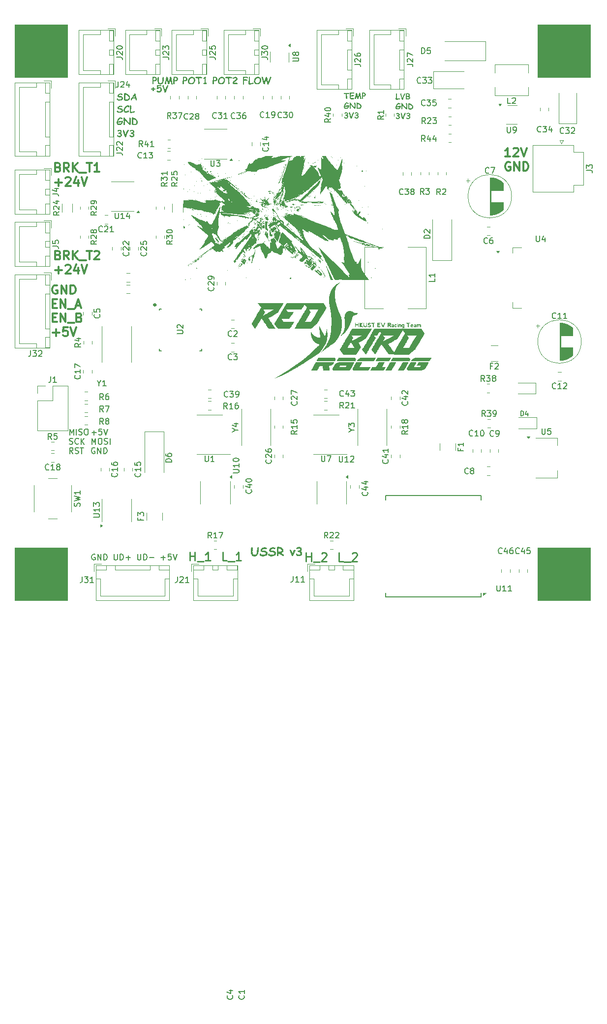
<source format=gbr>
%TF.GenerationSoftware,KiCad,Pcbnew,9.0.2*%
%TF.CreationDate,2025-07-08T15:17:26+08:00*%
%TF.ProjectId,SSRU_v3,53535255-5f76-4332-9e6b-696361645f70,rev?*%
%TF.SameCoordinates,Original*%
%TF.FileFunction,Legend,Top*%
%TF.FilePolarity,Positive*%
%FSLAX46Y46*%
G04 Gerber Fmt 4.6, Leading zero omitted, Abs format (unit mm)*
G04 Created by KiCad (PCBNEW 9.0.2) date 2025-07-08 15:17:26*
%MOMM*%
%LPD*%
G01*
G04 APERTURE LIST*
%ADD10C,0.240000*%
%ADD11C,0.100000*%
%ADD12C,0.300000*%
%ADD13C,0.250000*%
%ADD14C,0.200000*%
%ADD15C,0.152000*%
%ADD16C,0.150000*%
%ADD17C,0.000000*%
%ADD18C,0.120000*%
%ADD19C,0.350000*%
G04 APERTURE END LIST*
D10*
G36*
X124608272Y-61672556D02*
G01*
X124579183Y-61669698D01*
X124549214Y-61666767D01*
X124484002Y-61668013D01*
X124418056Y-61669258D01*
X124418056Y-61741432D01*
X124417250Y-61812727D01*
X124409634Y-61850645D01*
X124386915Y-61881310D01*
X124353391Y-61901465D01*
X124311517Y-61908421D01*
X124269621Y-61901345D01*
X124236046Y-61880797D01*
X124213344Y-61849677D01*
X124205711Y-61811115D01*
X124204099Y-61669258D01*
X124096681Y-61672556D01*
X124040790Y-61667018D01*
X123993440Y-61651233D01*
X123960644Y-61629426D01*
X123942787Y-61604240D01*
X123936873Y-61574370D01*
X123943176Y-61535437D01*
X123960426Y-61508683D01*
X123989337Y-61490912D01*
X124024284Y-61483618D01*
X124096681Y-61480288D01*
X124204099Y-61476990D01*
X124203293Y-61443871D01*
X124202487Y-61403351D01*
X124208422Y-61335558D01*
X124223647Y-61290236D01*
X124245788Y-61261032D01*
X124274832Y-61243890D01*
X124313129Y-61237828D01*
X124353905Y-61244585D01*
X124388527Y-61264572D01*
X124412573Y-61294974D01*
X124420547Y-61332423D01*
X124417690Y-61373163D01*
X124414832Y-61414709D01*
X124415638Y-61472301D01*
X124444361Y-61473107D01*
X124493893Y-61471495D01*
X124544378Y-61469883D01*
X124614032Y-61475556D01*
X124659994Y-61489980D01*
X124689057Y-61510625D01*
X124705763Y-61537166D01*
X124711587Y-61571586D01*
X124704630Y-61609275D01*
X124683743Y-61641488D01*
X124649897Y-61664711D01*
X124608272Y-61672556D01*
G37*
G36*
X125285314Y-62147584D02*
G01*
X125185396Y-62139701D01*
X125100846Y-62117423D01*
X125028943Y-62081958D01*
X124967626Y-62033319D01*
X124915652Y-61970337D01*
X124899920Y-61939024D01*
X124895136Y-61910986D01*
X124903801Y-61870611D01*
X124930380Y-61836174D01*
X124968282Y-61812905D01*
X125010687Y-61805253D01*
X125053187Y-61813708D01*
X125089382Y-61839325D01*
X125151737Y-61902486D01*
X125185669Y-61920496D01*
X125229349Y-61932246D01*
X125285314Y-61936558D01*
X125346530Y-61930618D01*
X125401193Y-61913327D01*
X125450694Y-61884714D01*
X125495973Y-61843794D01*
X125531447Y-61796771D01*
X125556591Y-61745597D01*
X125571897Y-61689411D01*
X125577159Y-61627053D01*
X125571753Y-61545946D01*
X125557498Y-61486578D01*
X125536566Y-61443944D01*
X125505320Y-61410503D01*
X125465427Y-61390360D01*
X125414054Y-61383201D01*
X125343344Y-61389503D01*
X125282231Y-61407545D01*
X125228902Y-61436802D01*
X125182072Y-61477796D01*
X125112390Y-61556638D01*
X125081002Y-61580875D01*
X125049869Y-61594490D01*
X125018087Y-61598916D01*
X124974865Y-61590845D01*
X124939026Y-61566823D01*
X124914646Y-61531624D01*
X124906639Y-61491059D01*
X124920561Y-61347884D01*
X124942516Y-61126456D01*
X124947599Y-61026875D01*
X124944592Y-61005722D01*
X124933237Y-60972580D01*
X124921945Y-60939432D01*
X124918949Y-60918212D01*
X124923479Y-60893295D01*
X124936868Y-60872851D01*
X124960788Y-60855710D01*
X124995508Y-60843542D01*
X125037798Y-60839224D01*
X125087404Y-60841275D01*
X125137009Y-60843327D01*
X125531290Y-60843913D01*
X125594378Y-60839224D01*
X125658346Y-60834534D01*
X125699152Y-60841762D01*
X125731252Y-60862744D01*
X125752624Y-60894431D01*
X125759975Y-60934918D01*
X125752296Y-60973954D01*
X125729463Y-61005279D01*
X125687727Y-61030794D01*
X125618889Y-61049238D01*
X125511580Y-61056624D01*
X125461974Y-61055818D01*
X125422260Y-61054939D01*
X125177969Y-61054939D01*
X125157452Y-61224639D01*
X125230847Y-61196325D01*
X125315695Y-61178473D01*
X125414054Y-61172175D01*
X125492781Y-61178582D01*
X125560738Y-61196861D01*
X125619828Y-61226277D01*
X125671478Y-61267036D01*
X125716524Y-61320260D01*
X125753061Y-61382771D01*
X125779904Y-61453759D01*
X125796723Y-61534642D01*
X125802620Y-61627127D01*
X125796742Y-61715811D01*
X125779732Y-61795815D01*
X125752149Y-61868421D01*
X125714024Y-61934685D01*
X125664867Y-61995396D01*
X125604552Y-62049615D01*
X125537561Y-62091649D01*
X125462955Y-62122131D01*
X125379416Y-62141018D01*
X125285314Y-62147584D01*
G37*
G36*
X126369019Y-61751764D02*
G01*
X126560847Y-61256146D01*
X126632142Y-61060361D01*
X126685136Y-60952628D01*
X126736263Y-60880989D01*
X126763033Y-60857419D01*
X126792180Y-60843805D01*
X126824776Y-60839224D01*
X126868525Y-60847271D01*
X126906769Y-60871610D01*
X126933253Y-60907648D01*
X126942013Y-60950672D01*
X126936717Y-60982523D01*
X126919884Y-61015371D01*
X126878664Y-61083547D01*
X126838698Y-61169391D01*
X126778028Y-61331617D01*
X126558356Y-61899482D01*
X126516751Y-61997804D01*
X126465739Y-62097758D01*
X126437884Y-62133990D01*
X126404373Y-62154606D01*
X126363230Y-62161652D01*
X126323173Y-62156444D01*
X126291092Y-62141698D01*
X126265069Y-62117310D01*
X126244382Y-62081345D01*
X126182148Y-61918609D01*
X126108610Y-61693970D01*
X126022292Y-61393679D01*
X125954221Y-61172322D01*
X125917174Y-61029054D01*
X125908353Y-60958438D01*
X125912418Y-60927810D01*
X125924278Y-60901404D01*
X125944403Y-60878131D01*
X125981642Y-60856005D01*
X126024710Y-60848602D01*
X126061140Y-60853744D01*
X126090654Y-60868464D01*
X126114968Y-60893265D01*
X126134546Y-60930595D01*
X126167372Y-61072378D01*
X126245188Y-61337919D01*
X126310045Y-61564934D01*
X126369019Y-61751764D01*
G37*
D11*
X100500000Y-50500000D02*
X109500000Y-50500000D01*
X109500000Y-59500000D01*
X100500000Y-59500000D01*
X100500000Y-50500000D01*
G36*
X100500000Y-50500000D02*
G01*
X109500000Y-50500000D01*
X109500000Y-59500000D01*
X100500000Y-59500000D01*
X100500000Y-50500000D01*
G37*
X190500000Y-50500000D02*
X199500000Y-50500000D01*
X199500000Y-59500000D01*
X190500000Y-59500000D01*
X190500000Y-50500000D01*
G36*
X190500000Y-50500000D02*
G01*
X199500000Y-50500000D01*
X199500000Y-59500000D01*
X190500000Y-59500000D01*
X190500000Y-50500000D01*
G37*
X190500000Y-140500000D02*
X199500000Y-140500000D01*
X199500000Y-149500000D01*
X190500000Y-149500000D01*
X190500000Y-140500000D01*
G36*
X190500000Y-140500000D02*
G01*
X199500000Y-140500000D01*
X199500000Y-149500000D01*
X190500000Y-149500000D01*
X190500000Y-140500000D01*
G37*
X100500000Y-140500000D02*
X109500000Y-140500000D01*
X109500000Y-149500000D01*
X100500000Y-149500000D01*
X100500000Y-140500000D01*
G36*
X100500000Y-140500000D02*
G01*
X109500000Y-140500000D01*
X109500000Y-149500000D01*
X100500000Y-149500000D01*
X100500000Y-140500000D01*
G37*
D12*
G36*
X118468066Y-65649584D02*
G01*
X118363134Y-65642912D01*
X118275271Y-65624249D01*
X118201712Y-65595077D01*
X118140170Y-65556087D01*
X118093883Y-65513240D01*
X118063061Y-65469579D01*
X118045263Y-65424395D01*
X118039347Y-65376496D01*
X118047372Y-65328137D01*
X118070488Y-65290034D01*
X118093297Y-65271295D01*
X118121462Y-65259769D01*
X118156584Y-65255669D01*
X118200976Y-65263966D01*
X118236306Y-65288335D01*
X118264808Y-65331946D01*
X118293328Y-65374256D01*
X118335335Y-65405515D01*
X118394408Y-65426120D01*
X118476273Y-65433868D01*
X118569002Y-65427138D01*
X118659711Y-65406951D01*
X118749288Y-65372905D01*
X118817648Y-65335216D01*
X118858474Y-65300279D01*
X118879635Y-65267537D01*
X118886161Y-65235445D01*
X118880292Y-65186478D01*
X118864119Y-65149305D01*
X118838186Y-65121043D01*
X118800872Y-65100404D01*
X118725015Y-65083577D01*
X118557459Y-65072780D01*
X118463960Y-65065068D01*
X118379635Y-65047094D01*
X118303276Y-65019437D01*
X118244541Y-64986978D01*
X118202879Y-64951591D01*
X118175021Y-64913274D01*
X118158946Y-64871274D01*
X118154092Y-64824165D01*
X118161074Y-64764046D01*
X118180262Y-64705550D01*
X118212582Y-64647650D01*
X118259836Y-64589577D01*
X118324598Y-64530854D01*
X118412373Y-64471617D01*
X118502637Y-64430349D01*
X118596447Y-64405765D01*
X118695139Y-64397497D01*
X118779242Y-64405639D01*
X118893489Y-64434133D01*
X118969920Y-64463503D01*
X119013081Y-64490583D01*
X119034071Y-64515370D01*
X119040254Y-64539207D01*
X119032947Y-64578877D01*
X119010725Y-64614092D01*
X118986842Y-64634412D01*
X118959115Y-64646532D01*
X118926315Y-64650728D01*
X118883300Y-64647323D01*
X118811130Y-64634315D01*
X118738854Y-64621325D01*
X118695139Y-64617902D01*
X118625879Y-64623918D01*
X118559200Y-64640818D01*
X118494298Y-64668900D01*
X118434289Y-64708449D01*
X118404748Y-64744779D01*
X118395966Y-64779835D01*
X118403156Y-64807843D01*
X118425861Y-64831272D01*
X118460255Y-64847454D01*
X118515621Y-64859629D01*
X118724668Y-64871133D01*
X118815754Y-64883757D01*
X118892718Y-64905594D01*
X118957668Y-64935690D01*
X119012337Y-64973642D01*
X119062677Y-65026791D01*
X119098644Y-65088619D01*
X119120931Y-65160849D01*
X119128768Y-65245997D01*
X119122326Y-65312453D01*
X119103515Y-65372256D01*
X119072280Y-65426870D01*
X119027479Y-65477289D01*
X118966975Y-65523951D01*
X118887773Y-65566712D01*
X118795313Y-65602133D01*
X118695180Y-65628038D01*
X118586443Y-65644063D01*
X118468066Y-65649584D01*
G37*
G36*
X120069152Y-64721070D02*
G01*
X120024772Y-64712726D01*
X119989156Y-64688133D01*
X119960122Y-64643987D01*
X119941939Y-64612446D01*
X119927369Y-64600170D01*
X119910160Y-64596402D01*
X119862595Y-64594454D01*
X119816286Y-64602042D01*
X119762881Y-64627289D01*
X119699649Y-64675912D01*
X119624019Y-64755801D01*
X119550175Y-64853225D01*
X119496933Y-64943036D01*
X119461374Y-65026338D01*
X119441173Y-65104302D01*
X119434682Y-65178146D01*
X119441446Y-65235640D01*
X119461219Y-65286425D01*
X119494473Y-65332166D01*
X119537685Y-65368243D01*
X119584948Y-65389251D01*
X119637941Y-65396353D01*
X119691148Y-65391857D01*
X119745843Y-65378043D01*
X119802732Y-65354074D01*
X119927369Y-65274500D01*
X119988853Y-65240541D01*
X120024089Y-65232221D01*
X120055359Y-65236229D01*
X120082896Y-65247991D01*
X120107693Y-65267979D01*
X120131795Y-65304095D01*
X120139640Y-65344402D01*
X120135078Y-65374489D01*
X120121311Y-65402071D01*
X120096995Y-65428153D01*
X120001344Y-65499458D01*
X119908416Y-65552252D01*
X119817472Y-65588538D01*
X119727640Y-65609761D01*
X119637941Y-65616757D01*
X119548477Y-65608188D01*
X119467918Y-65583170D01*
X119394350Y-65541680D01*
X119326458Y-65482302D01*
X119272870Y-65413915D01*
X119235364Y-65341118D01*
X119212803Y-65262794D01*
X119205118Y-65177413D01*
X119213725Y-65073031D01*
X119240125Y-64966047D01*
X119285844Y-64855124D01*
X119353217Y-64739027D01*
X119445307Y-64616656D01*
X119535608Y-64521610D01*
X119621395Y-64453630D01*
X119703604Y-64408338D01*
X119783492Y-64382469D01*
X119862595Y-64374050D01*
X119927735Y-64376541D01*
X119978953Y-64383868D01*
X120018554Y-64358990D01*
X120065854Y-64350602D01*
X120103675Y-64356523D01*
X120132334Y-64373233D01*
X120154140Y-64401564D01*
X120169169Y-64445271D01*
X120179360Y-64516060D01*
X120183091Y-64603760D01*
X120177169Y-64642352D01*
X120159351Y-64677399D01*
X120135675Y-64701503D01*
X120106231Y-64715968D01*
X120069152Y-64721070D01*
G37*
G36*
X121057090Y-65569863D02*
G01*
X120946431Y-65605525D01*
X120757843Y-65643136D01*
X120580344Y-65666403D01*
X120453688Y-65673031D01*
X120386771Y-65667098D01*
X120337227Y-65651201D01*
X120300939Y-65627039D01*
X120275138Y-65594603D01*
X120258804Y-65552182D01*
X120252847Y-65496663D01*
X120269260Y-65236618D01*
X120284976Y-64870634D01*
X120290582Y-64444245D01*
X120298707Y-64400907D01*
X120322969Y-64364671D01*
X120359213Y-64340188D01*
X120404521Y-64331845D01*
X120449888Y-64340192D01*
X120486441Y-64364744D01*
X120511042Y-64401025D01*
X120519267Y-64444392D01*
X120513492Y-64873849D01*
X120497138Y-65251346D01*
X120481605Y-65452626D01*
X120610290Y-65442620D01*
X120774095Y-65413342D01*
X120980006Y-65359716D01*
X121016057Y-65354147D01*
X121048748Y-65358465D01*
X121076187Y-65370928D01*
X121099661Y-65391883D01*
X121121304Y-65427833D01*
X121128384Y-65467354D01*
X121120561Y-65509832D01*
X121097720Y-65543265D01*
X121057090Y-65569863D01*
G37*
D13*
G36*
X157985319Y-62414344D02*
G01*
X157819295Y-62406161D01*
X157653332Y-62398712D01*
X157671772Y-62676477D01*
X157682995Y-62843730D01*
X157686121Y-62955647D01*
X157690884Y-63024767D01*
X157695708Y-63093827D01*
X157690108Y-63143166D01*
X157673848Y-63186212D01*
X157651612Y-63216352D01*
X157625450Y-63233218D01*
X157593920Y-63238907D01*
X157558560Y-63232916D01*
X157527669Y-63214972D01*
X157509636Y-63195426D01*
X157499128Y-63173426D01*
X157495551Y-63148049D01*
X157498909Y-63118984D01*
X157502329Y-63089248D01*
X157497871Y-62994359D01*
X157493475Y-62898677D01*
X157490345Y-62798983D01*
X157479125Y-62650648D01*
X157460013Y-62402620D01*
X157424476Y-62402620D01*
X157279962Y-62397071D01*
X157182676Y-62383080D01*
X157148085Y-62369682D01*
X157125305Y-62350676D01*
X157111689Y-62325764D01*
X157106838Y-62292955D01*
X157112887Y-62259881D01*
X157131446Y-62229696D01*
X157152536Y-62211357D01*
X157177115Y-62201360D01*
X157206550Y-62199410D01*
X157315177Y-62210462D01*
X157424476Y-62217789D01*
X157549101Y-62216446D01*
X157673787Y-62215041D01*
X157829553Y-62220903D01*
X157985319Y-62226765D01*
X158023221Y-62233614D01*
X158053951Y-62253754D01*
X158074660Y-62283769D01*
X158081612Y-62320188D01*
X158074672Y-62356670D01*
X158053951Y-62386988D01*
X158023192Y-62407413D01*
X157985319Y-62414344D01*
G37*
G36*
X158831620Y-62355725D02*
G01*
X158802922Y-62352001D01*
X158692662Y-62331201D01*
X158587744Y-62324462D01*
X158535688Y-62326342D01*
X158477773Y-62332278D01*
X158352782Y-62355725D01*
X158346615Y-62629277D01*
X158613695Y-62606013D01*
X158778986Y-62594106D01*
X158816570Y-62600648D01*
X158847984Y-62619996D01*
X158863787Y-62638863D01*
X158873338Y-62661352D01*
X158876683Y-62688567D01*
X158871009Y-62725895D01*
X158855422Y-62752413D01*
X158829553Y-62770960D01*
X158789916Y-62781685D01*
X158626639Y-62793592D01*
X158334281Y-62816856D01*
X158329518Y-62954975D01*
X158332404Y-63047314D01*
X158338585Y-63089964D01*
X158345211Y-63105245D01*
X158361206Y-63110700D01*
X158431306Y-63114099D01*
X158559045Y-63112023D01*
X158686784Y-63109947D01*
X158727084Y-63105856D01*
X158766713Y-63101765D01*
X158803848Y-63107566D01*
X158834368Y-63124419D01*
X158852022Y-63143408D01*
X158862710Y-63166819D01*
X158866486Y-63196043D01*
X158861270Y-63231402D01*
X158846830Y-63257304D01*
X158822888Y-63276185D01*
X158786557Y-63288367D01*
X158700097Y-63297219D01*
X158503053Y-63301434D01*
X158384368Y-63296104D01*
X158302103Y-63282476D01*
X158247360Y-63263496D01*
X158212709Y-63241106D01*
X158184451Y-63205901D01*
X158161165Y-63151178D01*
X158144685Y-63069889D01*
X158138276Y-62953326D01*
X158141065Y-62849938D01*
X158151587Y-62677515D01*
X158162115Y-62505181D01*
X158164898Y-62402437D01*
X158158060Y-62331545D01*
X158151221Y-62260593D01*
X158155679Y-62220462D01*
X158167505Y-62192356D01*
X158185729Y-62173029D01*
X158211298Y-62160902D01*
X158246842Y-62156423D01*
X158275692Y-62160683D01*
X158302224Y-62173520D01*
X158380709Y-62156543D01*
X158452800Y-62145493D01*
X158523361Y-62138966D01*
X158587744Y-62136884D01*
X158702738Y-62141948D01*
X158793065Y-62155620D01*
X158863066Y-62175963D01*
X158891502Y-62190934D01*
X158910522Y-62209837D01*
X158921899Y-62233093D01*
X158925898Y-62262119D01*
X158919804Y-62295220D01*
X158901290Y-62324523D01*
X158881354Y-62341899D01*
X158858460Y-62352184D01*
X158831620Y-62355725D01*
G37*
G36*
X159308810Y-62694612D02*
G01*
X159222775Y-63030080D01*
X159197496Y-63184441D01*
X159178637Y-63230470D01*
X159155375Y-63259657D01*
X159127805Y-63276243D01*
X159094364Y-63281894D01*
X159064432Y-63278122D01*
X159040036Y-63267394D01*
X159019870Y-63249654D01*
X159002539Y-63219871D01*
X158996667Y-63184563D01*
X159001189Y-63111124D01*
X159016127Y-63021803D01*
X159043806Y-62913820D01*
X159119644Y-62648572D01*
X159159944Y-62437486D01*
X159184412Y-62339775D01*
X159206704Y-62278792D01*
X159226500Y-62243862D01*
X159253238Y-62216449D01*
X159282992Y-62200780D01*
X159317053Y-62195502D01*
X159354576Y-62202385D01*
X159384453Y-62222550D01*
X159408583Y-62258456D01*
X159433153Y-62334025D01*
X159467323Y-62502210D01*
X159503713Y-62683435D01*
X159556777Y-62886953D01*
X159630538Y-62678754D01*
X159701613Y-62442126D01*
X159739898Y-62285261D01*
X159762972Y-62239356D01*
X159789365Y-62209995D01*
X159819218Y-62193312D01*
X159853960Y-62187686D01*
X159886343Y-62193757D01*
X159914945Y-62212256D01*
X159941105Y-62246144D01*
X159964602Y-62301198D01*
X159978272Y-62357159D01*
X159996720Y-62472229D01*
X160027076Y-62666558D01*
X160060543Y-62831913D01*
X160096432Y-62971461D01*
X160149212Y-63162362D01*
X160157248Y-63201294D01*
X160153684Y-63226740D01*
X160143184Y-63249016D01*
X160125130Y-63269010D01*
X160093067Y-63287518D01*
X160057536Y-63293618D01*
X160024755Y-63287751D01*
X159996037Y-63270034D01*
X159970030Y-63237995D01*
X159946833Y-63186578D01*
X159908609Y-63020554D01*
X159877066Y-62883116D01*
X159837534Y-62665853D01*
X159735746Y-62954059D01*
X159694774Y-63080027D01*
X159667759Y-63150829D01*
X159642201Y-63202576D01*
X159613862Y-63238884D01*
X159580751Y-63259345D01*
X159541085Y-63266263D01*
X159511772Y-63261815D01*
X159486207Y-63248640D01*
X159463276Y-63225664D01*
X159442716Y-63190242D01*
X159404431Y-63062930D01*
X159354379Y-62885059D01*
X159308810Y-62694612D01*
G37*
G36*
X160580586Y-62165642D02*
G01*
X160643740Y-62181538D01*
X160705559Y-62208374D01*
X160766695Y-62247037D01*
X160815768Y-62289652D01*
X160852025Y-62334056D01*
X160877144Y-62380619D01*
X160892116Y-62430036D01*
X160897182Y-62483281D01*
X160891409Y-62551635D01*
X160874714Y-62612403D01*
X160847436Y-62666977D01*
X160809113Y-62716388D01*
X160758513Y-62761229D01*
X160695010Y-62800483D01*
X160625732Y-62828714D01*
X160549649Y-62846049D01*
X160465483Y-62852027D01*
X160408086Y-62847264D01*
X160403995Y-63162276D01*
X160397672Y-63196034D01*
X160378715Y-63224619D01*
X160350314Y-63244007D01*
X160314480Y-63250631D01*
X160278577Y-63244033D01*
X160249877Y-63224680D01*
X160230677Y-63196089D01*
X160224293Y-63162459D01*
X160224293Y-62971706D01*
X160227175Y-62852976D01*
X160237264Y-62670737D01*
X160419016Y-62670737D01*
X160465483Y-62676172D01*
X160534933Y-62670117D01*
X160593186Y-62653016D01*
X160642376Y-62625675D01*
X160675902Y-62595798D01*
X160698962Y-62562608D01*
X160712786Y-62525408D01*
X160717541Y-62482976D01*
X160710580Y-62447749D01*
X160688597Y-62413881D01*
X160647138Y-62379905D01*
X160600506Y-62355536D01*
X160551622Y-62341061D01*
X160499616Y-62336186D01*
X160460964Y-62336552D01*
X160432632Y-62338262D01*
X160431960Y-62434494D01*
X160419016Y-62670737D01*
X160237264Y-62670737D01*
X160237971Y-62657976D01*
X160251648Y-62342841D01*
X160257738Y-62267643D01*
X160272419Y-62219881D01*
X160292796Y-62191234D01*
X160318398Y-62176103D01*
X160351360Y-62172665D01*
X160415596Y-62163445D01*
X160515308Y-62160331D01*
X160580586Y-62165642D01*
G37*
G36*
X158011941Y-64513647D02*
G01*
X157981854Y-64612745D01*
X157940584Y-64698988D01*
X157888360Y-64774036D01*
X157824790Y-64839101D01*
X157765318Y-64883551D01*
X157702723Y-64917668D01*
X157636471Y-64942036D01*
X157565861Y-64956846D01*
X157490055Y-64961894D01*
X157399062Y-64954976D01*
X157325348Y-64935815D01*
X157265652Y-64905979D01*
X157217480Y-64865846D01*
X157179942Y-64815621D01*
X157151639Y-64752794D01*
X157133284Y-64674599D01*
X157126622Y-64577578D01*
X157131739Y-64491641D01*
X157147347Y-64403559D01*
X157174036Y-64312723D01*
X157212657Y-64218541D01*
X157260177Y-64128548D01*
X157312930Y-64049462D01*
X157370839Y-63980316D01*
X157434002Y-63920321D01*
X157483993Y-63884332D01*
X157534149Y-63859648D01*
X157585086Y-63845153D01*
X157637578Y-63840331D01*
X157681202Y-63844585D01*
X157739975Y-63859418D01*
X157817951Y-63888508D01*
X157886784Y-63923390D01*
X157926916Y-63954790D01*
X157947121Y-63983279D01*
X157953201Y-64010385D01*
X157946348Y-64045220D01*
X157925174Y-64076819D01*
X157904998Y-64093116D01*
X157882286Y-64102762D01*
X157856175Y-64106067D01*
X157830707Y-64099356D01*
X157765683Y-64066988D01*
X157717760Y-64044280D01*
X157675424Y-64031802D01*
X157637578Y-64027909D01*
X157611027Y-64033297D01*
X157576646Y-64052459D01*
X157531283Y-64091883D01*
X157471615Y-64160167D01*
X157415463Y-64240475D01*
X157372963Y-64321666D01*
X157343094Y-64404289D01*
X157325252Y-64489024D01*
X157319269Y-64576662D01*
X157324118Y-64652753D01*
X157336183Y-64701651D01*
X157352730Y-64731390D01*
X157379944Y-64753244D01*
X157423433Y-64768363D01*
X157490055Y-64774316D01*
X157557813Y-64767644D01*
X157618569Y-64748181D01*
X157673848Y-64715881D01*
X157723751Y-64669895D01*
X157765197Y-64610708D01*
X157798168Y-64535935D01*
X157693382Y-64548782D01*
X157601923Y-64569897D01*
X157522173Y-64598461D01*
X157500743Y-64605705D01*
X157479797Y-64608047D01*
X157452984Y-64604507D01*
X157429852Y-64594177D01*
X157409455Y-64576662D01*
X157390397Y-64546632D01*
X157384176Y-64513342D01*
X157391074Y-64480292D01*
X157412781Y-64449724D01*
X157454107Y-64420252D01*
X157523367Y-64392266D01*
X157631472Y-64367590D01*
X157776557Y-64350660D01*
X157956620Y-64344448D01*
X157994604Y-64351218D01*
X158025314Y-64371071D01*
X158046038Y-64400697D01*
X158052974Y-64436528D01*
X158048311Y-64467559D01*
X158034871Y-64492777D01*
X158011941Y-64513647D01*
G37*
G36*
X159131612Y-64746411D02*
G01*
X159120010Y-64854305D01*
X159107944Y-64894254D01*
X159087962Y-64920576D01*
X159059706Y-64936539D01*
X159020237Y-64942355D01*
X158990035Y-64937374D01*
X158954686Y-64920701D01*
X158912281Y-64888438D01*
X158787951Y-64769666D01*
X158648580Y-64622082D01*
X158492668Y-64441747D01*
X158318649Y-64224464D01*
X158314558Y-64442573D01*
X158316939Y-64605300D01*
X158319382Y-64768026D01*
X158313402Y-64855219D01*
X158298475Y-64911121D01*
X158277838Y-64944985D01*
X158252528Y-64963491D01*
X158221013Y-64969710D01*
X158189048Y-64966072D01*
X158162814Y-64955764D01*
X158141024Y-64938935D01*
X158121094Y-64908817D01*
X158114401Y-64872684D01*
X158118797Y-64790008D01*
X158123255Y-64707332D01*
X158126003Y-64586432D01*
X158128750Y-64465471D01*
X158126674Y-64335655D01*
X158124659Y-64205779D01*
X158116477Y-64083536D01*
X158108295Y-63961170D01*
X158112051Y-63935338D01*
X158123419Y-63911242D01*
X158143466Y-63888080D01*
X158168385Y-63870034D01*
X158194899Y-63859502D01*
X158223761Y-63855963D01*
X158254003Y-63863320D01*
X158290334Y-63889274D01*
X158335746Y-63943279D01*
X158498753Y-64165175D01*
X158654870Y-64357670D01*
X158804435Y-64523338D01*
X158947819Y-64664590D01*
X158948490Y-64560847D01*
X158946321Y-64251199D01*
X158941652Y-64106800D01*
X158932798Y-64033100D01*
X158925959Y-63957995D01*
X158930308Y-63922761D01*
X158942041Y-63897529D01*
X158960636Y-63879652D01*
X158987517Y-63868114D01*
X159025732Y-63863778D01*
X159052774Y-63869572D01*
X159076660Y-63887611D01*
X159098508Y-63921947D01*
X159117551Y-63979881D01*
X159131511Y-64071070D01*
X159137046Y-64207123D01*
X159135703Y-64315017D01*
X159131612Y-64746411D01*
G37*
G36*
X159437511Y-63859128D02*
G01*
X159521057Y-63894370D01*
X159646781Y-63951034D01*
X159744675Y-63988528D01*
X159833727Y-64034441D01*
X159914740Y-64088737D01*
X159988354Y-64151618D01*
X160051763Y-64221044D01*
X160098815Y-64290827D01*
X160131371Y-64361539D01*
X160150628Y-64433989D01*
X160157065Y-64509190D01*
X160150640Y-64586465D01*
X160131425Y-64660980D01*
X160098996Y-64733710D01*
X160055223Y-64801632D01*
X160002371Y-64859341D01*
X159939811Y-64907733D01*
X159882558Y-64937828D01*
X159812099Y-64960920D01*
X159725850Y-64975981D01*
X159620830Y-64981434D01*
X159569364Y-64978114D01*
X159506036Y-64967084D01*
X159432491Y-64945358D01*
X159382388Y-64920678D01*
X159345112Y-64913356D01*
X159314733Y-64893079D01*
X159294255Y-64863263D01*
X159287438Y-64827866D01*
X159289471Y-64763569D01*
X159482100Y-64763569D01*
X159510254Y-64778345D01*
X159543222Y-64789214D01*
X159578825Y-64795528D01*
X159620097Y-64797763D01*
X159718743Y-64792034D01*
X159786708Y-64777377D01*
X159831856Y-64756730D01*
X159869413Y-64727833D01*
X159901528Y-64692718D01*
X159928515Y-64650729D01*
X159948621Y-64604967D01*
X159960475Y-64558652D01*
X159964419Y-64511205D01*
X159957233Y-64448283D01*
X159935655Y-64388632D01*
X159898530Y-64330852D01*
X159843318Y-64274031D01*
X159766277Y-64217808D01*
X159680259Y-64172619D01*
X159482100Y-64086528D01*
X159482100Y-64763569D01*
X159289471Y-64763569D01*
X159293911Y-64623190D01*
X159300383Y-64418454D01*
X159297330Y-64191186D01*
X159294277Y-63963979D01*
X159297901Y-63940256D01*
X159309380Y-63915626D01*
X159330486Y-63889241D01*
X159356348Y-63867809D01*
X159381805Y-63855901D01*
X159407667Y-63852055D01*
X159437511Y-63859128D01*
G37*
G36*
X157726421Y-66041057D02*
G01*
X157777468Y-66076615D01*
X157816117Y-66118535D01*
X157843850Y-66167478D01*
X157861091Y-66224843D01*
X157867166Y-66292627D01*
X157860621Y-66360188D01*
X157841474Y-66421253D01*
X157809643Y-66477255D01*
X157763974Y-66529176D01*
X157709569Y-66571693D01*
X157650398Y-66601737D01*
X157585444Y-66619990D01*
X157513319Y-66626263D01*
X157441031Y-66621145D01*
X157375333Y-66606270D01*
X157315177Y-66581994D01*
X157267119Y-66552383D01*
X157228952Y-66518174D01*
X157199446Y-66479175D01*
X157177913Y-66434776D01*
X157172418Y-66404063D01*
X157175832Y-66380052D01*
X157185871Y-66359217D01*
X157203131Y-66340682D01*
X157233874Y-66323326D01*
X157268710Y-66317540D01*
X157295718Y-66321410D01*
X157318344Y-66332646D01*
X157337709Y-66351795D01*
X157388267Y-66416153D01*
X157418459Y-66434121D01*
X157459094Y-66445987D01*
X157513258Y-66450408D01*
X157555172Y-66446000D01*
X157592753Y-66433105D01*
X157627015Y-66411573D01*
X157654831Y-66383013D01*
X157670609Y-66352290D01*
X157675863Y-66318211D01*
X157669746Y-66266661D01*
X157652424Y-66224679D01*
X157624014Y-66190028D01*
X157582761Y-66161641D01*
X157525301Y-66139795D01*
X157447008Y-66126053D01*
X157399122Y-66115700D01*
X157369428Y-66098042D01*
X157352539Y-66073943D01*
X157346624Y-66041362D01*
X157350999Y-66016005D01*
X157364069Y-65994190D01*
X157387406Y-65974848D01*
X157424476Y-65958014D01*
X157571327Y-65924187D01*
X157613741Y-65906497D01*
X157640997Y-65886268D01*
X157658644Y-65860460D01*
X157664933Y-65830336D01*
X157660082Y-65795097D01*
X157644376Y-65768234D01*
X157616680Y-65747527D01*
X157572687Y-65733116D01*
X157505748Y-65727449D01*
X157471281Y-65731497D01*
X157432736Y-65744534D01*
X157388939Y-65768482D01*
X157329133Y-65802147D01*
X157302233Y-65809515D01*
X157266194Y-65802531D01*
X157235921Y-65781549D01*
X157215281Y-65751309D01*
X157208627Y-65718107D01*
X157213846Y-65693400D01*
X157231193Y-65666800D01*
X157265382Y-65636863D01*
X157323421Y-65602763D01*
X157393697Y-65572014D01*
X157448132Y-65556194D01*
X157490055Y-65551594D01*
X157568182Y-65556323D01*
X157634652Y-65569634D01*
X157691237Y-65590549D01*
X157739427Y-65618578D01*
X157784528Y-65659401D01*
X157816251Y-65707074D01*
X157835726Y-65762937D01*
X157842559Y-65829176D01*
X157839072Y-65878589D01*
X157829193Y-65920926D01*
X157813494Y-65957342D01*
X157791212Y-65989838D01*
X157762458Y-66017639D01*
X157726421Y-66041057D01*
G37*
G36*
X158386976Y-66308136D02*
G01*
X158546833Y-65895122D01*
X158606245Y-65731967D01*
X158650407Y-65642190D01*
X158693012Y-65582491D01*
X158715321Y-65562849D01*
X158739610Y-65551504D01*
X158766774Y-65547686D01*
X158803231Y-65554393D01*
X158835101Y-65574675D01*
X158857171Y-65604707D01*
X158864471Y-65640560D01*
X158860058Y-65667103D01*
X158846031Y-65694476D01*
X158811680Y-65751289D01*
X158778375Y-65822826D01*
X158727817Y-65958014D01*
X158544757Y-66431235D01*
X158510086Y-66513170D01*
X158467576Y-66596465D01*
X158444364Y-66626659D01*
X158416437Y-66643839D01*
X158382152Y-66649710D01*
X158348771Y-66645370D01*
X158322037Y-66633082D01*
X158300351Y-66612758D01*
X158283112Y-66582787D01*
X158231250Y-66447174D01*
X158169968Y-66259975D01*
X158098037Y-66009733D01*
X158041311Y-65825268D01*
X158010439Y-65705878D01*
X158003087Y-65647032D01*
X158006475Y-65621509D01*
X158016359Y-65599503D01*
X158033129Y-65580109D01*
X158064162Y-65561671D01*
X158100052Y-65555502D01*
X158130411Y-65559786D01*
X158155005Y-65572053D01*
X158175267Y-65592721D01*
X158191582Y-65623829D01*
X158218937Y-65741981D01*
X158283784Y-65963265D01*
X158337831Y-66152445D01*
X158386976Y-66308136D01*
G37*
G36*
X159525026Y-66041057D02*
G01*
X159576073Y-66076615D01*
X159614722Y-66118535D01*
X159642454Y-66167478D01*
X159659695Y-66224843D01*
X159665771Y-66292627D01*
X159659225Y-66360188D01*
X159640078Y-66421253D01*
X159608247Y-66477255D01*
X159562578Y-66529176D01*
X159508173Y-66571693D01*
X159449002Y-66601737D01*
X159384048Y-66619990D01*
X159311924Y-66626263D01*
X159239635Y-66621145D01*
X159173938Y-66606270D01*
X159113782Y-66581994D01*
X159065724Y-66552383D01*
X159027557Y-66518174D01*
X158998051Y-66479175D01*
X158976517Y-66434776D01*
X158971022Y-66404063D01*
X158974436Y-66380052D01*
X158984475Y-66359217D01*
X159001735Y-66340682D01*
X159032478Y-66323326D01*
X159067315Y-66317540D01*
X159094322Y-66321410D01*
X159116948Y-66332646D01*
X159136313Y-66351795D01*
X159186871Y-66416153D01*
X159217063Y-66434121D01*
X159257699Y-66445987D01*
X159311863Y-66450408D01*
X159353776Y-66446000D01*
X159391358Y-66433105D01*
X159425619Y-66411573D01*
X159453435Y-66383013D01*
X159469213Y-66352290D01*
X159474467Y-66318211D01*
X159468350Y-66266661D01*
X159451028Y-66224679D01*
X159422618Y-66190028D01*
X159381366Y-66161641D01*
X159323905Y-66139795D01*
X159245612Y-66126053D01*
X159197727Y-66115700D01*
X159168033Y-66098042D01*
X159151144Y-66073943D01*
X159145228Y-66041362D01*
X159149603Y-66016005D01*
X159162673Y-65994190D01*
X159186010Y-65974848D01*
X159223080Y-65958014D01*
X159369931Y-65924187D01*
X159412346Y-65906497D01*
X159439602Y-65886268D01*
X159457248Y-65860460D01*
X159463538Y-65830336D01*
X159458686Y-65795097D01*
X159442980Y-65768234D01*
X159415284Y-65747527D01*
X159371291Y-65733116D01*
X159304352Y-65727449D01*
X159269885Y-65731497D01*
X159231340Y-65744534D01*
X159187543Y-65768482D01*
X159127737Y-65802147D01*
X159100837Y-65809515D01*
X159064799Y-65802531D01*
X159034525Y-65781549D01*
X159013885Y-65751309D01*
X159007231Y-65718107D01*
X159012450Y-65693400D01*
X159029797Y-65666800D01*
X159063986Y-65636863D01*
X159122025Y-65602763D01*
X159192301Y-65572014D01*
X159246737Y-65556194D01*
X159288660Y-65551594D01*
X159366787Y-65556323D01*
X159433257Y-65569634D01*
X159489842Y-65590549D01*
X159538032Y-65618578D01*
X159583132Y-65659401D01*
X159614855Y-65707074D01*
X159634331Y-65762937D01*
X159641163Y-65829176D01*
X159637676Y-65878589D01*
X159627798Y-65920926D01*
X159612098Y-65957342D01*
X159589817Y-65989838D01*
X159561063Y-66017639D01*
X159525026Y-66041057D01*
G37*
D12*
G36*
X142226985Y-141719694D02*
G01*
X142144408Y-141812937D01*
X142046642Y-141889046D01*
X141957801Y-141935497D01*
X141869816Y-141962371D01*
X141781211Y-141971203D01*
X141647247Y-141963681D01*
X141541088Y-141943207D01*
X141457708Y-141912272D01*
X141392865Y-141872377D01*
X141316298Y-141800510D01*
X141251879Y-141712839D01*
X141199360Y-141607079D01*
X141159427Y-141480153D01*
X141133652Y-141328332D01*
X141124412Y-141147342D01*
X141129449Y-141000155D01*
X141134578Y-140852968D01*
X141136593Y-140735457D01*
X141138700Y-140617945D01*
X141146189Y-140539230D01*
X141168375Y-140465721D01*
X141201385Y-140409653D01*
X141238075Y-140380333D01*
X141280116Y-140370924D01*
X141333142Y-140379952D01*
X141379493Y-140407011D01*
X141405883Y-140435134D01*
X141421356Y-140467406D01*
X141426662Y-140505288D01*
X141425105Y-140678395D01*
X141423548Y-140852327D01*
X141418419Y-140997773D01*
X141413381Y-141143220D01*
X141422875Y-141295221D01*
X141450293Y-141432098D01*
X141486669Y-141534883D01*
X141529033Y-141606746D01*
X141576322Y-141654756D01*
X141608342Y-141670385D01*
X141671145Y-141683306D01*
X141781211Y-141689836D01*
X141848821Y-141682918D01*
X141909526Y-141660487D01*
X141965266Y-141621800D01*
X142017124Y-141564209D01*
X142065212Y-141483424D01*
X142108713Y-141373818D01*
X142146018Y-141228674D01*
X142171175Y-141066037D01*
X142188620Y-140844925D01*
X142195203Y-140552274D01*
X142203451Y-140496608D01*
X142229000Y-140441632D01*
X142264418Y-140402089D01*
X142307297Y-140378949D01*
X142360158Y-140370924D01*
X142403913Y-140376972D01*
X142437951Y-140393992D01*
X142464664Y-140422215D01*
X142484663Y-140462293D01*
X142491317Y-140506387D01*
X142486264Y-140778620D01*
X142472830Y-140985547D01*
X142453398Y-141138732D01*
X142415848Y-141313378D01*
X142365031Y-141466872D01*
X142301913Y-141601619D01*
X142226985Y-141719694D01*
G37*
G36*
X143175593Y-141959480D02*
G01*
X143044428Y-141951140D01*
X142934599Y-141927811D01*
X142842650Y-141891346D01*
X142765723Y-141842609D01*
X142707864Y-141789051D01*
X142669337Y-141734473D01*
X142647089Y-141677994D01*
X142639694Y-141618120D01*
X142649725Y-141557671D01*
X142678620Y-141510042D01*
X142707132Y-141486619D01*
X142742338Y-141472211D01*
X142786240Y-141467086D01*
X142841730Y-141477458D01*
X142885893Y-141507919D01*
X142921520Y-141562432D01*
X142957170Y-141615320D01*
X143009680Y-141654394D01*
X143083520Y-141680150D01*
X143185852Y-141689836D01*
X143301762Y-141681423D01*
X143415149Y-141656189D01*
X143527120Y-141613632D01*
X143612570Y-141566520D01*
X143663603Y-141522849D01*
X143690054Y-141481921D01*
X143698212Y-141441807D01*
X143690875Y-141380598D01*
X143670659Y-141334132D01*
X143638242Y-141298804D01*
X143591600Y-141273005D01*
X143496779Y-141251972D01*
X143287335Y-141238475D01*
X143170460Y-141228835D01*
X143065054Y-141206367D01*
X142969605Y-141171796D01*
X142896186Y-141131223D01*
X142844109Y-141086989D01*
X142809287Y-141039092D01*
X142789193Y-140986592D01*
X142783126Y-140927706D01*
X142791853Y-140852558D01*
X142815838Y-140779437D01*
X142856238Y-140707063D01*
X142915305Y-140634472D01*
X142996258Y-140561067D01*
X143105977Y-140487021D01*
X143218807Y-140435436D01*
X143336069Y-140404707D01*
X143459434Y-140394371D01*
X143564563Y-140404549D01*
X143707371Y-140440167D01*
X143802911Y-140476879D01*
X143856862Y-140510728D01*
X143883100Y-140541712D01*
X143890828Y-140571509D01*
X143881694Y-140621097D01*
X143853917Y-140665115D01*
X143824063Y-140690516D01*
X143789404Y-140705665D01*
X143748404Y-140710910D01*
X143694636Y-140706654D01*
X143604423Y-140690394D01*
X143514078Y-140674156D01*
X143459434Y-140669877D01*
X143372859Y-140677398D01*
X143289511Y-140698522D01*
X143208383Y-140733625D01*
X143133371Y-140783061D01*
X143096445Y-140828474D01*
X143085468Y-140872294D01*
X143094455Y-140907304D01*
X143122837Y-140936591D01*
X143165830Y-140956818D01*
X143235036Y-140972036D01*
X143496345Y-140986416D01*
X143610202Y-141002196D01*
X143706408Y-141029493D01*
X143787596Y-141067113D01*
X143855932Y-141114552D01*
X143918856Y-141180989D01*
X143963815Y-141258273D01*
X143991674Y-141348561D01*
X144001470Y-141454996D01*
X143993417Y-141538067D01*
X143969904Y-141612820D01*
X143930861Y-141681088D01*
X143874860Y-141744112D01*
X143799229Y-141802439D01*
X143700227Y-141855890D01*
X143584652Y-141900166D01*
X143459486Y-141932548D01*
X143323565Y-141952578D01*
X143175593Y-141959480D01*
G37*
G36*
X144630792Y-141959480D02*
G01*
X144499626Y-141951140D01*
X144389798Y-141927811D01*
X144297849Y-141891346D01*
X144220922Y-141842609D01*
X144163063Y-141789051D01*
X144124536Y-141734473D01*
X144102287Y-141677994D01*
X144094893Y-141618120D01*
X144104924Y-141557671D01*
X144133819Y-141510042D01*
X144162330Y-141486619D01*
X144197537Y-141472211D01*
X144241439Y-141467086D01*
X144296929Y-141477458D01*
X144341092Y-141507919D01*
X144376719Y-141562432D01*
X144412369Y-141615320D01*
X144464879Y-141654394D01*
X144538719Y-141680150D01*
X144641051Y-141689836D01*
X144756961Y-141681423D01*
X144870348Y-141656189D01*
X144982319Y-141613632D01*
X145067769Y-141566520D01*
X145118802Y-141522849D01*
X145145253Y-141481921D01*
X145153411Y-141441807D01*
X145146074Y-141380598D01*
X145125858Y-141334132D01*
X145093441Y-141298804D01*
X145046799Y-141273005D01*
X144951978Y-141251972D01*
X144742533Y-141238475D01*
X144625659Y-141228835D01*
X144520253Y-141206367D01*
X144424804Y-141171796D01*
X144351385Y-141131223D01*
X144299308Y-141086989D01*
X144264486Y-141039092D01*
X144244392Y-140986592D01*
X144238325Y-140927706D01*
X144247052Y-140852558D01*
X144271037Y-140779437D01*
X144311437Y-140707063D01*
X144370504Y-140634472D01*
X144451457Y-140561067D01*
X144561175Y-140487021D01*
X144674005Y-140435436D01*
X144791268Y-140404707D01*
X144914633Y-140394371D01*
X145019762Y-140404549D01*
X145162570Y-140440167D01*
X145258110Y-140476879D01*
X145312061Y-140510728D01*
X145338299Y-140541712D01*
X145346027Y-140571509D01*
X145336893Y-140621097D01*
X145309116Y-140665115D01*
X145279261Y-140690516D01*
X145244603Y-140705665D01*
X145203603Y-140710910D01*
X145149835Y-140706654D01*
X145059622Y-140690394D01*
X144969277Y-140674156D01*
X144914633Y-140669877D01*
X144828058Y-140677398D01*
X144744710Y-140698522D01*
X144663582Y-140733625D01*
X144588570Y-140783061D01*
X144551644Y-140828474D01*
X144540667Y-140872294D01*
X144549654Y-140907304D01*
X144578036Y-140936591D01*
X144621028Y-140956818D01*
X144690235Y-140972036D01*
X144951544Y-140986416D01*
X145065401Y-141002196D01*
X145161607Y-141029493D01*
X145242795Y-141067113D01*
X145311131Y-141114552D01*
X145374055Y-141180989D01*
X145419014Y-141258273D01*
X145446872Y-141348561D01*
X145456669Y-141454996D01*
X145448616Y-141538067D01*
X145425103Y-141612820D01*
X145386060Y-141681088D01*
X145330058Y-141744112D01*
X145254428Y-141802439D01*
X145155426Y-141855890D01*
X145039851Y-141900166D01*
X144914684Y-141932548D01*
X144778763Y-141952578D01*
X144630792Y-141959480D01*
G37*
G36*
X146040928Y-140337677D02*
G01*
X146135517Y-140353959D01*
X146216215Y-140377210D01*
X146284835Y-140406645D01*
X146433292Y-140493154D01*
X146544632Y-140580998D01*
X146625148Y-140670086D01*
X146679748Y-140761064D01*
X146711693Y-140855323D01*
X146722366Y-140954909D01*
X146712157Y-141041349D01*
X146681949Y-141120016D01*
X146630592Y-141193137D01*
X146564061Y-141254758D01*
X146474013Y-141313032D01*
X146355452Y-141367435D01*
X146532299Y-141476166D01*
X146666197Y-141578836D01*
X146764406Y-141675914D01*
X146791453Y-141719533D01*
X146800218Y-141766772D01*
X146789574Y-141819784D01*
X146757171Y-141865416D01*
X146710000Y-141896406D01*
X146654680Y-141906723D01*
X146602520Y-141896340D01*
X146553289Y-141863767D01*
X146390989Y-141727382D01*
X146223670Y-141615839D01*
X146050612Y-141527488D01*
X145870844Y-141461224D01*
X145882110Y-141791227D01*
X145871820Y-141845088D01*
X145841077Y-141889870D01*
X145795439Y-141919916D01*
X145738586Y-141930170D01*
X145681812Y-141919882D01*
X145636096Y-141889687D01*
X145605430Y-141844722D01*
X145595155Y-141790586D01*
X145597170Y-141560234D01*
X145599276Y-141329883D01*
X145599698Y-141156409D01*
X145877988Y-141156409D01*
X145923051Y-141157508D01*
X146091068Y-141148825D01*
X146211363Y-141126281D01*
X146295002Y-141094127D01*
X146344768Y-141063029D01*
X146390806Y-141022595D01*
X146426261Y-140978892D01*
X146434404Y-140955092D01*
X146426632Y-140901819D01*
X146402302Y-140847756D01*
X146358143Y-140791189D01*
X146288865Y-140730969D01*
X146193050Y-140671734D01*
X146096500Y-140633211D01*
X145997881Y-140613732D01*
X145877988Y-140605397D01*
X145877988Y-141156409D01*
X145599698Y-141156409D01*
X145601291Y-140501808D01*
X145611245Y-140438289D01*
X145641225Y-140380724D01*
X145680483Y-140342826D01*
X145727626Y-140322200D01*
X145785756Y-140318168D01*
X146040928Y-140337677D01*
G37*
G36*
X148409565Y-141818979D02*
G01*
X148396378Y-141865893D01*
X148367525Y-141903151D01*
X148326888Y-141927610D01*
X148276392Y-141936032D01*
X148228366Y-141929341D01*
X148189131Y-141910144D01*
X148156504Y-141877802D01*
X148129846Y-141829237D01*
X147790593Y-141001529D01*
X147780476Y-140970815D01*
X147777312Y-140943002D01*
X147788266Y-140892194D01*
X147821825Y-140849121D01*
X147869807Y-140820137D01*
X147923858Y-140810561D01*
X147977482Y-140819753D01*
X148018453Y-140846059D01*
X148049887Y-140891711D01*
X148119473Y-141057226D01*
X148277399Y-141472948D01*
X148426967Y-141119498D01*
X148516085Y-140898580D01*
X148549907Y-140851954D01*
X148591389Y-140825491D01*
X148643122Y-140816423D01*
X148697198Y-140825880D01*
X148745063Y-140854433D01*
X148770108Y-140882224D01*
X148784705Y-140913313D01*
X148789668Y-140948955D01*
X148767507Y-141020388D01*
X148623705Y-141355711D01*
X148409565Y-141818979D01*
G37*
G36*
X149714371Y-141064085D02*
G01*
X149790942Y-141117423D01*
X149848915Y-141180303D01*
X149890514Y-141253718D01*
X149916376Y-141339764D01*
X149925489Y-141441441D01*
X149915670Y-141542782D01*
X149886950Y-141634379D01*
X149839204Y-141718383D01*
X149770700Y-141796264D01*
X149689093Y-141860039D01*
X149600336Y-141905106D01*
X149502905Y-141932486D01*
X149394719Y-141941894D01*
X149286286Y-141934218D01*
X149187739Y-141911906D01*
X149097506Y-141875491D01*
X149025418Y-141831075D01*
X148968168Y-141779761D01*
X148923909Y-141721263D01*
X148891609Y-141654665D01*
X148883366Y-141608594D01*
X148888487Y-141572579D01*
X148903546Y-141541326D01*
X148929436Y-141513523D01*
X148975550Y-141487489D01*
X149027805Y-141478810D01*
X149068317Y-141484615D01*
X149102255Y-141501469D01*
X149131303Y-141530192D01*
X149207140Y-141626729D01*
X149252428Y-141653682D01*
X149313381Y-141671481D01*
X149394627Y-141678112D01*
X149457497Y-141671500D01*
X149513870Y-141652158D01*
X149565261Y-141619860D01*
X149606986Y-141577019D01*
X149630652Y-141530935D01*
X149638534Y-141479817D01*
X149629358Y-141402492D01*
X149603375Y-141339519D01*
X149560760Y-141287542D01*
X149498882Y-141244962D01*
X149412691Y-141212193D01*
X149295251Y-141191580D01*
X149223423Y-141176051D01*
X149178882Y-141149563D01*
X149153548Y-141113414D01*
X149144675Y-141064543D01*
X149151237Y-141026508D01*
X149170843Y-140993785D01*
X149205848Y-140964773D01*
X149261454Y-140939521D01*
X149481730Y-140888780D01*
X149545351Y-140862246D01*
X149586235Y-140831902D01*
X149612705Y-140793191D01*
X149622139Y-140748005D01*
X149614862Y-140695146D01*
X149591303Y-140654851D01*
X149549759Y-140623791D01*
X149483770Y-140602174D01*
X149383361Y-140593674D01*
X149331661Y-140599746D01*
X149273843Y-140619302D01*
X149208148Y-140655223D01*
X149118439Y-140705720D01*
X149078088Y-140716772D01*
X149024031Y-140706296D01*
X148978620Y-140674823D01*
X148947661Y-140629464D01*
X148937679Y-140579660D01*
X148945508Y-140542600D01*
X148971529Y-140502701D01*
X149022812Y-140457795D01*
X149109870Y-140406645D01*
X149215284Y-140360521D01*
X149296938Y-140336791D01*
X149359822Y-140329891D01*
X149477013Y-140336985D01*
X149576718Y-140356952D01*
X149661596Y-140388324D01*
X149733880Y-140430367D01*
X149801531Y-140491601D01*
X149849116Y-140563111D01*
X149878329Y-140646906D01*
X149888578Y-140746264D01*
X149883347Y-140820384D01*
X149868530Y-140883890D01*
X149844980Y-140938514D01*
X149811558Y-140987257D01*
X149768427Y-141028959D01*
X149714371Y-141064085D01*
G37*
D13*
X130642857Y-142703428D02*
X130642857Y-141203428D01*
X130642857Y-141917714D02*
X131500000Y-141917714D01*
X131500000Y-142703428D02*
X131500000Y-141203428D01*
X131857144Y-142846285D02*
X133000001Y-142846285D01*
X134142858Y-142703428D02*
X133285715Y-142703428D01*
X133714286Y-142703428D02*
X133714286Y-141203428D01*
X133714286Y-141203428D02*
X133571429Y-141417714D01*
X133571429Y-141417714D02*
X133428572Y-141560571D01*
X133428572Y-141560571D02*
X133285715Y-141632000D01*
X137000000Y-142703428D02*
X136285714Y-142703428D01*
X136285714Y-142703428D02*
X136285714Y-141203428D01*
X137142858Y-142846285D02*
X138285715Y-142846285D01*
X139428572Y-142703428D02*
X138571429Y-142703428D01*
X139000000Y-142703428D02*
X139000000Y-141203428D01*
X139000000Y-141203428D02*
X138857143Y-141417714D01*
X138857143Y-141417714D02*
X138714286Y-141560571D01*
X138714286Y-141560571D02*
X138571429Y-141632000D01*
D14*
X114285714Y-141614838D02*
X114190476Y-141567219D01*
X114190476Y-141567219D02*
X114047619Y-141567219D01*
X114047619Y-141567219D02*
X113904762Y-141614838D01*
X113904762Y-141614838D02*
X113809524Y-141710076D01*
X113809524Y-141710076D02*
X113761905Y-141805314D01*
X113761905Y-141805314D02*
X113714286Y-141995790D01*
X113714286Y-141995790D02*
X113714286Y-142138647D01*
X113714286Y-142138647D02*
X113761905Y-142329123D01*
X113761905Y-142329123D02*
X113809524Y-142424361D01*
X113809524Y-142424361D02*
X113904762Y-142519600D01*
X113904762Y-142519600D02*
X114047619Y-142567219D01*
X114047619Y-142567219D02*
X114142857Y-142567219D01*
X114142857Y-142567219D02*
X114285714Y-142519600D01*
X114285714Y-142519600D02*
X114333333Y-142471980D01*
X114333333Y-142471980D02*
X114333333Y-142138647D01*
X114333333Y-142138647D02*
X114142857Y-142138647D01*
X114761905Y-142567219D02*
X114761905Y-141567219D01*
X114761905Y-141567219D02*
X115333333Y-142567219D01*
X115333333Y-142567219D02*
X115333333Y-141567219D01*
X115809524Y-142567219D02*
X115809524Y-141567219D01*
X115809524Y-141567219D02*
X116047619Y-141567219D01*
X116047619Y-141567219D02*
X116190476Y-141614838D01*
X116190476Y-141614838D02*
X116285714Y-141710076D01*
X116285714Y-141710076D02*
X116333333Y-141805314D01*
X116333333Y-141805314D02*
X116380952Y-141995790D01*
X116380952Y-141995790D02*
X116380952Y-142138647D01*
X116380952Y-142138647D02*
X116333333Y-142329123D01*
X116333333Y-142329123D02*
X116285714Y-142424361D01*
X116285714Y-142424361D02*
X116190476Y-142519600D01*
X116190476Y-142519600D02*
X116047619Y-142567219D01*
X116047619Y-142567219D02*
X115809524Y-142567219D01*
X117571429Y-141567219D02*
X117571429Y-142376742D01*
X117571429Y-142376742D02*
X117619048Y-142471980D01*
X117619048Y-142471980D02*
X117666667Y-142519600D01*
X117666667Y-142519600D02*
X117761905Y-142567219D01*
X117761905Y-142567219D02*
X117952381Y-142567219D01*
X117952381Y-142567219D02*
X118047619Y-142519600D01*
X118047619Y-142519600D02*
X118095238Y-142471980D01*
X118095238Y-142471980D02*
X118142857Y-142376742D01*
X118142857Y-142376742D02*
X118142857Y-141567219D01*
X118619048Y-142567219D02*
X118619048Y-141567219D01*
X118619048Y-141567219D02*
X118857143Y-141567219D01*
X118857143Y-141567219D02*
X119000000Y-141614838D01*
X119000000Y-141614838D02*
X119095238Y-141710076D01*
X119095238Y-141710076D02*
X119142857Y-141805314D01*
X119142857Y-141805314D02*
X119190476Y-141995790D01*
X119190476Y-141995790D02*
X119190476Y-142138647D01*
X119190476Y-142138647D02*
X119142857Y-142329123D01*
X119142857Y-142329123D02*
X119095238Y-142424361D01*
X119095238Y-142424361D02*
X119000000Y-142519600D01*
X119000000Y-142519600D02*
X118857143Y-142567219D01*
X118857143Y-142567219D02*
X118619048Y-142567219D01*
X119619048Y-142186266D02*
X120380953Y-142186266D01*
X120000000Y-142567219D02*
X120000000Y-141805314D01*
X121619048Y-141567219D02*
X121619048Y-142376742D01*
X121619048Y-142376742D02*
X121666667Y-142471980D01*
X121666667Y-142471980D02*
X121714286Y-142519600D01*
X121714286Y-142519600D02*
X121809524Y-142567219D01*
X121809524Y-142567219D02*
X122000000Y-142567219D01*
X122000000Y-142567219D02*
X122095238Y-142519600D01*
X122095238Y-142519600D02*
X122142857Y-142471980D01*
X122142857Y-142471980D02*
X122190476Y-142376742D01*
X122190476Y-142376742D02*
X122190476Y-141567219D01*
X122666667Y-142567219D02*
X122666667Y-141567219D01*
X122666667Y-141567219D02*
X122904762Y-141567219D01*
X122904762Y-141567219D02*
X123047619Y-141614838D01*
X123047619Y-141614838D02*
X123142857Y-141710076D01*
X123142857Y-141710076D02*
X123190476Y-141805314D01*
X123190476Y-141805314D02*
X123238095Y-141995790D01*
X123238095Y-141995790D02*
X123238095Y-142138647D01*
X123238095Y-142138647D02*
X123190476Y-142329123D01*
X123190476Y-142329123D02*
X123142857Y-142424361D01*
X123142857Y-142424361D02*
X123047619Y-142519600D01*
X123047619Y-142519600D02*
X122904762Y-142567219D01*
X122904762Y-142567219D02*
X122666667Y-142567219D01*
X123666667Y-142186266D02*
X124428572Y-142186266D01*
X125666667Y-142186266D02*
X126428572Y-142186266D01*
X126047619Y-142567219D02*
X126047619Y-141805314D01*
X127380952Y-141567219D02*
X126904762Y-141567219D01*
X126904762Y-141567219D02*
X126857143Y-142043409D01*
X126857143Y-142043409D02*
X126904762Y-141995790D01*
X126904762Y-141995790D02*
X127000000Y-141948171D01*
X127000000Y-141948171D02*
X127238095Y-141948171D01*
X127238095Y-141948171D02*
X127333333Y-141995790D01*
X127333333Y-141995790D02*
X127380952Y-142043409D01*
X127380952Y-142043409D02*
X127428571Y-142138647D01*
X127428571Y-142138647D02*
X127428571Y-142376742D01*
X127428571Y-142376742D02*
X127380952Y-142471980D01*
X127380952Y-142471980D02*
X127333333Y-142519600D01*
X127333333Y-142519600D02*
X127238095Y-142567219D01*
X127238095Y-142567219D02*
X127000000Y-142567219D01*
X127000000Y-142567219D02*
X126904762Y-142519600D01*
X126904762Y-142519600D02*
X126857143Y-142471980D01*
X127714286Y-141567219D02*
X128047619Y-142567219D01*
X128047619Y-142567219D02*
X128380952Y-141567219D01*
D12*
X107800225Y-95377383D02*
X107657368Y-95305954D01*
X107657368Y-95305954D02*
X107443082Y-95305954D01*
X107443082Y-95305954D02*
X107228796Y-95377383D01*
X107228796Y-95377383D02*
X107085939Y-95520240D01*
X107085939Y-95520240D02*
X107014510Y-95663097D01*
X107014510Y-95663097D02*
X106943082Y-95948811D01*
X106943082Y-95948811D02*
X106943082Y-96163097D01*
X106943082Y-96163097D02*
X107014510Y-96448811D01*
X107014510Y-96448811D02*
X107085939Y-96591668D01*
X107085939Y-96591668D02*
X107228796Y-96734526D01*
X107228796Y-96734526D02*
X107443082Y-96805954D01*
X107443082Y-96805954D02*
X107585939Y-96805954D01*
X107585939Y-96805954D02*
X107800225Y-96734526D01*
X107800225Y-96734526D02*
X107871653Y-96663097D01*
X107871653Y-96663097D02*
X107871653Y-96163097D01*
X107871653Y-96163097D02*
X107585939Y-96163097D01*
X108514510Y-96805954D02*
X108514510Y-95305954D01*
X108514510Y-95305954D02*
X109371653Y-96805954D01*
X109371653Y-96805954D02*
X109371653Y-95305954D01*
X110085939Y-96805954D02*
X110085939Y-95305954D01*
X110085939Y-95305954D02*
X110443082Y-95305954D01*
X110443082Y-95305954D02*
X110657368Y-95377383D01*
X110657368Y-95377383D02*
X110800225Y-95520240D01*
X110800225Y-95520240D02*
X110871654Y-95663097D01*
X110871654Y-95663097D02*
X110943082Y-95948811D01*
X110943082Y-95948811D02*
X110943082Y-96163097D01*
X110943082Y-96163097D02*
X110871654Y-96448811D01*
X110871654Y-96448811D02*
X110800225Y-96591668D01*
X110800225Y-96591668D02*
X110657368Y-96734526D01*
X110657368Y-96734526D02*
X110443082Y-96805954D01*
X110443082Y-96805954D02*
X110085939Y-96805954D01*
X107014510Y-98435156D02*
X107514510Y-98435156D01*
X107728796Y-99220870D02*
X107014510Y-99220870D01*
X107014510Y-99220870D02*
X107014510Y-97720870D01*
X107014510Y-97720870D02*
X107728796Y-97720870D01*
X108371653Y-99220870D02*
X108371653Y-97720870D01*
X108371653Y-97720870D02*
X109228796Y-99220870D01*
X109228796Y-99220870D02*
X109228796Y-97720870D01*
X109585940Y-99363727D02*
X110728797Y-99363727D01*
X111014511Y-98792299D02*
X111728797Y-98792299D01*
X110871654Y-99220870D02*
X111371654Y-97720870D01*
X111371654Y-97720870D02*
X111871654Y-99220870D01*
X107014510Y-100850072D02*
X107514510Y-100850072D01*
X107728796Y-101635786D02*
X107014510Y-101635786D01*
X107014510Y-101635786D02*
X107014510Y-100135786D01*
X107014510Y-100135786D02*
X107728796Y-100135786D01*
X108371653Y-101635786D02*
X108371653Y-100135786D01*
X108371653Y-100135786D02*
X109228796Y-101635786D01*
X109228796Y-101635786D02*
X109228796Y-100135786D01*
X109585940Y-101778643D02*
X110728797Y-101778643D01*
X111585939Y-100850072D02*
X111800225Y-100921500D01*
X111800225Y-100921500D02*
X111871654Y-100992929D01*
X111871654Y-100992929D02*
X111943082Y-101135786D01*
X111943082Y-101135786D02*
X111943082Y-101350072D01*
X111943082Y-101350072D02*
X111871654Y-101492929D01*
X111871654Y-101492929D02*
X111800225Y-101564358D01*
X111800225Y-101564358D02*
X111657368Y-101635786D01*
X111657368Y-101635786D02*
X111085939Y-101635786D01*
X111085939Y-101635786D02*
X111085939Y-100135786D01*
X111085939Y-100135786D02*
X111585939Y-100135786D01*
X111585939Y-100135786D02*
X111728797Y-100207215D01*
X111728797Y-100207215D02*
X111800225Y-100278643D01*
X111800225Y-100278643D02*
X111871654Y-100421500D01*
X111871654Y-100421500D02*
X111871654Y-100564358D01*
X111871654Y-100564358D02*
X111800225Y-100707215D01*
X111800225Y-100707215D02*
X111728797Y-100778643D01*
X111728797Y-100778643D02*
X111585939Y-100850072D01*
X111585939Y-100850072D02*
X111085939Y-100850072D01*
X107014510Y-103479274D02*
X108157368Y-103479274D01*
X107585939Y-104050702D02*
X107585939Y-102907845D01*
X109585939Y-102550702D02*
X108871653Y-102550702D01*
X108871653Y-102550702D02*
X108800225Y-103264988D01*
X108800225Y-103264988D02*
X108871653Y-103193559D01*
X108871653Y-103193559D02*
X109014511Y-103122131D01*
X109014511Y-103122131D02*
X109371653Y-103122131D01*
X109371653Y-103122131D02*
X109514511Y-103193559D01*
X109514511Y-103193559D02*
X109585939Y-103264988D01*
X109585939Y-103264988D02*
X109657368Y-103407845D01*
X109657368Y-103407845D02*
X109657368Y-103764988D01*
X109657368Y-103764988D02*
X109585939Y-103907845D01*
X109585939Y-103907845D02*
X109514511Y-103979274D01*
X109514511Y-103979274D02*
X109371653Y-104050702D01*
X109371653Y-104050702D02*
X109014511Y-104050702D01*
X109014511Y-104050702D02*
X108871653Y-103979274D01*
X108871653Y-103979274D02*
X108800225Y-103907845D01*
X110085939Y-102550702D02*
X110585939Y-104050702D01*
X110585939Y-104050702D02*
X111085939Y-102550702D01*
D13*
X150642857Y-142803428D02*
X150642857Y-141303428D01*
X150642857Y-142017714D02*
X151500000Y-142017714D01*
X151500000Y-142803428D02*
X151500000Y-141303428D01*
X151857144Y-142946285D02*
X153000001Y-142946285D01*
X153285715Y-141446285D02*
X153357143Y-141374857D01*
X153357143Y-141374857D02*
X153500001Y-141303428D01*
X153500001Y-141303428D02*
X153857143Y-141303428D01*
X153857143Y-141303428D02*
X154000001Y-141374857D01*
X154000001Y-141374857D02*
X154071429Y-141446285D01*
X154071429Y-141446285D02*
X154142858Y-141589142D01*
X154142858Y-141589142D02*
X154142858Y-141732000D01*
X154142858Y-141732000D02*
X154071429Y-141946285D01*
X154071429Y-141946285D02*
X153214286Y-142803428D01*
X153214286Y-142803428D02*
X154142858Y-142803428D01*
X157000000Y-142803428D02*
X156285714Y-142803428D01*
X156285714Y-142803428D02*
X156285714Y-141303428D01*
X157142858Y-142946285D02*
X158285715Y-142946285D01*
X158571429Y-141446285D02*
X158642857Y-141374857D01*
X158642857Y-141374857D02*
X158785715Y-141303428D01*
X158785715Y-141303428D02*
X159142857Y-141303428D01*
X159142857Y-141303428D02*
X159285715Y-141374857D01*
X159285715Y-141374857D02*
X159357143Y-141446285D01*
X159357143Y-141446285D02*
X159428572Y-141589142D01*
X159428572Y-141589142D02*
X159428572Y-141732000D01*
X159428572Y-141732000D02*
X159357143Y-141946285D01*
X159357143Y-141946285D02*
X158500000Y-142803428D01*
X158500000Y-142803428D02*
X159428572Y-142803428D01*
D12*
G36*
X118751706Y-69133268D02*
G01*
X118812962Y-69175938D01*
X118859341Y-69226242D01*
X118892620Y-69284974D01*
X118913309Y-69353811D01*
X118920600Y-69435152D01*
X118912745Y-69516226D01*
X118889769Y-69589503D01*
X118851572Y-69656706D01*
X118796769Y-69719011D01*
X118731483Y-69770031D01*
X118660478Y-69806084D01*
X118582533Y-69827989D01*
X118495983Y-69835515D01*
X118409237Y-69829374D01*
X118330400Y-69811525D01*
X118258213Y-69782392D01*
X118200543Y-69746860D01*
X118154743Y-69705809D01*
X118119336Y-69659010D01*
X118093496Y-69605732D01*
X118086901Y-69568875D01*
X118090999Y-69540063D01*
X118103045Y-69515061D01*
X118123757Y-69492818D01*
X118160648Y-69471991D01*
X118202452Y-69465048D01*
X118234862Y-69469692D01*
X118262013Y-69483175D01*
X118285251Y-69506154D01*
X118345921Y-69583383D01*
X118382151Y-69604945D01*
X118430913Y-69619185D01*
X118495910Y-69624489D01*
X118546207Y-69619200D01*
X118591304Y-69603727D01*
X118632418Y-69577888D01*
X118665797Y-69543615D01*
X118684731Y-69506748D01*
X118691036Y-69465854D01*
X118683695Y-69403994D01*
X118662909Y-69353615D01*
X118628817Y-69312034D01*
X118579314Y-69277969D01*
X118510361Y-69251754D01*
X118416409Y-69235264D01*
X118358947Y-69222840D01*
X118323314Y-69201650D01*
X118303047Y-69172731D01*
X118295949Y-69133635D01*
X118301199Y-69103206D01*
X118316883Y-69077028D01*
X118344887Y-69053818D01*
X118389371Y-69033617D01*
X118565593Y-68993024D01*
X118616490Y-68971797D01*
X118649197Y-68947521D01*
X118670372Y-68916552D01*
X118677920Y-68880404D01*
X118672098Y-68838117D01*
X118653251Y-68805881D01*
X118620016Y-68781032D01*
X118567224Y-68763739D01*
X118486898Y-68756939D01*
X118445537Y-68761797D01*
X118399283Y-68777441D01*
X118346727Y-68806178D01*
X118274960Y-68846576D01*
X118242679Y-68855418D01*
X118199433Y-68847037D01*
X118163105Y-68821859D01*
X118138337Y-68785571D01*
X118130352Y-68745728D01*
X118136615Y-68716080D01*
X118157432Y-68684161D01*
X118198458Y-68648236D01*
X118268105Y-68607316D01*
X118352436Y-68570417D01*
X118417759Y-68551432D01*
X118468066Y-68545913D01*
X118561819Y-68551588D01*
X118641583Y-68567561D01*
X118709485Y-68592659D01*
X118767313Y-68626293D01*
X118821433Y-68675281D01*
X118859501Y-68732489D01*
X118882872Y-68799525D01*
X118891071Y-68879011D01*
X118886886Y-68938307D01*
X118875032Y-68989112D01*
X118856193Y-69032811D01*
X118829455Y-69071806D01*
X118794950Y-69105167D01*
X118751706Y-69133268D01*
G37*
G36*
X119544371Y-69453764D02*
G01*
X119736200Y-68958146D01*
X119807494Y-68762361D01*
X119860488Y-68654628D01*
X119911615Y-68582989D01*
X119938385Y-68559419D01*
X119967533Y-68545805D01*
X120000129Y-68541224D01*
X120043877Y-68549271D01*
X120082121Y-68573610D01*
X120108606Y-68609648D01*
X120117365Y-68652672D01*
X120112070Y-68684523D01*
X120095237Y-68717371D01*
X120054016Y-68785547D01*
X120014050Y-68871391D01*
X119953381Y-69033617D01*
X119733709Y-69601482D01*
X119692104Y-69699804D01*
X119641092Y-69799758D01*
X119613237Y-69835990D01*
X119579725Y-69856606D01*
X119538583Y-69863652D01*
X119498525Y-69858444D01*
X119466445Y-69843698D01*
X119440421Y-69819310D01*
X119419734Y-69783345D01*
X119357500Y-69620609D01*
X119283962Y-69395970D01*
X119197644Y-69095679D01*
X119129574Y-68874322D01*
X119092527Y-68731054D01*
X119083705Y-68660438D01*
X119087770Y-68629810D01*
X119099631Y-68603404D01*
X119119755Y-68580131D01*
X119156995Y-68558005D01*
X119200062Y-68550602D01*
X119236493Y-68555744D01*
X119266006Y-68570464D01*
X119290321Y-68595265D01*
X119309898Y-68632595D01*
X119342725Y-68774378D01*
X119420540Y-69039919D01*
X119485397Y-69266934D01*
X119544371Y-69453764D01*
G37*
G36*
X120910031Y-69133268D02*
G01*
X120971287Y-69175938D01*
X121017666Y-69226242D01*
X121050945Y-69284974D01*
X121071635Y-69353811D01*
X121078925Y-69435152D01*
X121071070Y-69516226D01*
X121048094Y-69589503D01*
X121009897Y-69656706D01*
X120955094Y-69719011D01*
X120889808Y-69770031D01*
X120818803Y-69806084D01*
X120740858Y-69827989D01*
X120654309Y-69835515D01*
X120567563Y-69829374D01*
X120488725Y-69811525D01*
X120416538Y-69782392D01*
X120358868Y-69746860D01*
X120313068Y-69705809D01*
X120277661Y-69659010D01*
X120251821Y-69605732D01*
X120245226Y-69568875D01*
X120249324Y-69540063D01*
X120261371Y-69515061D01*
X120282083Y-69492818D01*
X120318974Y-69471991D01*
X120360778Y-69465048D01*
X120393187Y-69469692D01*
X120420338Y-69483175D01*
X120443576Y-69506154D01*
X120504246Y-69583383D01*
X120540476Y-69604945D01*
X120589239Y-69619185D01*
X120654235Y-69624489D01*
X120704532Y-69619200D01*
X120749629Y-69603727D01*
X120790743Y-69577888D01*
X120824123Y-69543615D01*
X120843056Y-69506748D01*
X120849361Y-69465854D01*
X120842020Y-69403994D01*
X120821234Y-69353615D01*
X120787142Y-69312034D01*
X120737639Y-69277969D01*
X120668686Y-69251754D01*
X120574734Y-69235264D01*
X120517272Y-69222840D01*
X120481639Y-69201650D01*
X120461372Y-69172731D01*
X120454274Y-69133635D01*
X120459524Y-69103206D01*
X120475208Y-69077028D01*
X120503212Y-69053818D01*
X120547697Y-69033617D01*
X120723918Y-68993024D01*
X120774815Y-68971797D01*
X120807522Y-68947521D01*
X120828698Y-68916552D01*
X120836245Y-68880404D01*
X120830423Y-68838117D01*
X120811576Y-68805881D01*
X120778341Y-68781032D01*
X120725550Y-68763739D01*
X120645223Y-68756939D01*
X120603862Y-68761797D01*
X120557608Y-68777441D01*
X120505052Y-68806178D01*
X120433285Y-68846576D01*
X120401004Y-68855418D01*
X120357758Y-68847037D01*
X120321430Y-68821859D01*
X120296662Y-68785571D01*
X120288677Y-68745728D01*
X120294940Y-68716080D01*
X120315757Y-68684161D01*
X120356783Y-68648236D01*
X120426430Y-68607316D01*
X120510761Y-68570417D01*
X120576084Y-68551432D01*
X120626392Y-68545913D01*
X120720144Y-68551588D01*
X120799908Y-68567561D01*
X120867810Y-68592659D01*
X120925638Y-68626293D01*
X120979758Y-68675281D01*
X121017827Y-68732489D01*
X121041197Y-68799525D01*
X121049396Y-68879011D01*
X121045211Y-68938307D01*
X121033357Y-68989112D01*
X121014518Y-69032811D01*
X120987780Y-69071806D01*
X120953275Y-69105167D01*
X120910031Y-69133268D01*
G37*
D15*
X113738095Y-120663818D02*
X114500000Y-120663818D01*
X114119047Y-121044771D02*
X114119047Y-120282866D01*
X115452380Y-120044771D02*
X114976190Y-120044771D01*
X114976190Y-120044771D02*
X114928571Y-120520961D01*
X114928571Y-120520961D02*
X114976190Y-120473342D01*
X114976190Y-120473342D02*
X115071428Y-120425723D01*
X115071428Y-120425723D02*
X115309523Y-120425723D01*
X115309523Y-120425723D02*
X115404761Y-120473342D01*
X115404761Y-120473342D02*
X115452380Y-120520961D01*
X115452380Y-120520961D02*
X115499999Y-120616199D01*
X115499999Y-120616199D02*
X115499999Y-120854294D01*
X115499999Y-120854294D02*
X115452380Y-120949532D01*
X115452380Y-120949532D02*
X115404761Y-120997152D01*
X115404761Y-120997152D02*
X115309523Y-121044771D01*
X115309523Y-121044771D02*
X115071428Y-121044771D01*
X115071428Y-121044771D02*
X114976190Y-120997152D01*
X114976190Y-120997152D02*
X114928571Y-120949532D01*
X115785714Y-120044771D02*
X116119047Y-121044771D01*
X116119047Y-121044771D02*
X116452380Y-120044771D01*
X113738095Y-122654715D02*
X113738095Y-121654715D01*
X113738095Y-121654715D02*
X114071428Y-122369000D01*
X114071428Y-122369000D02*
X114404761Y-121654715D01*
X114404761Y-121654715D02*
X114404761Y-122654715D01*
X115071428Y-121654715D02*
X115261904Y-121654715D01*
X115261904Y-121654715D02*
X115357142Y-121702334D01*
X115357142Y-121702334D02*
X115452380Y-121797572D01*
X115452380Y-121797572D02*
X115499999Y-121988048D01*
X115499999Y-121988048D02*
X115499999Y-122321381D01*
X115499999Y-122321381D02*
X115452380Y-122511857D01*
X115452380Y-122511857D02*
X115357142Y-122607096D01*
X115357142Y-122607096D02*
X115261904Y-122654715D01*
X115261904Y-122654715D02*
X115071428Y-122654715D01*
X115071428Y-122654715D02*
X114976190Y-122607096D01*
X114976190Y-122607096D02*
X114880952Y-122511857D01*
X114880952Y-122511857D02*
X114833333Y-122321381D01*
X114833333Y-122321381D02*
X114833333Y-121988048D01*
X114833333Y-121988048D02*
X114880952Y-121797572D01*
X114880952Y-121797572D02*
X114976190Y-121702334D01*
X114976190Y-121702334D02*
X115071428Y-121654715D01*
X115880952Y-122607096D02*
X116023809Y-122654715D01*
X116023809Y-122654715D02*
X116261904Y-122654715D01*
X116261904Y-122654715D02*
X116357142Y-122607096D01*
X116357142Y-122607096D02*
X116404761Y-122559476D01*
X116404761Y-122559476D02*
X116452380Y-122464238D01*
X116452380Y-122464238D02*
X116452380Y-122369000D01*
X116452380Y-122369000D02*
X116404761Y-122273762D01*
X116404761Y-122273762D02*
X116357142Y-122226143D01*
X116357142Y-122226143D02*
X116261904Y-122178524D01*
X116261904Y-122178524D02*
X116071428Y-122130905D01*
X116071428Y-122130905D02*
X115976190Y-122083286D01*
X115976190Y-122083286D02*
X115928571Y-122035667D01*
X115928571Y-122035667D02*
X115880952Y-121940429D01*
X115880952Y-121940429D02*
X115880952Y-121845191D01*
X115880952Y-121845191D02*
X115928571Y-121749953D01*
X115928571Y-121749953D02*
X115976190Y-121702334D01*
X115976190Y-121702334D02*
X116071428Y-121654715D01*
X116071428Y-121654715D02*
X116309523Y-121654715D01*
X116309523Y-121654715D02*
X116452380Y-121702334D01*
X116880952Y-122654715D02*
X116880952Y-121654715D01*
X114261904Y-123312278D02*
X114166666Y-123264659D01*
X114166666Y-123264659D02*
X114023809Y-123264659D01*
X114023809Y-123264659D02*
X113880952Y-123312278D01*
X113880952Y-123312278D02*
X113785714Y-123407516D01*
X113785714Y-123407516D02*
X113738095Y-123502754D01*
X113738095Y-123502754D02*
X113690476Y-123693230D01*
X113690476Y-123693230D02*
X113690476Y-123836087D01*
X113690476Y-123836087D02*
X113738095Y-124026563D01*
X113738095Y-124026563D02*
X113785714Y-124121801D01*
X113785714Y-124121801D02*
X113880952Y-124217040D01*
X113880952Y-124217040D02*
X114023809Y-124264659D01*
X114023809Y-124264659D02*
X114119047Y-124264659D01*
X114119047Y-124264659D02*
X114261904Y-124217040D01*
X114261904Y-124217040D02*
X114309523Y-124169420D01*
X114309523Y-124169420D02*
X114309523Y-123836087D01*
X114309523Y-123836087D02*
X114119047Y-123836087D01*
X114738095Y-124264659D02*
X114738095Y-123264659D01*
X114738095Y-123264659D02*
X115309523Y-124264659D01*
X115309523Y-124264659D02*
X115309523Y-123264659D01*
X115785714Y-124264659D02*
X115785714Y-123264659D01*
X115785714Y-123264659D02*
X116023809Y-123264659D01*
X116023809Y-123264659D02*
X116166666Y-123312278D01*
X116166666Y-123312278D02*
X116261904Y-123407516D01*
X116261904Y-123407516D02*
X116309523Y-123502754D01*
X116309523Y-123502754D02*
X116357142Y-123693230D01*
X116357142Y-123693230D02*
X116357142Y-123836087D01*
X116357142Y-123836087D02*
X116309523Y-124026563D01*
X116309523Y-124026563D02*
X116261904Y-124121801D01*
X116261904Y-124121801D02*
X116166666Y-124217040D01*
X116166666Y-124217040D02*
X116023809Y-124264659D01*
X116023809Y-124264659D02*
X115785714Y-124264659D01*
X109933095Y-121044771D02*
X109933095Y-120044771D01*
X109933095Y-120044771D02*
X110266428Y-120759056D01*
X110266428Y-120759056D02*
X110599761Y-120044771D01*
X110599761Y-120044771D02*
X110599761Y-121044771D01*
X111075952Y-121044771D02*
X111075952Y-120044771D01*
X111504523Y-120997152D02*
X111647380Y-121044771D01*
X111647380Y-121044771D02*
X111885475Y-121044771D01*
X111885475Y-121044771D02*
X111980713Y-120997152D01*
X111980713Y-120997152D02*
X112028332Y-120949532D01*
X112028332Y-120949532D02*
X112075951Y-120854294D01*
X112075951Y-120854294D02*
X112075951Y-120759056D01*
X112075951Y-120759056D02*
X112028332Y-120663818D01*
X112028332Y-120663818D02*
X111980713Y-120616199D01*
X111980713Y-120616199D02*
X111885475Y-120568580D01*
X111885475Y-120568580D02*
X111694999Y-120520961D01*
X111694999Y-120520961D02*
X111599761Y-120473342D01*
X111599761Y-120473342D02*
X111552142Y-120425723D01*
X111552142Y-120425723D02*
X111504523Y-120330485D01*
X111504523Y-120330485D02*
X111504523Y-120235247D01*
X111504523Y-120235247D02*
X111552142Y-120140009D01*
X111552142Y-120140009D02*
X111599761Y-120092390D01*
X111599761Y-120092390D02*
X111694999Y-120044771D01*
X111694999Y-120044771D02*
X111933094Y-120044771D01*
X111933094Y-120044771D02*
X112075951Y-120092390D01*
X112694999Y-120044771D02*
X112885475Y-120044771D01*
X112885475Y-120044771D02*
X112980713Y-120092390D01*
X112980713Y-120092390D02*
X113075951Y-120187628D01*
X113075951Y-120187628D02*
X113123570Y-120378104D01*
X113123570Y-120378104D02*
X113123570Y-120711437D01*
X113123570Y-120711437D02*
X113075951Y-120901913D01*
X113075951Y-120901913D02*
X112980713Y-120997152D01*
X112980713Y-120997152D02*
X112885475Y-121044771D01*
X112885475Y-121044771D02*
X112694999Y-121044771D01*
X112694999Y-121044771D02*
X112599761Y-120997152D01*
X112599761Y-120997152D02*
X112504523Y-120901913D01*
X112504523Y-120901913D02*
X112456904Y-120711437D01*
X112456904Y-120711437D02*
X112456904Y-120378104D01*
X112456904Y-120378104D02*
X112504523Y-120187628D01*
X112504523Y-120187628D02*
X112599761Y-120092390D01*
X112599761Y-120092390D02*
X112694999Y-120044771D01*
X109885476Y-122607096D02*
X110028333Y-122654715D01*
X110028333Y-122654715D02*
X110266428Y-122654715D01*
X110266428Y-122654715D02*
X110361666Y-122607096D01*
X110361666Y-122607096D02*
X110409285Y-122559476D01*
X110409285Y-122559476D02*
X110456904Y-122464238D01*
X110456904Y-122464238D02*
X110456904Y-122369000D01*
X110456904Y-122369000D02*
X110409285Y-122273762D01*
X110409285Y-122273762D02*
X110361666Y-122226143D01*
X110361666Y-122226143D02*
X110266428Y-122178524D01*
X110266428Y-122178524D02*
X110075952Y-122130905D01*
X110075952Y-122130905D02*
X109980714Y-122083286D01*
X109980714Y-122083286D02*
X109933095Y-122035667D01*
X109933095Y-122035667D02*
X109885476Y-121940429D01*
X109885476Y-121940429D02*
X109885476Y-121845191D01*
X109885476Y-121845191D02*
X109933095Y-121749953D01*
X109933095Y-121749953D02*
X109980714Y-121702334D01*
X109980714Y-121702334D02*
X110075952Y-121654715D01*
X110075952Y-121654715D02*
X110314047Y-121654715D01*
X110314047Y-121654715D02*
X110456904Y-121702334D01*
X111456904Y-122559476D02*
X111409285Y-122607096D01*
X111409285Y-122607096D02*
X111266428Y-122654715D01*
X111266428Y-122654715D02*
X111171190Y-122654715D01*
X111171190Y-122654715D02*
X111028333Y-122607096D01*
X111028333Y-122607096D02*
X110933095Y-122511857D01*
X110933095Y-122511857D02*
X110885476Y-122416619D01*
X110885476Y-122416619D02*
X110837857Y-122226143D01*
X110837857Y-122226143D02*
X110837857Y-122083286D01*
X110837857Y-122083286D02*
X110885476Y-121892810D01*
X110885476Y-121892810D02*
X110933095Y-121797572D01*
X110933095Y-121797572D02*
X111028333Y-121702334D01*
X111028333Y-121702334D02*
X111171190Y-121654715D01*
X111171190Y-121654715D02*
X111266428Y-121654715D01*
X111266428Y-121654715D02*
X111409285Y-121702334D01*
X111409285Y-121702334D02*
X111456904Y-121749953D01*
X111885476Y-122654715D02*
X111885476Y-121654715D01*
X112456904Y-122654715D02*
X112028333Y-122083286D01*
X112456904Y-121654715D02*
X111885476Y-122226143D01*
X110504523Y-124264659D02*
X110171190Y-123788468D01*
X109933095Y-124264659D02*
X109933095Y-123264659D01*
X109933095Y-123264659D02*
X110314047Y-123264659D01*
X110314047Y-123264659D02*
X110409285Y-123312278D01*
X110409285Y-123312278D02*
X110456904Y-123359897D01*
X110456904Y-123359897D02*
X110504523Y-123455135D01*
X110504523Y-123455135D02*
X110504523Y-123597992D01*
X110504523Y-123597992D02*
X110456904Y-123693230D01*
X110456904Y-123693230D02*
X110409285Y-123740849D01*
X110409285Y-123740849D02*
X110314047Y-123788468D01*
X110314047Y-123788468D02*
X109933095Y-123788468D01*
X110885476Y-124217040D02*
X111028333Y-124264659D01*
X111028333Y-124264659D02*
X111266428Y-124264659D01*
X111266428Y-124264659D02*
X111361666Y-124217040D01*
X111361666Y-124217040D02*
X111409285Y-124169420D01*
X111409285Y-124169420D02*
X111456904Y-124074182D01*
X111456904Y-124074182D02*
X111456904Y-123978944D01*
X111456904Y-123978944D02*
X111409285Y-123883706D01*
X111409285Y-123883706D02*
X111361666Y-123836087D01*
X111361666Y-123836087D02*
X111266428Y-123788468D01*
X111266428Y-123788468D02*
X111075952Y-123740849D01*
X111075952Y-123740849D02*
X110980714Y-123693230D01*
X110980714Y-123693230D02*
X110933095Y-123645611D01*
X110933095Y-123645611D02*
X110885476Y-123550373D01*
X110885476Y-123550373D02*
X110885476Y-123455135D01*
X110885476Y-123455135D02*
X110933095Y-123359897D01*
X110933095Y-123359897D02*
X110980714Y-123312278D01*
X110980714Y-123312278D02*
X111075952Y-123264659D01*
X111075952Y-123264659D02*
X111314047Y-123264659D01*
X111314047Y-123264659D02*
X111456904Y-123312278D01*
X111742619Y-123264659D02*
X112314047Y-123264659D01*
X112028333Y-124264659D02*
X112028333Y-123264659D01*
D12*
G36*
X118468066Y-63549584D02*
G01*
X118363134Y-63542912D01*
X118275271Y-63524249D01*
X118201712Y-63495077D01*
X118140170Y-63456087D01*
X118093883Y-63413240D01*
X118063061Y-63369579D01*
X118045263Y-63324395D01*
X118039347Y-63276496D01*
X118047372Y-63228137D01*
X118070488Y-63190034D01*
X118093297Y-63171295D01*
X118121462Y-63159769D01*
X118156584Y-63155669D01*
X118200976Y-63163966D01*
X118236306Y-63188335D01*
X118264808Y-63231946D01*
X118293328Y-63274256D01*
X118335335Y-63305515D01*
X118394408Y-63326120D01*
X118476273Y-63333868D01*
X118569002Y-63327138D01*
X118659711Y-63306951D01*
X118749288Y-63272905D01*
X118817648Y-63235216D01*
X118858474Y-63200279D01*
X118879635Y-63167537D01*
X118886161Y-63135445D01*
X118880292Y-63086478D01*
X118864119Y-63049305D01*
X118838186Y-63021043D01*
X118800872Y-63000404D01*
X118725015Y-62983577D01*
X118557459Y-62972780D01*
X118463960Y-62965068D01*
X118379635Y-62947094D01*
X118303276Y-62919437D01*
X118244541Y-62886978D01*
X118202879Y-62851591D01*
X118175021Y-62813274D01*
X118158946Y-62771274D01*
X118154092Y-62724165D01*
X118161074Y-62664046D01*
X118180262Y-62605550D01*
X118212582Y-62547650D01*
X118259836Y-62489577D01*
X118324598Y-62430854D01*
X118412373Y-62371617D01*
X118502637Y-62330349D01*
X118596447Y-62305765D01*
X118695139Y-62297497D01*
X118779242Y-62305639D01*
X118893489Y-62334133D01*
X118969920Y-62363503D01*
X119013081Y-62390583D01*
X119034071Y-62415370D01*
X119040254Y-62439207D01*
X119032947Y-62478877D01*
X119010725Y-62514092D01*
X118986842Y-62534412D01*
X118959115Y-62546532D01*
X118926315Y-62550728D01*
X118883300Y-62547323D01*
X118811130Y-62534315D01*
X118738854Y-62521325D01*
X118695139Y-62517902D01*
X118625879Y-62523918D01*
X118559200Y-62540818D01*
X118494298Y-62568900D01*
X118434289Y-62608449D01*
X118404748Y-62644779D01*
X118395966Y-62679835D01*
X118403156Y-62707843D01*
X118425861Y-62731272D01*
X118460255Y-62747454D01*
X118515621Y-62759629D01*
X118724668Y-62771133D01*
X118815754Y-62783757D01*
X118892718Y-62805594D01*
X118957668Y-62835690D01*
X119012337Y-62873642D01*
X119062677Y-62926791D01*
X119098644Y-62988619D01*
X119120931Y-63060849D01*
X119128768Y-63145997D01*
X119122326Y-63212453D01*
X119103515Y-63272256D01*
X119072280Y-63326870D01*
X119027479Y-63377289D01*
X118966975Y-63423951D01*
X118887773Y-63466712D01*
X118795313Y-63502133D01*
X118695180Y-63528038D01*
X118586443Y-63544063D01*
X118468066Y-63549584D01*
G37*
G36*
X119461483Y-62230953D02*
G01*
X119561737Y-62273244D01*
X119712606Y-62341241D01*
X119830079Y-62386234D01*
X119936941Y-62441329D01*
X120034157Y-62506484D01*
X120122494Y-62581942D01*
X120198585Y-62665252D01*
X120255047Y-62748993D01*
X120294114Y-62833847D01*
X120317223Y-62920787D01*
X120324947Y-63011028D01*
X120317236Y-63103758D01*
X120294180Y-63193177D01*
X120255265Y-63280452D01*
X120202736Y-63361958D01*
X120139314Y-63431209D01*
X120064242Y-63489280D01*
X119995539Y-63525393D01*
X119910987Y-63553104D01*
X119807489Y-63571177D01*
X119681465Y-63577720D01*
X119619706Y-63573737D01*
X119543712Y-63560501D01*
X119455458Y-63534430D01*
X119395334Y-63504814D01*
X119350603Y-63496027D01*
X119314148Y-63471695D01*
X119289575Y-63435916D01*
X119281395Y-63393439D01*
X119283835Y-63316283D01*
X119514989Y-63316283D01*
X119548774Y-63334014D01*
X119588335Y-63347057D01*
X119631059Y-63354634D01*
X119680586Y-63357316D01*
X119798961Y-63350441D01*
X119880518Y-63332853D01*
X119934696Y-63308076D01*
X119979765Y-63273400D01*
X120018302Y-63231261D01*
X120050687Y-63180875D01*
X120074815Y-63125961D01*
X120089038Y-63070383D01*
X120093771Y-63013446D01*
X120085149Y-62937939D01*
X120059255Y-62866359D01*
X120014705Y-62797022D01*
X119948450Y-62728837D01*
X119856001Y-62661370D01*
X119752779Y-62607143D01*
X119514989Y-62503833D01*
X119514989Y-63316283D01*
X119283835Y-63316283D01*
X119289162Y-63147829D01*
X119296929Y-62902145D01*
X119293265Y-62629423D01*
X119289602Y-62356775D01*
X119293950Y-62328308D01*
X119307725Y-62298752D01*
X119333053Y-62267089D01*
X119364086Y-62241371D01*
X119394635Y-62227082D01*
X119425669Y-62222466D01*
X119461483Y-62230953D01*
G37*
G36*
X121192470Y-62294647D02*
G01*
X121225040Y-62313522D01*
X121251659Y-62346160D01*
X121272365Y-62396928D01*
X121324023Y-62659392D01*
X121446168Y-63198387D01*
X121487934Y-63306318D01*
X121511499Y-63373113D01*
X121517463Y-63411831D01*
X121513456Y-63441900D01*
X121501730Y-63468004D01*
X121481779Y-63491185D01*
X121443504Y-63514800D01*
X121401106Y-63521447D01*
X121374341Y-63514145D01*
X121344724Y-63491523D01*
X121310515Y-63446541D01*
X121270753Y-63369113D01*
X121231385Y-63268074D01*
X121196161Y-63146290D01*
X120997812Y-63165634D01*
X120876031Y-63177053D01*
X120799389Y-63188495D01*
X120753455Y-63288899D01*
X120668230Y-63458139D01*
X120640388Y-63491309D01*
X120607641Y-63510285D01*
X120568213Y-63516757D01*
X120525647Y-63509181D01*
X120487027Y-63486056D01*
X120466893Y-63463565D01*
X120455043Y-63437874D01*
X120450976Y-63407874D01*
X120457617Y-63377115D01*
X120489613Y-63295935D01*
X120570631Y-63124674D01*
X120562323Y-63099448D01*
X120560812Y-63077193D01*
X120569012Y-63055640D01*
X120592627Y-63035262D01*
X120640314Y-63015791D01*
X120660478Y-62982159D01*
X120919043Y-62982159D01*
X121033789Y-62968237D01*
X121149413Y-62958711D01*
X121095265Y-62682326D01*
X120919043Y-62982159D01*
X120660478Y-62982159D01*
X120761473Y-62813704D01*
X120899406Y-62598355D01*
X121023057Y-62419907D01*
X121094939Y-62330839D01*
X121133186Y-62295703D01*
X121151905Y-62288118D01*
X121192470Y-62294647D01*
G37*
D13*
G36*
X166711845Y-63311552D02*
G01*
X166619630Y-63341271D01*
X166462473Y-63372613D01*
X166314557Y-63392002D01*
X166209010Y-63397526D01*
X166153246Y-63392582D01*
X166111960Y-63379334D01*
X166081720Y-63359199D01*
X166060219Y-63332169D01*
X166046607Y-63296818D01*
X166041643Y-63250553D01*
X166055321Y-63033848D01*
X166068418Y-62728861D01*
X166073089Y-62373538D01*
X166079860Y-62337423D01*
X166100078Y-62307226D01*
X166130281Y-62286823D01*
X166168039Y-62279870D01*
X166205844Y-62286826D01*
X166236304Y-62307287D01*
X166256806Y-62337521D01*
X166263660Y-62373660D01*
X166258847Y-62731540D01*
X166245219Y-63046121D01*
X166232274Y-63213855D01*
X166339512Y-63205517D01*
X166476016Y-63181118D01*
X166647609Y-63136430D01*
X166677651Y-63131789D01*
X166704894Y-63135387D01*
X166727760Y-63145773D01*
X166747322Y-63163236D01*
X166765358Y-63193194D01*
X166771257Y-63226128D01*
X166764738Y-63261527D01*
X166745704Y-63289387D01*
X166711845Y-63311552D01*
G37*
G36*
X167203934Y-63048136D02*
G01*
X167363790Y-62635122D01*
X167423203Y-62471967D01*
X167467364Y-62382190D01*
X167509970Y-62322491D01*
X167532278Y-62302849D01*
X167556568Y-62291504D01*
X167583731Y-62287686D01*
X167620188Y-62294393D01*
X167652058Y-62314675D01*
X167674129Y-62344707D01*
X167681428Y-62380560D01*
X167677016Y-62407103D01*
X167662988Y-62434476D01*
X167628637Y-62491289D01*
X167595333Y-62562826D01*
X167544774Y-62698014D01*
X167361714Y-63171235D01*
X167327044Y-63253170D01*
X167284534Y-63336465D01*
X167261321Y-63366659D01*
X167233395Y-63383839D01*
X167199110Y-63389710D01*
X167165728Y-63385370D01*
X167138995Y-63373082D01*
X167117308Y-63352758D01*
X167100069Y-63322787D01*
X167048208Y-63187174D01*
X166986926Y-62999975D01*
X166914994Y-62749733D01*
X166858269Y-62565268D01*
X166827396Y-62445878D01*
X166820045Y-62387032D01*
X166823432Y-62361509D01*
X166833316Y-62339503D01*
X166850087Y-62320109D01*
X166881120Y-62301671D01*
X166917009Y-62295502D01*
X166947368Y-62299786D01*
X166971963Y-62312053D01*
X166992225Y-62332721D01*
X167008539Y-62363829D01*
X167035894Y-62481981D01*
X167100741Y-62703265D01*
X167154788Y-62892445D01*
X167203934Y-63048136D01*
G37*
G36*
X168165774Y-62265395D02*
G01*
X168227493Y-62280635D01*
X168288752Y-62306500D01*
X168350165Y-62343923D01*
X168402320Y-62386952D01*
X168440815Y-62432226D01*
X168467494Y-62480119D01*
X168483427Y-62531389D01*
X168488834Y-62587128D01*
X168485352Y-62639014D01*
X168475560Y-62682888D01*
X168460136Y-62720057D01*
X168431402Y-62762829D01*
X168381612Y-62813907D01*
X168423413Y-62838388D01*
X168462490Y-62870370D01*
X168499092Y-62910628D01*
X168532599Y-62961013D01*
X168551216Y-63008479D01*
X168557161Y-63054303D01*
X168551647Y-63096533D01*
X168534647Y-63138531D01*
X168504449Y-63181415D01*
X168458121Y-63225945D01*
X168389497Y-63273599D01*
X168319452Y-63307034D01*
X168240768Y-63331404D01*
X168148735Y-63350021D01*
X168041503Y-63362000D01*
X167917062Y-63366263D01*
X167891149Y-63362606D01*
X167866921Y-63351550D01*
X167843606Y-63332130D01*
X167825043Y-63307893D01*
X167814589Y-63283760D01*
X167811182Y-63259040D01*
X167811182Y-63178684D01*
X167996990Y-63178684D01*
X168116244Y-63164983D01*
X168251796Y-63133866D01*
X168316134Y-63111651D01*
X168350840Y-63092299D01*
X168366605Y-63075646D01*
X168370682Y-63060532D01*
X168362542Y-63029531D01*
X168338801Y-62998940D01*
X168293501Y-62967475D01*
X168234673Y-62941056D01*
X168182798Y-62929434D01*
X167996990Y-62924672D01*
X167996990Y-63178684D01*
X167811182Y-63178684D01*
X167811182Y-62534921D01*
X167807979Y-62447909D01*
X167996990Y-62447909D01*
X167997662Y-62593173D01*
X167996990Y-62737093D01*
X168055443Y-62742225D01*
X168090596Y-62741856D01*
X168163848Y-62730911D01*
X168216801Y-62713021D01*
X168254099Y-62689816D01*
X168279260Y-62661826D01*
X168294336Y-62628371D01*
X168299607Y-62587677D01*
X168293741Y-62557973D01*
X168274700Y-62527169D01*
X168238119Y-62493827D01*
X168193969Y-62467112D01*
X168149196Y-62451629D01*
X168102869Y-62446505D01*
X167996990Y-62447909D01*
X167807979Y-62447909D01*
X167807763Y-62442048D01*
X167807696Y-62391410D01*
X167811182Y-62353204D01*
X167820765Y-62326578D01*
X167841245Y-62304847D01*
X167875952Y-62287339D01*
X167930739Y-62275352D01*
X167991168Y-62264887D01*
X168102869Y-62260331D01*
X168165774Y-62265395D01*
G37*
G36*
X166911941Y-64613647D02*
G01*
X166881854Y-64712745D01*
X166840584Y-64798988D01*
X166788360Y-64874036D01*
X166724790Y-64939101D01*
X166665318Y-64983551D01*
X166602723Y-65017668D01*
X166536471Y-65042036D01*
X166465861Y-65056846D01*
X166390055Y-65061894D01*
X166299062Y-65054976D01*
X166225348Y-65035815D01*
X166165652Y-65005979D01*
X166117480Y-64965846D01*
X166079942Y-64915621D01*
X166051639Y-64852794D01*
X166033284Y-64774599D01*
X166026622Y-64677578D01*
X166031739Y-64591641D01*
X166047347Y-64503559D01*
X166074036Y-64412723D01*
X166112657Y-64318541D01*
X166160177Y-64228548D01*
X166212930Y-64149462D01*
X166270839Y-64080316D01*
X166334002Y-64020321D01*
X166383993Y-63984332D01*
X166434149Y-63959648D01*
X166485086Y-63945153D01*
X166537578Y-63940331D01*
X166581202Y-63944585D01*
X166639975Y-63959418D01*
X166717951Y-63988508D01*
X166786784Y-64023390D01*
X166826916Y-64054790D01*
X166847121Y-64083279D01*
X166853201Y-64110385D01*
X166846348Y-64145220D01*
X166825174Y-64176819D01*
X166804998Y-64193116D01*
X166782286Y-64202762D01*
X166756175Y-64206067D01*
X166730707Y-64199356D01*
X166665683Y-64166988D01*
X166617760Y-64144280D01*
X166575424Y-64131802D01*
X166537578Y-64127909D01*
X166511027Y-64133297D01*
X166476646Y-64152459D01*
X166431283Y-64191883D01*
X166371615Y-64260167D01*
X166315463Y-64340475D01*
X166272963Y-64421666D01*
X166243094Y-64504289D01*
X166225252Y-64589024D01*
X166219269Y-64676662D01*
X166224118Y-64752753D01*
X166236183Y-64801651D01*
X166252730Y-64831390D01*
X166279944Y-64853244D01*
X166323433Y-64868363D01*
X166390055Y-64874316D01*
X166457813Y-64867644D01*
X166518569Y-64848181D01*
X166573848Y-64815881D01*
X166623751Y-64769895D01*
X166665197Y-64710708D01*
X166698168Y-64635935D01*
X166593382Y-64648782D01*
X166501923Y-64669897D01*
X166422173Y-64698461D01*
X166400743Y-64705705D01*
X166379797Y-64708047D01*
X166352984Y-64704507D01*
X166329852Y-64694177D01*
X166309455Y-64676662D01*
X166290397Y-64646632D01*
X166284176Y-64613342D01*
X166291074Y-64580292D01*
X166312781Y-64549724D01*
X166354107Y-64520252D01*
X166423367Y-64492266D01*
X166531472Y-64467590D01*
X166676557Y-64450660D01*
X166856620Y-64444448D01*
X166894604Y-64451218D01*
X166925314Y-64471071D01*
X166946038Y-64500697D01*
X166952974Y-64536528D01*
X166948311Y-64567559D01*
X166934871Y-64592777D01*
X166911941Y-64613647D01*
G37*
G36*
X168031612Y-64846411D02*
G01*
X168020010Y-64954305D01*
X168007944Y-64994254D01*
X167987962Y-65020576D01*
X167959706Y-65036539D01*
X167920237Y-65042355D01*
X167890035Y-65037374D01*
X167854686Y-65020701D01*
X167812281Y-64988438D01*
X167687951Y-64869666D01*
X167548580Y-64722082D01*
X167392668Y-64541747D01*
X167218649Y-64324464D01*
X167214558Y-64542573D01*
X167216939Y-64705300D01*
X167219382Y-64868026D01*
X167213402Y-64955219D01*
X167198475Y-65011121D01*
X167177838Y-65044985D01*
X167152528Y-65063491D01*
X167121013Y-65069710D01*
X167089048Y-65066072D01*
X167062814Y-65055764D01*
X167041024Y-65038935D01*
X167021094Y-65008817D01*
X167014401Y-64972684D01*
X167018797Y-64890008D01*
X167023255Y-64807332D01*
X167026003Y-64686432D01*
X167028750Y-64565471D01*
X167026674Y-64435655D01*
X167024659Y-64305779D01*
X167016477Y-64183536D01*
X167008295Y-64061170D01*
X167012051Y-64035338D01*
X167023419Y-64011242D01*
X167043466Y-63988080D01*
X167068385Y-63970034D01*
X167094899Y-63959502D01*
X167123761Y-63955963D01*
X167154003Y-63963320D01*
X167190334Y-63989274D01*
X167235746Y-64043279D01*
X167398753Y-64265175D01*
X167554870Y-64457670D01*
X167704435Y-64623338D01*
X167847819Y-64764590D01*
X167848490Y-64660847D01*
X167846321Y-64351199D01*
X167841652Y-64206800D01*
X167832798Y-64133100D01*
X167825959Y-64057995D01*
X167830308Y-64022761D01*
X167842041Y-63997529D01*
X167860636Y-63979652D01*
X167887517Y-63968114D01*
X167925732Y-63963778D01*
X167952774Y-63969572D01*
X167976660Y-63987611D01*
X167998508Y-64021947D01*
X168017551Y-64079881D01*
X168031511Y-64171070D01*
X168037046Y-64307123D01*
X168035703Y-64415017D01*
X168031612Y-64846411D01*
G37*
G36*
X168337511Y-63959128D02*
G01*
X168421057Y-63994370D01*
X168546781Y-64051034D01*
X168644675Y-64088528D01*
X168733727Y-64134441D01*
X168814740Y-64188737D01*
X168888354Y-64251618D01*
X168951763Y-64321044D01*
X168998815Y-64390827D01*
X169031371Y-64461539D01*
X169050628Y-64533989D01*
X169057065Y-64609190D01*
X169050640Y-64686465D01*
X169031425Y-64760980D01*
X168998996Y-64833710D01*
X168955223Y-64901632D01*
X168902371Y-64959341D01*
X168839811Y-65007733D01*
X168782558Y-65037828D01*
X168712099Y-65060920D01*
X168625850Y-65075981D01*
X168520830Y-65081434D01*
X168469364Y-65078114D01*
X168406036Y-65067084D01*
X168332491Y-65045358D01*
X168282388Y-65020678D01*
X168245112Y-65013356D01*
X168214733Y-64993079D01*
X168194255Y-64963263D01*
X168187438Y-64927866D01*
X168189471Y-64863569D01*
X168382100Y-64863569D01*
X168410254Y-64878345D01*
X168443222Y-64889214D01*
X168478825Y-64895528D01*
X168520097Y-64897763D01*
X168618743Y-64892034D01*
X168686708Y-64877377D01*
X168731856Y-64856730D01*
X168769413Y-64827833D01*
X168801528Y-64792718D01*
X168828515Y-64750729D01*
X168848621Y-64704967D01*
X168860475Y-64658652D01*
X168864419Y-64611205D01*
X168857233Y-64548283D01*
X168835655Y-64488632D01*
X168798530Y-64430852D01*
X168743318Y-64374031D01*
X168666277Y-64317808D01*
X168580259Y-64272619D01*
X168382100Y-64186528D01*
X168382100Y-64863569D01*
X168189471Y-64863569D01*
X168193911Y-64723190D01*
X168200383Y-64518454D01*
X168197330Y-64291186D01*
X168194277Y-64063979D01*
X168197901Y-64040256D01*
X168209380Y-64015626D01*
X168230486Y-63989241D01*
X168256348Y-63967809D01*
X168281805Y-63955901D01*
X168307667Y-63952055D01*
X168337511Y-63959128D01*
G37*
G36*
X166626421Y-66141057D02*
G01*
X166677468Y-66176615D01*
X166716117Y-66218535D01*
X166743850Y-66267478D01*
X166761091Y-66324843D01*
X166767166Y-66392627D01*
X166760621Y-66460188D01*
X166741474Y-66521253D01*
X166709643Y-66577255D01*
X166663974Y-66629176D01*
X166609569Y-66671693D01*
X166550398Y-66701737D01*
X166485444Y-66719990D01*
X166413319Y-66726263D01*
X166341031Y-66721145D01*
X166275333Y-66706270D01*
X166215177Y-66681994D01*
X166167119Y-66652383D01*
X166128952Y-66618174D01*
X166099446Y-66579175D01*
X166077913Y-66534776D01*
X166072418Y-66504063D01*
X166075832Y-66480052D01*
X166085871Y-66459217D01*
X166103131Y-66440682D01*
X166133874Y-66423326D01*
X166168710Y-66417540D01*
X166195718Y-66421410D01*
X166218344Y-66432646D01*
X166237709Y-66451795D01*
X166288267Y-66516153D01*
X166318459Y-66534121D01*
X166359094Y-66545987D01*
X166413258Y-66550408D01*
X166455172Y-66546000D01*
X166492753Y-66533105D01*
X166527015Y-66511573D01*
X166554831Y-66483013D01*
X166570609Y-66452290D01*
X166575863Y-66418211D01*
X166569746Y-66366661D01*
X166552424Y-66324679D01*
X166524014Y-66290028D01*
X166482761Y-66261641D01*
X166425301Y-66239795D01*
X166347008Y-66226053D01*
X166299122Y-66215700D01*
X166269428Y-66198042D01*
X166252539Y-66173943D01*
X166246624Y-66141362D01*
X166250999Y-66116005D01*
X166264069Y-66094190D01*
X166287406Y-66074848D01*
X166324476Y-66058014D01*
X166471327Y-66024187D01*
X166513741Y-66006497D01*
X166540997Y-65986268D01*
X166558644Y-65960460D01*
X166564933Y-65930336D01*
X166560082Y-65895097D01*
X166544376Y-65868234D01*
X166516680Y-65847527D01*
X166472687Y-65833116D01*
X166405748Y-65827449D01*
X166371281Y-65831497D01*
X166332736Y-65844534D01*
X166288939Y-65868482D01*
X166229133Y-65902147D01*
X166202233Y-65909515D01*
X166166194Y-65902531D01*
X166135921Y-65881549D01*
X166115281Y-65851309D01*
X166108627Y-65818107D01*
X166113846Y-65793400D01*
X166131193Y-65766800D01*
X166165382Y-65736863D01*
X166223421Y-65702763D01*
X166293697Y-65672014D01*
X166348132Y-65656194D01*
X166390055Y-65651594D01*
X166468182Y-65656323D01*
X166534652Y-65669634D01*
X166591237Y-65690549D01*
X166639427Y-65718578D01*
X166684528Y-65759401D01*
X166716251Y-65807074D01*
X166735726Y-65862937D01*
X166742559Y-65929176D01*
X166739072Y-65978589D01*
X166729193Y-66020926D01*
X166713494Y-66057342D01*
X166691212Y-66089838D01*
X166662458Y-66117639D01*
X166626421Y-66141057D01*
G37*
G36*
X167286976Y-66408136D02*
G01*
X167446833Y-65995122D01*
X167506245Y-65831967D01*
X167550407Y-65742190D01*
X167593012Y-65682491D01*
X167615321Y-65662849D01*
X167639610Y-65651504D01*
X167666774Y-65647686D01*
X167703231Y-65654393D01*
X167735101Y-65674675D01*
X167757171Y-65704707D01*
X167764471Y-65740560D01*
X167760058Y-65767103D01*
X167746031Y-65794476D01*
X167711680Y-65851289D01*
X167678375Y-65922826D01*
X167627817Y-66058014D01*
X167444757Y-66531235D01*
X167410086Y-66613170D01*
X167367576Y-66696465D01*
X167344364Y-66726659D01*
X167316437Y-66743839D01*
X167282152Y-66749710D01*
X167248771Y-66745370D01*
X167222037Y-66733082D01*
X167200351Y-66712758D01*
X167183112Y-66682787D01*
X167131250Y-66547174D01*
X167069968Y-66359975D01*
X166998037Y-66109733D01*
X166941311Y-65925268D01*
X166910439Y-65805878D01*
X166903087Y-65747032D01*
X166906475Y-65721509D01*
X166916359Y-65699503D01*
X166933129Y-65680109D01*
X166964162Y-65661671D01*
X167000052Y-65655502D01*
X167030411Y-65659786D01*
X167055005Y-65672053D01*
X167075267Y-65692721D01*
X167091582Y-65723829D01*
X167118937Y-65841981D01*
X167183784Y-66063265D01*
X167237831Y-66252445D01*
X167286976Y-66408136D01*
G37*
G36*
X168425026Y-66141057D02*
G01*
X168476073Y-66176615D01*
X168514722Y-66218535D01*
X168542454Y-66267478D01*
X168559695Y-66324843D01*
X168565771Y-66392627D01*
X168559225Y-66460188D01*
X168540078Y-66521253D01*
X168508247Y-66577255D01*
X168462578Y-66629176D01*
X168408173Y-66671693D01*
X168349002Y-66701737D01*
X168284048Y-66719990D01*
X168211924Y-66726263D01*
X168139635Y-66721145D01*
X168073938Y-66706270D01*
X168013782Y-66681994D01*
X167965724Y-66652383D01*
X167927557Y-66618174D01*
X167898051Y-66579175D01*
X167876517Y-66534776D01*
X167871022Y-66504063D01*
X167874436Y-66480052D01*
X167884475Y-66459217D01*
X167901735Y-66440682D01*
X167932478Y-66423326D01*
X167967315Y-66417540D01*
X167994322Y-66421410D01*
X168016948Y-66432646D01*
X168036313Y-66451795D01*
X168086871Y-66516153D01*
X168117063Y-66534121D01*
X168157699Y-66545987D01*
X168211863Y-66550408D01*
X168253776Y-66546000D01*
X168291358Y-66533105D01*
X168325619Y-66511573D01*
X168353435Y-66483013D01*
X168369213Y-66452290D01*
X168374467Y-66418211D01*
X168368350Y-66366661D01*
X168351028Y-66324679D01*
X168322618Y-66290028D01*
X168281366Y-66261641D01*
X168223905Y-66239795D01*
X168145612Y-66226053D01*
X168097727Y-66215700D01*
X168068033Y-66198042D01*
X168051144Y-66173943D01*
X168045228Y-66141362D01*
X168049603Y-66116005D01*
X168062673Y-66094190D01*
X168086010Y-66074848D01*
X168123080Y-66058014D01*
X168269931Y-66024187D01*
X168312346Y-66006497D01*
X168339602Y-65986268D01*
X168357248Y-65960460D01*
X168363538Y-65930336D01*
X168358686Y-65895097D01*
X168342980Y-65868234D01*
X168315284Y-65847527D01*
X168271291Y-65833116D01*
X168204352Y-65827449D01*
X168169885Y-65831497D01*
X168131340Y-65844534D01*
X168087543Y-65868482D01*
X168027737Y-65902147D01*
X168000837Y-65909515D01*
X167964799Y-65902531D01*
X167934525Y-65881549D01*
X167913885Y-65851309D01*
X167907231Y-65818107D01*
X167912450Y-65793400D01*
X167929797Y-65766800D01*
X167963986Y-65736863D01*
X168022025Y-65702763D01*
X168092301Y-65672014D01*
X168146737Y-65656194D01*
X168188660Y-65651594D01*
X168266787Y-65656323D01*
X168333257Y-65669634D01*
X168389842Y-65690549D01*
X168438032Y-65718578D01*
X168483132Y-65759401D01*
X168514855Y-65807074D01*
X168534331Y-65862937D01*
X168541163Y-65929176D01*
X168537676Y-65978589D01*
X168527798Y-66020926D01*
X168512098Y-66057342D01*
X168489817Y-66089838D01*
X168461063Y-66117639D01*
X168425026Y-66141057D01*
G37*
D12*
G36*
X124576717Y-59412771D02*
G01*
X124652502Y-59431846D01*
X124726685Y-59464049D01*
X124800048Y-59510445D01*
X124858936Y-59561583D01*
X124902444Y-59614868D01*
X124932586Y-59670743D01*
X124950553Y-59730043D01*
X124956632Y-59793937D01*
X124949705Y-59875962D01*
X124929671Y-59948883D01*
X124896938Y-60014372D01*
X124850950Y-60073666D01*
X124790230Y-60127475D01*
X124714026Y-60174580D01*
X124630893Y-60208457D01*
X124539593Y-60229259D01*
X124438593Y-60236432D01*
X124369717Y-60230717D01*
X124364808Y-60608732D01*
X124357221Y-60649241D01*
X124334473Y-60683543D01*
X124300391Y-60706809D01*
X124257390Y-60714757D01*
X124214307Y-60706840D01*
X124179867Y-60683616D01*
X124156826Y-60649306D01*
X124149166Y-60608951D01*
X124149166Y-60380047D01*
X124152624Y-60237572D01*
X124164731Y-60018885D01*
X124382833Y-60018885D01*
X124438593Y-60025406D01*
X124521934Y-60018140D01*
X124591837Y-59997619D01*
X124650865Y-59964810D01*
X124691097Y-59928957D01*
X124718768Y-59889130D01*
X124735358Y-59844490D01*
X124741064Y-59793571D01*
X124732710Y-59751299D01*
X124706330Y-59710658D01*
X124656580Y-59669886D01*
X124600621Y-59640643D01*
X124541961Y-59623273D01*
X124479553Y-59617423D01*
X124433171Y-59617863D01*
X124399173Y-59619914D01*
X124398367Y-59735392D01*
X124382833Y-60018885D01*
X124164731Y-60018885D01*
X124165579Y-60003571D01*
X124181992Y-59625410D01*
X124189300Y-59535172D01*
X124206917Y-59477857D01*
X124231370Y-59443481D01*
X124262091Y-59425324D01*
X124301646Y-59421198D01*
X124378729Y-59410134D01*
X124498384Y-59406397D01*
X124576717Y-59412771D01*
G37*
G36*
X125940540Y-60555755D02*
G01*
X125874479Y-60630349D01*
X125796266Y-60691237D01*
X125725194Y-60728397D01*
X125654805Y-60749896D01*
X125583921Y-60756963D01*
X125476750Y-60750945D01*
X125391823Y-60734566D01*
X125325119Y-60709818D01*
X125273244Y-60677901D01*
X125211991Y-60620408D01*
X125160456Y-60550271D01*
X125118440Y-60465663D01*
X125086494Y-60364122D01*
X125065874Y-60242665D01*
X125058482Y-60097873D01*
X125062512Y-59980124D01*
X125066615Y-59862374D01*
X125068227Y-59768365D01*
X125069912Y-59674356D01*
X125075903Y-59611384D01*
X125093653Y-59552577D01*
X125120061Y-59507722D01*
X125149412Y-59484266D01*
X125183046Y-59476739D01*
X125225466Y-59483962D01*
X125262547Y-59505609D01*
X125283659Y-59528107D01*
X125296037Y-59553925D01*
X125300282Y-59584230D01*
X125299036Y-59722716D01*
X125297791Y-59861861D01*
X125293688Y-59978219D01*
X125289658Y-60094576D01*
X125297253Y-60216177D01*
X125319187Y-60325678D01*
X125348288Y-60407906D01*
X125382179Y-60465397D01*
X125420010Y-60503805D01*
X125445626Y-60516308D01*
X125495869Y-60526645D01*
X125583921Y-60531868D01*
X125638009Y-60526334D01*
X125686573Y-60508389D01*
X125731165Y-60477440D01*
X125772652Y-60431367D01*
X125811122Y-60366739D01*
X125845923Y-60279054D01*
X125875767Y-60162939D01*
X125895892Y-60032829D01*
X125909848Y-59855940D01*
X125915115Y-59621819D01*
X125921713Y-59577286D01*
X125942152Y-59533306D01*
X125970487Y-59501671D01*
X126004790Y-59483159D01*
X126047079Y-59476739D01*
X126082083Y-59481578D01*
X126109313Y-59495193D01*
X126130683Y-59517772D01*
X126146683Y-59549834D01*
X126152006Y-59585110D01*
X126147963Y-59802896D01*
X126137216Y-59968437D01*
X126121671Y-60090986D01*
X126091631Y-60230703D01*
X126050977Y-60353497D01*
X126000483Y-60461295D01*
X125940540Y-60555755D01*
G37*
G36*
X126664989Y-60047535D02*
G01*
X126561748Y-60450096D01*
X126531413Y-60635330D01*
X126508782Y-60690564D01*
X126480867Y-60725589D01*
X126447783Y-60745492D01*
X126407655Y-60752273D01*
X126371735Y-60747747D01*
X126342461Y-60734873D01*
X126318262Y-60713585D01*
X126297464Y-60677845D01*
X126290418Y-60635476D01*
X126295845Y-60547349D01*
X126313769Y-60440164D01*
X126346985Y-60310584D01*
X126437990Y-59992287D01*
X126486350Y-59738983D01*
X126515711Y-59621730D01*
X126542463Y-59548551D01*
X126566217Y-59506635D01*
X126598303Y-59473739D01*
X126634007Y-59454936D01*
X126674881Y-59448602D01*
X126719909Y-59456863D01*
X126755762Y-59481060D01*
X126784717Y-59524147D01*
X126814201Y-59614830D01*
X126855205Y-59816652D01*
X126898872Y-60034122D01*
X126962550Y-60278344D01*
X127051063Y-60028505D01*
X127136353Y-59744551D01*
X127182295Y-59556314D01*
X127209984Y-59501227D01*
X127241655Y-59465994D01*
X127277478Y-59445975D01*
X127319169Y-59439224D01*
X127358029Y-59446509D01*
X127392351Y-59468707D01*
X127423744Y-59509373D01*
X127451939Y-59575438D01*
X127468343Y-59642591D01*
X127490481Y-59780675D01*
X127526909Y-60013870D01*
X127567069Y-60212296D01*
X127610136Y-60379754D01*
X127673471Y-60608834D01*
X127683115Y-60655553D01*
X127678839Y-60686089D01*
X127666238Y-60712819D01*
X127644574Y-60736812D01*
X127606098Y-60759022D01*
X127563461Y-60766341D01*
X127524124Y-60759302D01*
X127489662Y-60738040D01*
X127458454Y-60699594D01*
X127430617Y-60637894D01*
X127384748Y-60438665D01*
X127346897Y-60273739D01*
X127299459Y-60013023D01*
X127177313Y-60358871D01*
X127128147Y-60510033D01*
X127095728Y-60594995D01*
X127065059Y-60657092D01*
X127031052Y-60700661D01*
X126991318Y-60725214D01*
X126943719Y-60733515D01*
X126908544Y-60728178D01*
X126877866Y-60712368D01*
X126850349Y-60684797D01*
X126825676Y-60642290D01*
X126779734Y-60489517D01*
X126719672Y-60276071D01*
X126664989Y-60047535D01*
G37*
G36*
X128191120Y-59412771D02*
G01*
X128266905Y-59431846D01*
X128341089Y-59464049D01*
X128414452Y-59510445D01*
X128473339Y-59561583D01*
X128516848Y-59614868D01*
X128546990Y-59670743D01*
X128564956Y-59730043D01*
X128571036Y-59793937D01*
X128564108Y-59875962D01*
X128544074Y-59948883D01*
X128511341Y-60014372D01*
X128465353Y-60073666D01*
X128404633Y-60127475D01*
X128328429Y-60174580D01*
X128245296Y-60208457D01*
X128153996Y-60229259D01*
X128052997Y-60236432D01*
X127984120Y-60230717D01*
X127979211Y-60608732D01*
X127971624Y-60649241D01*
X127948876Y-60683543D01*
X127914794Y-60706809D01*
X127871793Y-60714757D01*
X127828710Y-60706840D01*
X127794270Y-60683616D01*
X127771229Y-60649306D01*
X127763569Y-60608951D01*
X127763569Y-60380047D01*
X127767028Y-60237572D01*
X127779134Y-60018885D01*
X127997236Y-60018885D01*
X128052997Y-60025406D01*
X128136337Y-60018140D01*
X128206240Y-59997619D01*
X128265268Y-59964810D01*
X128305500Y-59928957D01*
X128333171Y-59889130D01*
X128349761Y-59844490D01*
X128355467Y-59793571D01*
X128347114Y-59751299D01*
X128320733Y-59710658D01*
X128270983Y-59669886D01*
X128215025Y-59640643D01*
X128156364Y-59623273D01*
X128093956Y-59617423D01*
X128047575Y-59617863D01*
X128013576Y-59619914D01*
X128012770Y-59735392D01*
X127997236Y-60018885D01*
X127779134Y-60018885D01*
X127779982Y-60003571D01*
X127796395Y-59625410D01*
X127803703Y-59535172D01*
X127821320Y-59477857D01*
X127845773Y-59443481D01*
X127876494Y-59425324D01*
X127916050Y-59421198D01*
X127993133Y-59410134D01*
X128112787Y-59406397D01*
X128191120Y-59412771D01*
G37*
G36*
X129813674Y-59412771D02*
G01*
X129889459Y-59431846D01*
X129963643Y-59464049D01*
X130037006Y-59510445D01*
X130095893Y-59561583D01*
X130139402Y-59614868D01*
X130169544Y-59670743D01*
X130187510Y-59730043D01*
X130193590Y-59793937D01*
X130186662Y-59875962D01*
X130166628Y-59948883D01*
X130133895Y-60014372D01*
X130087907Y-60073666D01*
X130027187Y-60127475D01*
X129950983Y-60174580D01*
X129867850Y-60208457D01*
X129776550Y-60229259D01*
X129675551Y-60236432D01*
X129606674Y-60230717D01*
X129601765Y-60608732D01*
X129594178Y-60649241D01*
X129571430Y-60683543D01*
X129537348Y-60706809D01*
X129494347Y-60714757D01*
X129451264Y-60706840D01*
X129416824Y-60683616D01*
X129393783Y-60649306D01*
X129386123Y-60608951D01*
X129386123Y-60380047D01*
X129389582Y-60237572D01*
X129401688Y-60018885D01*
X129619790Y-60018885D01*
X129675551Y-60025406D01*
X129758891Y-60018140D01*
X129828794Y-59997619D01*
X129887822Y-59964810D01*
X129928054Y-59928957D01*
X129955725Y-59889130D01*
X129972315Y-59844490D01*
X129978021Y-59793571D01*
X129969668Y-59751299D01*
X129943287Y-59710658D01*
X129893538Y-59669886D01*
X129837579Y-59640643D01*
X129778918Y-59623273D01*
X129716510Y-59617423D01*
X129670129Y-59617863D01*
X129636130Y-59619914D01*
X129635324Y-59735392D01*
X129619790Y-60018885D01*
X129401688Y-60018885D01*
X129402536Y-60003571D01*
X129418949Y-59625410D01*
X129426257Y-59535172D01*
X129443874Y-59477857D01*
X129468327Y-59443481D01*
X129499048Y-59425324D01*
X129538604Y-59421198D01*
X129615687Y-59410134D01*
X129735341Y-59406397D01*
X129813674Y-59412771D01*
G37*
G36*
X131067011Y-59459577D02*
G01*
X131166416Y-59477133D01*
X131249753Y-59504398D01*
X131319445Y-59540388D01*
X131377459Y-59584743D01*
X131426513Y-59639428D01*
X131465620Y-59704374D01*
X131494843Y-59781219D01*
X131513483Y-59872126D01*
X131520122Y-59979684D01*
X131513585Y-60090186D01*
X131494278Y-60195210D01*
X131462362Y-60295637D01*
X131417615Y-60392234D01*
X131359434Y-60485633D01*
X131291983Y-60568399D01*
X131220143Y-60633667D01*
X131143547Y-60683362D01*
X131061421Y-60718719D01*
X130972636Y-60740223D01*
X130875760Y-60747584D01*
X130778979Y-60741674D01*
X130690309Y-60724485D01*
X130608631Y-60696506D01*
X130532993Y-60657801D01*
X130462648Y-60607999D01*
X130396295Y-60543741D01*
X130345919Y-60473950D01*
X130310063Y-60397840D01*
X130288175Y-60314142D01*
X130280686Y-60221778D01*
X130513499Y-60221778D01*
X130520290Y-60287944D01*
X130539974Y-60346099D01*
X130572522Y-60397976D01*
X130619232Y-60444674D01*
X130671955Y-60479998D01*
X130731437Y-60505654D01*
X130798889Y-60521607D01*
X130875833Y-60527179D01*
X130944363Y-60520302D01*
X131007553Y-60499992D01*
X131066793Y-60465852D01*
X131123029Y-60416343D01*
X131176692Y-60348906D01*
X131224921Y-60265190D01*
X131259312Y-60176362D01*
X131280207Y-60081408D01*
X131287334Y-59979098D01*
X131281311Y-59890442D01*
X131265216Y-59823708D01*
X131241216Y-59774166D01*
X131210251Y-59738103D01*
X131172415Y-59712941D01*
X131119307Y-59692754D01*
X131046526Y-59678925D01*
X130948813Y-59673697D01*
X130879289Y-59680520D01*
X130814306Y-59700765D01*
X130752573Y-59734912D01*
X130693177Y-59784488D01*
X130635645Y-59851969D01*
X130581772Y-59938456D01*
X130543898Y-60028222D01*
X130521176Y-60122255D01*
X130513499Y-60221778D01*
X130280686Y-60221778D01*
X130280638Y-60221191D01*
X130287645Y-60111289D01*
X130308411Y-60006298D01*
X130342903Y-59905273D01*
X130391553Y-59807400D01*
X130455247Y-59712018D01*
X130526160Y-59630164D01*
X130600764Y-59565597D01*
X130679444Y-59516485D01*
X130762931Y-59481625D01*
X130852264Y-59460496D01*
X130948740Y-59453292D01*
X131067011Y-59459577D01*
G37*
G36*
X132635041Y-59711212D02*
G01*
X132435812Y-59701394D01*
X132236657Y-59692454D01*
X132258785Y-60025773D01*
X132272253Y-60226476D01*
X132276004Y-60360776D01*
X132281720Y-60443721D01*
X132287508Y-60526593D01*
X132280788Y-60585800D01*
X132261277Y-60637454D01*
X132234594Y-60673623D01*
X132203199Y-60693862D01*
X132165362Y-60700689D01*
X132122931Y-60693499D01*
X132085861Y-60671966D01*
X132064222Y-60648511D01*
X132051613Y-60622111D01*
X132047320Y-60591659D01*
X132051350Y-60556781D01*
X132055453Y-60521097D01*
X132050104Y-60407231D01*
X132044829Y-60292413D01*
X132041073Y-60172780D01*
X132027609Y-59994778D01*
X132004675Y-59697144D01*
X131962030Y-59697144D01*
X131788614Y-59690485D01*
X131671870Y-59673697D01*
X131630360Y-59657618D01*
X131603024Y-59634811D01*
X131586686Y-59604916D01*
X131580865Y-59565546D01*
X131588124Y-59525857D01*
X131610394Y-59489635D01*
X131635702Y-59467628D01*
X131665196Y-59455632D01*
X131700519Y-59453292D01*
X131830872Y-59466554D01*
X131962030Y-59475347D01*
X132111580Y-59473735D01*
X132261203Y-59472050D01*
X132448122Y-59479084D01*
X132635041Y-59486118D01*
X132680524Y-59494337D01*
X132717400Y-59518505D01*
X132742251Y-59554523D01*
X132750593Y-59598226D01*
X132742265Y-59642005D01*
X132717400Y-59678386D01*
X132680489Y-59702896D01*
X132635041Y-59711212D01*
G37*
G36*
X133415324Y-60696000D02*
G01*
X133089919Y-60696000D01*
X133025744Y-60690638D01*
X132983202Y-60676962D01*
X132956124Y-60657278D01*
X132940442Y-60631793D01*
X132934947Y-60598547D01*
X132941109Y-60561052D01*
X132958669Y-60532352D01*
X132988937Y-60510224D01*
X133036410Y-60494872D01*
X133107944Y-60488857D01*
X133143995Y-60489663D01*
X133143995Y-59760452D01*
X133077352Y-59801371D01*
X133051378Y-59809691D01*
X133008567Y-59801544D01*
X132971437Y-59776865D01*
X132945758Y-59740956D01*
X132937438Y-59700515D01*
X132942624Y-59672556D01*
X132959646Y-59642152D01*
X132992393Y-59607824D01*
X133085010Y-59540487D01*
X133185027Y-59460106D01*
X133227619Y-59434476D01*
X133266895Y-59420278D01*
X133303876Y-59415776D01*
X133336214Y-59421340D01*
X133358087Y-59436626D01*
X133372188Y-59462717D01*
X133377662Y-59504436D01*
X133369455Y-59779576D01*
X133363620Y-59976150D01*
X133361249Y-60286258D01*
X133361249Y-60484974D01*
X133415324Y-60484974D01*
X133459446Y-60492676D01*
X133495265Y-60515235D01*
X133519523Y-60549106D01*
X133527651Y-60590487D01*
X133519523Y-60631867D01*
X133495265Y-60665738D01*
X133459446Y-60688297D01*
X133415324Y-60696000D01*
G37*
G36*
X134970911Y-59412771D02*
G01*
X135046696Y-59431846D01*
X135120879Y-59464049D01*
X135194242Y-59510445D01*
X135253130Y-59561583D01*
X135296638Y-59614868D01*
X135326780Y-59670743D01*
X135344747Y-59730043D01*
X135350826Y-59793937D01*
X135343899Y-59875962D01*
X135323865Y-59948883D01*
X135291132Y-60014372D01*
X135245144Y-60073666D01*
X135184424Y-60127475D01*
X135108220Y-60174580D01*
X135025087Y-60208457D01*
X134933787Y-60229259D01*
X134832787Y-60236432D01*
X134763911Y-60230717D01*
X134759002Y-60608732D01*
X134751415Y-60649241D01*
X134728667Y-60683543D01*
X134694585Y-60706809D01*
X134651584Y-60714757D01*
X134608501Y-60706840D01*
X134574061Y-60683616D01*
X134551020Y-60649306D01*
X134543360Y-60608951D01*
X134543360Y-60380047D01*
X134546818Y-60237572D01*
X134558925Y-60018885D01*
X134777027Y-60018885D01*
X134832787Y-60025406D01*
X134916128Y-60018140D01*
X134986031Y-59997619D01*
X135045059Y-59964810D01*
X135085291Y-59928957D01*
X135112962Y-59889130D01*
X135129552Y-59844490D01*
X135135258Y-59793571D01*
X135126904Y-59751299D01*
X135100524Y-59710658D01*
X135050774Y-59669886D01*
X134994815Y-59640643D01*
X134936155Y-59623273D01*
X134873747Y-59617423D01*
X134827365Y-59617863D01*
X134793367Y-59619914D01*
X134792561Y-59735392D01*
X134777027Y-60018885D01*
X134558925Y-60018885D01*
X134559773Y-60003571D01*
X134576186Y-59625410D01*
X134583494Y-59535172D01*
X134601111Y-59477857D01*
X134625564Y-59443481D01*
X134656285Y-59425324D01*
X134695840Y-59421198D01*
X134772923Y-59410134D01*
X134892578Y-59406397D01*
X134970911Y-59412771D01*
G37*
G36*
X136224247Y-59459577D02*
G01*
X136323653Y-59477133D01*
X136406990Y-59504398D01*
X136476682Y-59540388D01*
X136534696Y-59584743D01*
X136583750Y-59639428D01*
X136622857Y-59704374D01*
X136652080Y-59781219D01*
X136670720Y-59872126D01*
X136677358Y-59979684D01*
X136670822Y-60090186D01*
X136651514Y-60195210D01*
X136619598Y-60295637D01*
X136574851Y-60392234D01*
X136516671Y-60485633D01*
X136449219Y-60568399D01*
X136377380Y-60633667D01*
X136300783Y-60683362D01*
X136218658Y-60718719D01*
X136129873Y-60740223D01*
X136032997Y-60747584D01*
X135936216Y-60741674D01*
X135847546Y-60724485D01*
X135765867Y-60696506D01*
X135690230Y-60657801D01*
X135619884Y-60607999D01*
X135553532Y-60543741D01*
X135503155Y-60473950D01*
X135467300Y-60397840D01*
X135445411Y-60314142D01*
X135437923Y-60221778D01*
X135670736Y-60221778D01*
X135677527Y-60287944D01*
X135697210Y-60346099D01*
X135729759Y-60397976D01*
X135776468Y-60444674D01*
X135829191Y-60479998D01*
X135888674Y-60505654D01*
X135956126Y-60521607D01*
X136033070Y-60527179D01*
X136101599Y-60520302D01*
X136164790Y-60499992D01*
X136224030Y-60465852D01*
X136280266Y-60416343D01*
X136333928Y-60348906D01*
X136382158Y-60265190D01*
X136416548Y-60176362D01*
X136437443Y-60081408D01*
X136444570Y-59979098D01*
X136438548Y-59890442D01*
X136422453Y-59823708D01*
X136398452Y-59774166D01*
X136367487Y-59738103D01*
X136329651Y-59712941D01*
X136276543Y-59692754D01*
X136203763Y-59678925D01*
X136106050Y-59673697D01*
X136036526Y-59680520D01*
X135971543Y-59700765D01*
X135909810Y-59734912D01*
X135850414Y-59784488D01*
X135792882Y-59851969D01*
X135739008Y-59938456D01*
X135701135Y-60028222D01*
X135678412Y-60122255D01*
X135670736Y-60221778D01*
X135437923Y-60221778D01*
X135437875Y-60221191D01*
X135444882Y-60111289D01*
X135465648Y-60006298D01*
X135500139Y-59905273D01*
X135548789Y-59807400D01*
X135612484Y-59712018D01*
X135683397Y-59630164D01*
X135758001Y-59565597D01*
X135836681Y-59516485D01*
X135920168Y-59481625D01*
X136009501Y-59460496D01*
X136105976Y-59453292D01*
X136224247Y-59459577D01*
G37*
G36*
X137792278Y-59711212D02*
G01*
X137593049Y-59701394D01*
X137393893Y-59692454D01*
X137416022Y-60025773D01*
X137429489Y-60226476D01*
X137433241Y-60360776D01*
X137438956Y-60443721D01*
X137444745Y-60526593D01*
X137438025Y-60585800D01*
X137418513Y-60637454D01*
X137391830Y-60673623D01*
X137360435Y-60693862D01*
X137322599Y-60700689D01*
X137280168Y-60693499D01*
X137243098Y-60671966D01*
X137221458Y-60648511D01*
X137208849Y-60622111D01*
X137204556Y-60591659D01*
X137208586Y-60556781D01*
X137212690Y-60521097D01*
X137207341Y-60407231D01*
X137202065Y-60292413D01*
X137198309Y-60172780D01*
X137184846Y-59994778D01*
X137161912Y-59697144D01*
X137119267Y-59697144D01*
X136945850Y-59690485D01*
X136829106Y-59673697D01*
X136787597Y-59657618D01*
X136760261Y-59634811D01*
X136743923Y-59604916D01*
X136738101Y-59565546D01*
X136745360Y-59525857D01*
X136767630Y-59489635D01*
X136792938Y-59467628D01*
X136822433Y-59455632D01*
X136857756Y-59453292D01*
X136988108Y-59466554D01*
X137119267Y-59475347D01*
X137268817Y-59473735D01*
X137418440Y-59472050D01*
X137605359Y-59479084D01*
X137792278Y-59486118D01*
X137837760Y-59494337D01*
X137874637Y-59518505D01*
X137899487Y-59554523D01*
X137907829Y-59598226D01*
X137899501Y-59642005D01*
X137874637Y-59678386D01*
X137837726Y-59702896D01*
X137792278Y-59711212D01*
G37*
G36*
X138725041Y-60696000D02*
G01*
X138661441Y-60689405D01*
X138599598Y-60682737D01*
X138358604Y-60681931D01*
X138264302Y-60688965D01*
X138169267Y-60696000D01*
X138143035Y-60692702D01*
X138116803Y-60689405D01*
X138071505Y-60682263D01*
X138039293Y-60662547D01*
X138016786Y-60629541D01*
X138005212Y-60586476D01*
X138000373Y-60513037D01*
X138008545Y-60412763D01*
X138031634Y-60328129D01*
X138068443Y-60256289D01*
X138107283Y-60206857D01*
X138162671Y-60153974D01*
X138238143Y-60097140D01*
X138458621Y-59951914D01*
X138518815Y-59899520D01*
X138558295Y-59847103D01*
X138580772Y-59793800D01*
X138588168Y-59738103D01*
X138583641Y-59719706D01*
X138568162Y-59699515D01*
X138536510Y-59676261D01*
X138484198Y-59652851D01*
X138435687Y-59645560D01*
X138380091Y-59653192D01*
X138319420Y-59677695D01*
X138251625Y-59722936D01*
X138182798Y-59773016D01*
X138141607Y-59794959D01*
X138118415Y-59800312D01*
X138077119Y-59794859D01*
X138042138Y-59779063D01*
X138019068Y-59758928D01*
X138005748Y-59735086D01*
X138001179Y-59706230D01*
X138005654Y-59674722D01*
X138018985Y-59646416D01*
X138042138Y-59620281D01*
X138140117Y-59540835D01*
X138215136Y-59492639D01*
X138287899Y-59460037D01*
X138361102Y-59440888D01*
X138435687Y-59434534D01*
X138527977Y-59442976D01*
X138612657Y-59467775D01*
X138691409Y-59509053D01*
X138750423Y-59556917D01*
X138790257Y-59609183D01*
X138813758Y-59666830D01*
X138821762Y-59731802D01*
X138814179Y-59822675D01*
X138792571Y-59900770D01*
X138757794Y-59968400D01*
X138720716Y-60016810D01*
X138668942Y-60067208D01*
X138599598Y-60119928D01*
X138394654Y-60248449D01*
X138320853Y-60305602D01*
X138271110Y-60362708D01*
X138240881Y-60420461D01*
X138227445Y-60480284D01*
X138360216Y-60469147D01*
X138610296Y-60461526D01*
X138679824Y-60468939D01*
X138749588Y-60491642D01*
X138800720Y-60521991D01*
X138826762Y-60553554D01*
X138834877Y-60587702D01*
X138827363Y-60627227D01*
X138804542Y-60661781D01*
X138768775Y-60687410D01*
X138725041Y-60696000D01*
G37*
G36*
X140517076Y-59669007D02*
G01*
X140475310Y-59662413D01*
X140404125Y-59646019D01*
X140318765Y-59635337D01*
X140217023Y-59631491D01*
X140101838Y-59638526D01*
X139957198Y-59659628D01*
X139957198Y-59926928D01*
X140077073Y-59905033D01*
X140163754Y-59898791D01*
X140311391Y-59902578D01*
X140429368Y-59912859D01*
X140477737Y-59925816D01*
X140509250Y-59948253D01*
X140528207Y-59980311D01*
X140535101Y-60025406D01*
X140526630Y-60069629D01*
X140501468Y-60105713D01*
X140464411Y-60129814D01*
X140419549Y-60137953D01*
X140291615Y-60130919D01*
X140163754Y-60123885D01*
X140093657Y-60130335D01*
X139957198Y-60156711D01*
X139957198Y-60673065D01*
X139953038Y-60703224D01*
X139940822Y-60729493D01*
X139919902Y-60752933D01*
X139879740Y-60777095D01*
X139834246Y-60785099D01*
X139790727Y-60776991D01*
X139757163Y-60753445D01*
X139735231Y-60718174D01*
X139727634Y-60673358D01*
X139727634Y-59731655D01*
X139728879Y-59634715D01*
X139730125Y-59537702D01*
X139738335Y-59493047D01*
X139762438Y-59457249D01*
X139798634Y-59433339D01*
X139844064Y-59425155D01*
X139873880Y-59428333D01*
X139898946Y-59437392D01*
X140073555Y-59413871D01*
X140217023Y-59406397D01*
X140315654Y-59414680D01*
X140452302Y-59443840D01*
X140546468Y-59475011D01*
X140598501Y-59503819D01*
X140623119Y-59529960D01*
X140630209Y-59554848D01*
X140621933Y-59598337D01*
X140597016Y-59635375D01*
X140560379Y-59660622D01*
X140517076Y-59669007D01*
G37*
G36*
X141524431Y-60667863D02*
G01*
X141413772Y-60703525D01*
X141225184Y-60741136D01*
X141047685Y-60764403D01*
X140921029Y-60771031D01*
X140854112Y-60765098D01*
X140804569Y-60749201D01*
X140768280Y-60725039D01*
X140742479Y-60692603D01*
X140726145Y-60650182D01*
X140720188Y-60594663D01*
X140736601Y-60334618D01*
X140752318Y-59968634D01*
X140757923Y-59542245D01*
X140766049Y-59498907D01*
X140790310Y-59462671D01*
X140826554Y-59438188D01*
X140871863Y-59429845D01*
X140917229Y-59438192D01*
X140953782Y-59462744D01*
X140978383Y-59499025D01*
X140986608Y-59542392D01*
X140980833Y-59971849D01*
X140964480Y-60349346D01*
X140948946Y-60550626D01*
X141077631Y-60540620D01*
X141241436Y-60511342D01*
X141447348Y-60457716D01*
X141483398Y-60452147D01*
X141516090Y-60456465D01*
X141543528Y-60468928D01*
X141567002Y-60489883D01*
X141588646Y-60525833D01*
X141595725Y-60565354D01*
X141587902Y-60607832D01*
X141565061Y-60641265D01*
X141524431Y-60667863D01*
G37*
G36*
X142430751Y-59459577D02*
G01*
X142530157Y-59477133D01*
X142613494Y-59504398D01*
X142683185Y-59540388D01*
X142741200Y-59584743D01*
X142790254Y-59639428D01*
X142829361Y-59704374D01*
X142858584Y-59781219D01*
X142877223Y-59872126D01*
X142883862Y-59979684D01*
X142877326Y-60090186D01*
X142858018Y-60195210D01*
X142826102Y-60295637D01*
X142781355Y-60392234D01*
X142723175Y-60485633D01*
X142655723Y-60568399D01*
X142583884Y-60633667D01*
X142507287Y-60683362D01*
X142425162Y-60718719D01*
X142336376Y-60740223D01*
X142239501Y-60747584D01*
X142142720Y-60741674D01*
X142054050Y-60724485D01*
X141972371Y-60696506D01*
X141896733Y-60657801D01*
X141826388Y-60607999D01*
X141760036Y-60543741D01*
X141709659Y-60473950D01*
X141673803Y-60397840D01*
X141651915Y-60314142D01*
X141644426Y-60221778D01*
X141877240Y-60221778D01*
X141884031Y-60287944D01*
X141903714Y-60346099D01*
X141936262Y-60397976D01*
X141982972Y-60444674D01*
X142035695Y-60479998D01*
X142095178Y-60505654D01*
X142162630Y-60521607D01*
X142239574Y-60527179D01*
X142308103Y-60520302D01*
X142371294Y-60499992D01*
X142430534Y-60465852D01*
X142486770Y-60416343D01*
X142540432Y-60348906D01*
X142588661Y-60265190D01*
X142623052Y-60176362D01*
X142643947Y-60081408D01*
X142651074Y-59979098D01*
X142645052Y-59890442D01*
X142628956Y-59823708D01*
X142604956Y-59774166D01*
X142573991Y-59738103D01*
X142536155Y-59712941D01*
X142483047Y-59692754D01*
X142410267Y-59678925D01*
X142312554Y-59673697D01*
X142243030Y-59680520D01*
X142178047Y-59700765D01*
X142116314Y-59734912D01*
X142056918Y-59784488D01*
X141999385Y-59851969D01*
X141945512Y-59938456D01*
X141907639Y-60028222D01*
X141884916Y-60122255D01*
X141877240Y-60221778D01*
X141644426Y-60221778D01*
X141644378Y-60221191D01*
X141651386Y-60111289D01*
X141672152Y-60006298D01*
X141706643Y-59905273D01*
X141755293Y-59807400D01*
X141818988Y-59712018D01*
X141889900Y-59630164D01*
X141964504Y-59565597D01*
X142043185Y-59516485D01*
X142126672Y-59481625D01*
X142216005Y-59460496D01*
X142312480Y-59453292D01*
X142430751Y-59459577D01*
G37*
G36*
X144618450Y-59642775D02*
G01*
X144585697Y-59725720D01*
X144540635Y-59867064D01*
X144392257Y-60218700D01*
X144243000Y-60569531D01*
X144208685Y-60650982D01*
X144179912Y-60707503D01*
X144149406Y-60745707D01*
X144111186Y-60767962D01*
X144062676Y-60775720D01*
X144018107Y-60769307D01*
X143978265Y-60750221D01*
X143952827Y-60727855D01*
X143937371Y-60702191D01*
X143930711Y-60672186D01*
X143898441Y-60581192D01*
X143883157Y-60517653D01*
X143783213Y-59989283D01*
X143726538Y-60149170D01*
X143668468Y-60285305D01*
X143587776Y-60473049D01*
X143547934Y-60594443D01*
X143555334Y-60632985D01*
X143550383Y-60664604D01*
X143535749Y-60691808D01*
X143510198Y-60715856D01*
X143468788Y-60736144D01*
X143423370Y-60742894D01*
X143367459Y-60734945D01*
X143324159Y-60712559D01*
X143300386Y-60687544D01*
X143285737Y-60657426D01*
X143279902Y-60620675D01*
X143254476Y-60524761D01*
X143165963Y-60142643D01*
X143100462Y-59928140D01*
X142984759Y-59589066D01*
X142977358Y-59548034D01*
X142981673Y-59517121D01*
X142994101Y-59491605D01*
X143015094Y-59470145D01*
X143051587Y-59450655D01*
X143096207Y-59443913D01*
X143135081Y-59449787D01*
X143167597Y-59466910D01*
X143195418Y-59496376D01*
X143214959Y-59531519D01*
X143242166Y-59600570D01*
X143320789Y-59859544D01*
X143423297Y-60274607D01*
X143487166Y-60107021D01*
X143556946Y-59897618D01*
X143611077Y-59734027D01*
X143646266Y-59646000D01*
X143695677Y-59555005D01*
X143739101Y-59501952D01*
X143777643Y-59475320D01*
X143813475Y-59467360D01*
X143850514Y-59472707D01*
X143881555Y-59488243D01*
X143908152Y-59514783D01*
X143930711Y-59555068D01*
X143946573Y-59605633D01*
X143965956Y-59706669D01*
X143987278Y-59871460D01*
X144015824Y-60040561D01*
X144090593Y-60384517D01*
X144183761Y-60157836D01*
X144324260Y-59797674D01*
X144366831Y-59646659D01*
X144395253Y-59560640D01*
X144426695Y-59501359D01*
X144456476Y-59468942D01*
X144490881Y-59450275D01*
X144531622Y-59443913D01*
X144577847Y-59451835D01*
X144614347Y-59474761D01*
X144638806Y-59509582D01*
X144647173Y-59554042D01*
X144642360Y-59577239D01*
X144618450Y-59642775D01*
G37*
X107954510Y-90100198D02*
X108168796Y-90171626D01*
X108168796Y-90171626D02*
X108240225Y-90243055D01*
X108240225Y-90243055D02*
X108311653Y-90385912D01*
X108311653Y-90385912D02*
X108311653Y-90600198D01*
X108311653Y-90600198D02*
X108240225Y-90743055D01*
X108240225Y-90743055D02*
X108168796Y-90814484D01*
X108168796Y-90814484D02*
X108025939Y-90885912D01*
X108025939Y-90885912D02*
X107454510Y-90885912D01*
X107454510Y-90885912D02*
X107454510Y-89385912D01*
X107454510Y-89385912D02*
X107954510Y-89385912D01*
X107954510Y-89385912D02*
X108097368Y-89457341D01*
X108097368Y-89457341D02*
X108168796Y-89528769D01*
X108168796Y-89528769D02*
X108240225Y-89671626D01*
X108240225Y-89671626D02*
X108240225Y-89814484D01*
X108240225Y-89814484D02*
X108168796Y-89957341D01*
X108168796Y-89957341D02*
X108097368Y-90028769D01*
X108097368Y-90028769D02*
X107954510Y-90100198D01*
X107954510Y-90100198D02*
X107454510Y-90100198D01*
X109811653Y-90885912D02*
X109311653Y-90171626D01*
X108954510Y-90885912D02*
X108954510Y-89385912D01*
X108954510Y-89385912D02*
X109525939Y-89385912D01*
X109525939Y-89385912D02*
X109668796Y-89457341D01*
X109668796Y-89457341D02*
X109740225Y-89528769D01*
X109740225Y-89528769D02*
X109811653Y-89671626D01*
X109811653Y-89671626D02*
X109811653Y-89885912D01*
X109811653Y-89885912D02*
X109740225Y-90028769D01*
X109740225Y-90028769D02*
X109668796Y-90100198D01*
X109668796Y-90100198D02*
X109525939Y-90171626D01*
X109525939Y-90171626D02*
X108954510Y-90171626D01*
X110454510Y-90885912D02*
X110454510Y-89385912D01*
X111311653Y-90885912D02*
X110668796Y-90028769D01*
X111311653Y-89385912D02*
X110454510Y-90243055D01*
X111597368Y-91028769D02*
X112740225Y-91028769D01*
X112883082Y-89385912D02*
X113740225Y-89385912D01*
X113311653Y-90885912D02*
X113311653Y-89385912D01*
X114168796Y-89528769D02*
X114240224Y-89457341D01*
X114240224Y-89457341D02*
X114383082Y-89385912D01*
X114383082Y-89385912D02*
X114740224Y-89385912D01*
X114740224Y-89385912D02*
X114883082Y-89457341D01*
X114883082Y-89457341D02*
X114954510Y-89528769D01*
X114954510Y-89528769D02*
X115025939Y-89671626D01*
X115025939Y-89671626D02*
X115025939Y-89814484D01*
X115025939Y-89814484D02*
X114954510Y-90028769D01*
X114954510Y-90028769D02*
X114097367Y-90885912D01*
X114097367Y-90885912D02*
X115025939Y-90885912D01*
X107454510Y-92729400D02*
X108597368Y-92729400D01*
X108025939Y-93300828D02*
X108025939Y-92157971D01*
X109240225Y-91943685D02*
X109311653Y-91872257D01*
X109311653Y-91872257D02*
X109454511Y-91800828D01*
X109454511Y-91800828D02*
X109811653Y-91800828D01*
X109811653Y-91800828D02*
X109954511Y-91872257D01*
X109954511Y-91872257D02*
X110025939Y-91943685D01*
X110025939Y-91943685D02*
X110097368Y-92086542D01*
X110097368Y-92086542D02*
X110097368Y-92229400D01*
X110097368Y-92229400D02*
X110025939Y-92443685D01*
X110025939Y-92443685D02*
X109168796Y-93300828D01*
X109168796Y-93300828D02*
X110097368Y-93300828D01*
X111383082Y-92300828D02*
X111383082Y-93300828D01*
X111025939Y-91729400D02*
X110668796Y-92800828D01*
X110668796Y-92800828D02*
X111597367Y-92800828D01*
X111954510Y-91800828D02*
X112454510Y-93300828D01*
X112454510Y-93300828D02*
X112954510Y-91800828D01*
G36*
X119094330Y-67216377D02*
G01*
X119058225Y-67335295D01*
X119008700Y-67438786D01*
X118946032Y-67528843D01*
X118869748Y-67606921D01*
X118798382Y-67660261D01*
X118723268Y-67701202D01*
X118643765Y-67730443D01*
X118559033Y-67748215D01*
X118468066Y-67754273D01*
X118358874Y-67745971D01*
X118270418Y-67722978D01*
X118198783Y-67687174D01*
X118140976Y-67639015D01*
X118095931Y-67578746D01*
X118061967Y-67503353D01*
X118039941Y-67409519D01*
X118031946Y-67293094D01*
X118038086Y-67189970D01*
X118056816Y-67084271D01*
X118088843Y-66975268D01*
X118135188Y-66862249D01*
X118192212Y-66754258D01*
X118255516Y-66659355D01*
X118325007Y-66576379D01*
X118400802Y-66504385D01*
X118460791Y-66461199D01*
X118520979Y-66431577D01*
X118582103Y-66414183D01*
X118645094Y-66408397D01*
X118697443Y-66413502D01*
X118767970Y-66431302D01*
X118861542Y-66466210D01*
X118944141Y-66508069D01*
X118992299Y-66545748D01*
X119016545Y-66579935D01*
X119023841Y-66612462D01*
X119015617Y-66654265D01*
X118990209Y-66692183D01*
X118965998Y-66711739D01*
X118938743Y-66723314D01*
X118907411Y-66727281D01*
X118876849Y-66719228D01*
X118798820Y-66680386D01*
X118741312Y-66653136D01*
X118690509Y-66638163D01*
X118645094Y-66633491D01*
X118613232Y-66639956D01*
X118571975Y-66662951D01*
X118517539Y-66710259D01*
X118445938Y-66792200D01*
X118378556Y-66888570D01*
X118327556Y-66985999D01*
X118291713Y-67085146D01*
X118270303Y-67186829D01*
X118263122Y-67291995D01*
X118268941Y-67383303D01*
X118283419Y-67441981D01*
X118303276Y-67477668D01*
X118335933Y-67503893D01*
X118388120Y-67522036D01*
X118468066Y-67529179D01*
X118549376Y-67521173D01*
X118622283Y-67497817D01*
X118688618Y-67459057D01*
X118748501Y-67403874D01*
X118798236Y-67332849D01*
X118837801Y-67243122D01*
X118712059Y-67258539D01*
X118602307Y-67283876D01*
X118506608Y-67318153D01*
X118480892Y-67326846D01*
X118455757Y-67329657D01*
X118423581Y-67325408D01*
X118395822Y-67313013D01*
X118371346Y-67291995D01*
X118348477Y-67255958D01*
X118341011Y-67216011D01*
X118349289Y-67176350D01*
X118375338Y-67139669D01*
X118424929Y-67104302D01*
X118508041Y-67070719D01*
X118637766Y-67041108D01*
X118811868Y-67020793D01*
X119027944Y-67013338D01*
X119073525Y-67021462D01*
X119110376Y-67045285D01*
X119135246Y-67080837D01*
X119143569Y-67123833D01*
X119137974Y-67161071D01*
X119121845Y-67191333D01*
X119094330Y-67216377D01*
G37*
G36*
X120437934Y-67495693D02*
G01*
X120424012Y-67625166D01*
X120409533Y-67673105D01*
X120385554Y-67704691D01*
X120351648Y-67723847D01*
X120304284Y-67730826D01*
X120268043Y-67724849D01*
X120225623Y-67704842D01*
X120174738Y-67666126D01*
X120025541Y-67523600D01*
X119858296Y-67346498D01*
X119671201Y-67130096D01*
X119462379Y-66869357D01*
X119457470Y-67131087D01*
X119460327Y-67326360D01*
X119463258Y-67521632D01*
X119456082Y-67626263D01*
X119438170Y-67693345D01*
X119413406Y-67733982D01*
X119383033Y-67756189D01*
X119345216Y-67763652D01*
X119306858Y-67759287D01*
X119275377Y-67746917D01*
X119249228Y-67726722D01*
X119225312Y-67690581D01*
X119217281Y-67647221D01*
X119222557Y-67548010D01*
X119227906Y-67448799D01*
X119231203Y-67303718D01*
X119234501Y-67158565D01*
X119232009Y-67002787D01*
X119229591Y-66846935D01*
X119219773Y-66700243D01*
X119209954Y-66553404D01*
X119214461Y-66522406D01*
X119228103Y-66493491D01*
X119252159Y-66465697D01*
X119282063Y-66444041D01*
X119313879Y-66431402D01*
X119348513Y-66427155D01*
X119384804Y-66435984D01*
X119428401Y-66467129D01*
X119482896Y-66531935D01*
X119678504Y-66798210D01*
X119865844Y-67029205D01*
X120045322Y-67228005D01*
X120217383Y-67397508D01*
X120218189Y-67273017D01*
X120215585Y-66901439D01*
X120209982Y-66728160D01*
X120199357Y-66639720D01*
X120191151Y-66549594D01*
X120196370Y-66507314D01*
X120210450Y-66477034D01*
X120232763Y-66455582D01*
X120265021Y-66441737D01*
X120310879Y-66436534D01*
X120343329Y-66443487D01*
X120371992Y-66465133D01*
X120398210Y-66506337D01*
X120421061Y-66575857D01*
X120437813Y-66685284D01*
X120444455Y-66848547D01*
X120442843Y-66978020D01*
X120437934Y-67495693D01*
G37*
G36*
X120805014Y-66430953D02*
G01*
X120905268Y-66473244D01*
X121056137Y-66541241D01*
X121173610Y-66586234D01*
X121280472Y-66641329D01*
X121377688Y-66706484D01*
X121466025Y-66781942D01*
X121542116Y-66865252D01*
X121598578Y-66948993D01*
X121637645Y-67033847D01*
X121660754Y-67120787D01*
X121668478Y-67211028D01*
X121660768Y-67303758D01*
X121637711Y-67393177D01*
X121598796Y-67480452D01*
X121546267Y-67561958D01*
X121482845Y-67631209D01*
X121407773Y-67689280D01*
X121339070Y-67725393D01*
X121254518Y-67753104D01*
X121151020Y-67771177D01*
X121024996Y-67777720D01*
X120963237Y-67773737D01*
X120887243Y-67760501D01*
X120798989Y-67734430D01*
X120738866Y-67704814D01*
X120694135Y-67696027D01*
X120657679Y-67671695D01*
X120633106Y-67635916D01*
X120624926Y-67593439D01*
X120627366Y-67516283D01*
X120858520Y-67516283D01*
X120892305Y-67534014D01*
X120931866Y-67547057D01*
X120974590Y-67554634D01*
X121024117Y-67557316D01*
X121142492Y-67550441D01*
X121224050Y-67532853D01*
X121278227Y-67508076D01*
X121323296Y-67473400D01*
X121361833Y-67431261D01*
X121394218Y-67380875D01*
X121418346Y-67325961D01*
X121432570Y-67270383D01*
X121437302Y-67213446D01*
X121428680Y-67137939D01*
X121402786Y-67066359D01*
X121358236Y-66997022D01*
X121291981Y-66928837D01*
X121199532Y-66861370D01*
X121096310Y-66807143D01*
X120858520Y-66703833D01*
X120858520Y-67516283D01*
X120627366Y-67516283D01*
X120632693Y-67347829D01*
X120640460Y-67102145D01*
X120636796Y-66829423D01*
X120633133Y-66556775D01*
X120637481Y-66528308D01*
X120651256Y-66498752D01*
X120676584Y-66467089D01*
X120707617Y-66441371D01*
X120738166Y-66427082D01*
X120769200Y-66422466D01*
X120805014Y-66430953D01*
G37*
X185740225Y-73185912D02*
X184883082Y-73185912D01*
X185311653Y-73185912D02*
X185311653Y-71685912D01*
X185311653Y-71685912D02*
X185168796Y-71900198D01*
X185168796Y-71900198D02*
X185025939Y-72043055D01*
X185025939Y-72043055D02*
X184883082Y-72114484D01*
X186311653Y-71828769D02*
X186383081Y-71757341D01*
X186383081Y-71757341D02*
X186525939Y-71685912D01*
X186525939Y-71685912D02*
X186883081Y-71685912D01*
X186883081Y-71685912D02*
X187025939Y-71757341D01*
X187025939Y-71757341D02*
X187097367Y-71828769D01*
X187097367Y-71828769D02*
X187168796Y-71971626D01*
X187168796Y-71971626D02*
X187168796Y-72114484D01*
X187168796Y-72114484D02*
X187097367Y-72328769D01*
X187097367Y-72328769D02*
X186240224Y-73185912D01*
X186240224Y-73185912D02*
X187168796Y-73185912D01*
X187597367Y-71685912D02*
X188097367Y-73185912D01*
X188097367Y-73185912D02*
X188597367Y-71685912D01*
X185740225Y-74172257D02*
X185597368Y-74100828D01*
X185597368Y-74100828D02*
X185383082Y-74100828D01*
X185383082Y-74100828D02*
X185168796Y-74172257D01*
X185168796Y-74172257D02*
X185025939Y-74315114D01*
X185025939Y-74315114D02*
X184954510Y-74457971D01*
X184954510Y-74457971D02*
X184883082Y-74743685D01*
X184883082Y-74743685D02*
X184883082Y-74957971D01*
X184883082Y-74957971D02*
X184954510Y-75243685D01*
X184954510Y-75243685D02*
X185025939Y-75386542D01*
X185025939Y-75386542D02*
X185168796Y-75529400D01*
X185168796Y-75529400D02*
X185383082Y-75600828D01*
X185383082Y-75600828D02*
X185525939Y-75600828D01*
X185525939Y-75600828D02*
X185740225Y-75529400D01*
X185740225Y-75529400D02*
X185811653Y-75457971D01*
X185811653Y-75457971D02*
X185811653Y-74957971D01*
X185811653Y-74957971D02*
X185525939Y-74957971D01*
X186454510Y-75600828D02*
X186454510Y-74100828D01*
X186454510Y-74100828D02*
X187311653Y-75600828D01*
X187311653Y-75600828D02*
X187311653Y-74100828D01*
X188025939Y-75600828D02*
X188025939Y-74100828D01*
X188025939Y-74100828D02*
X188383082Y-74100828D01*
X188383082Y-74100828D02*
X188597368Y-74172257D01*
X188597368Y-74172257D02*
X188740225Y-74315114D01*
X188740225Y-74315114D02*
X188811654Y-74457971D01*
X188811654Y-74457971D02*
X188883082Y-74743685D01*
X188883082Y-74743685D02*
X188883082Y-74957971D01*
X188883082Y-74957971D02*
X188811654Y-75243685D01*
X188811654Y-75243685D02*
X188740225Y-75386542D01*
X188740225Y-75386542D02*
X188597368Y-75529400D01*
X188597368Y-75529400D02*
X188383082Y-75600828D01*
X188383082Y-75600828D02*
X188025939Y-75600828D01*
X107954510Y-75000198D02*
X108168796Y-75071626D01*
X108168796Y-75071626D02*
X108240225Y-75143055D01*
X108240225Y-75143055D02*
X108311653Y-75285912D01*
X108311653Y-75285912D02*
X108311653Y-75500198D01*
X108311653Y-75500198D02*
X108240225Y-75643055D01*
X108240225Y-75643055D02*
X108168796Y-75714484D01*
X108168796Y-75714484D02*
X108025939Y-75785912D01*
X108025939Y-75785912D02*
X107454510Y-75785912D01*
X107454510Y-75785912D02*
X107454510Y-74285912D01*
X107454510Y-74285912D02*
X107954510Y-74285912D01*
X107954510Y-74285912D02*
X108097368Y-74357341D01*
X108097368Y-74357341D02*
X108168796Y-74428769D01*
X108168796Y-74428769D02*
X108240225Y-74571626D01*
X108240225Y-74571626D02*
X108240225Y-74714484D01*
X108240225Y-74714484D02*
X108168796Y-74857341D01*
X108168796Y-74857341D02*
X108097368Y-74928769D01*
X108097368Y-74928769D02*
X107954510Y-75000198D01*
X107954510Y-75000198D02*
X107454510Y-75000198D01*
X109811653Y-75785912D02*
X109311653Y-75071626D01*
X108954510Y-75785912D02*
X108954510Y-74285912D01*
X108954510Y-74285912D02*
X109525939Y-74285912D01*
X109525939Y-74285912D02*
X109668796Y-74357341D01*
X109668796Y-74357341D02*
X109740225Y-74428769D01*
X109740225Y-74428769D02*
X109811653Y-74571626D01*
X109811653Y-74571626D02*
X109811653Y-74785912D01*
X109811653Y-74785912D02*
X109740225Y-74928769D01*
X109740225Y-74928769D02*
X109668796Y-75000198D01*
X109668796Y-75000198D02*
X109525939Y-75071626D01*
X109525939Y-75071626D02*
X108954510Y-75071626D01*
X110454510Y-75785912D02*
X110454510Y-74285912D01*
X111311653Y-75785912D02*
X110668796Y-74928769D01*
X111311653Y-74285912D02*
X110454510Y-75143055D01*
X111597368Y-75928769D02*
X112740225Y-75928769D01*
X112883082Y-74285912D02*
X113740225Y-74285912D01*
X113311653Y-75785912D02*
X113311653Y-74285912D01*
X115025939Y-75785912D02*
X114168796Y-75785912D01*
X114597367Y-75785912D02*
X114597367Y-74285912D01*
X114597367Y-74285912D02*
X114454510Y-74500198D01*
X114454510Y-74500198D02*
X114311653Y-74643055D01*
X114311653Y-74643055D02*
X114168796Y-74714484D01*
X107454510Y-77629400D02*
X108597368Y-77629400D01*
X108025939Y-78200828D02*
X108025939Y-77057971D01*
X109240225Y-76843685D02*
X109311653Y-76772257D01*
X109311653Y-76772257D02*
X109454511Y-76700828D01*
X109454511Y-76700828D02*
X109811653Y-76700828D01*
X109811653Y-76700828D02*
X109954511Y-76772257D01*
X109954511Y-76772257D02*
X110025939Y-76843685D01*
X110025939Y-76843685D02*
X110097368Y-76986542D01*
X110097368Y-76986542D02*
X110097368Y-77129400D01*
X110097368Y-77129400D02*
X110025939Y-77343685D01*
X110025939Y-77343685D02*
X109168796Y-78200828D01*
X109168796Y-78200828D02*
X110097368Y-78200828D01*
X111383082Y-77200828D02*
X111383082Y-78200828D01*
X111025939Y-76629400D02*
X110668796Y-77700828D01*
X110668796Y-77700828D02*
X111597367Y-77700828D01*
X111954510Y-76700828D02*
X112454510Y-78200828D01*
X112454510Y-78200828D02*
X112954510Y-76700828D01*
D16*
X170511905Y-55454819D02*
X170511905Y-54454819D01*
X170511905Y-54454819D02*
X170750000Y-54454819D01*
X170750000Y-54454819D02*
X170892857Y-54502438D01*
X170892857Y-54502438D02*
X170988095Y-54597676D01*
X170988095Y-54597676D02*
X171035714Y-54692914D01*
X171035714Y-54692914D02*
X171083333Y-54883390D01*
X171083333Y-54883390D02*
X171083333Y-55026247D01*
X171083333Y-55026247D02*
X171035714Y-55216723D01*
X171035714Y-55216723D02*
X170988095Y-55311961D01*
X170988095Y-55311961D02*
X170892857Y-55407200D01*
X170892857Y-55407200D02*
X170750000Y-55454819D01*
X170750000Y-55454819D02*
X170511905Y-55454819D01*
X171988095Y-54454819D02*
X171511905Y-54454819D01*
X171511905Y-54454819D02*
X171464286Y-54931009D01*
X171464286Y-54931009D02*
X171511905Y-54883390D01*
X171511905Y-54883390D02*
X171607143Y-54835771D01*
X171607143Y-54835771D02*
X171845238Y-54835771D01*
X171845238Y-54835771D02*
X171940476Y-54883390D01*
X171940476Y-54883390D02*
X171988095Y-54931009D01*
X171988095Y-54931009D02*
X172035714Y-55026247D01*
X172035714Y-55026247D02*
X172035714Y-55264342D01*
X172035714Y-55264342D02*
X171988095Y-55359580D01*
X171988095Y-55359580D02*
X171940476Y-55407200D01*
X171940476Y-55407200D02*
X171845238Y-55454819D01*
X171845238Y-55454819D02*
X171607143Y-55454819D01*
X171607143Y-55454819D02*
X171511905Y-55407200D01*
X171511905Y-55407200D02*
X171464286Y-55359580D01*
X171157142Y-67504819D02*
X170823809Y-67028628D01*
X170585714Y-67504819D02*
X170585714Y-66504819D01*
X170585714Y-66504819D02*
X170966666Y-66504819D01*
X170966666Y-66504819D02*
X171061904Y-66552438D01*
X171061904Y-66552438D02*
X171109523Y-66600057D01*
X171109523Y-66600057D02*
X171157142Y-66695295D01*
X171157142Y-66695295D02*
X171157142Y-66838152D01*
X171157142Y-66838152D02*
X171109523Y-66933390D01*
X171109523Y-66933390D02*
X171061904Y-66981009D01*
X171061904Y-66981009D02*
X170966666Y-67028628D01*
X170966666Y-67028628D02*
X170585714Y-67028628D01*
X171538095Y-66600057D02*
X171585714Y-66552438D01*
X171585714Y-66552438D02*
X171680952Y-66504819D01*
X171680952Y-66504819D02*
X171919047Y-66504819D01*
X171919047Y-66504819D02*
X172014285Y-66552438D01*
X172014285Y-66552438D02*
X172061904Y-66600057D01*
X172061904Y-66600057D02*
X172109523Y-66695295D01*
X172109523Y-66695295D02*
X172109523Y-66790533D01*
X172109523Y-66790533D02*
X172061904Y-66933390D01*
X172061904Y-66933390D02*
X171490476Y-67504819D01*
X171490476Y-67504819D02*
X172109523Y-67504819D01*
X172442857Y-66504819D02*
X173061904Y-66504819D01*
X173061904Y-66504819D02*
X172728571Y-66885771D01*
X172728571Y-66885771D02*
X172871428Y-66885771D01*
X172871428Y-66885771D02*
X172966666Y-66933390D01*
X172966666Y-66933390D02*
X173014285Y-66981009D01*
X173014285Y-66981009D02*
X173061904Y-67076247D01*
X173061904Y-67076247D02*
X173061904Y-67314342D01*
X173061904Y-67314342D02*
X173014285Y-67409580D01*
X173014285Y-67409580D02*
X172966666Y-67457200D01*
X172966666Y-67457200D02*
X172871428Y-67504819D01*
X172871428Y-67504819D02*
X172585714Y-67504819D01*
X172585714Y-67504819D02*
X172490476Y-67457200D01*
X172490476Y-67457200D02*
X172442857Y-67409580D01*
X187307142Y-141409580D02*
X187259523Y-141457200D01*
X187259523Y-141457200D02*
X187116666Y-141504819D01*
X187116666Y-141504819D02*
X187021428Y-141504819D01*
X187021428Y-141504819D02*
X186878571Y-141457200D01*
X186878571Y-141457200D02*
X186783333Y-141361961D01*
X186783333Y-141361961D02*
X186735714Y-141266723D01*
X186735714Y-141266723D02*
X186688095Y-141076247D01*
X186688095Y-141076247D02*
X186688095Y-140933390D01*
X186688095Y-140933390D02*
X186735714Y-140742914D01*
X186735714Y-140742914D02*
X186783333Y-140647676D01*
X186783333Y-140647676D02*
X186878571Y-140552438D01*
X186878571Y-140552438D02*
X187021428Y-140504819D01*
X187021428Y-140504819D02*
X187116666Y-140504819D01*
X187116666Y-140504819D02*
X187259523Y-140552438D01*
X187259523Y-140552438D02*
X187307142Y-140600057D01*
X188164285Y-140838152D02*
X188164285Y-141504819D01*
X187926190Y-140457200D02*
X187688095Y-141171485D01*
X187688095Y-141171485D02*
X188307142Y-141171485D01*
X189164285Y-140504819D02*
X188688095Y-140504819D01*
X188688095Y-140504819D02*
X188640476Y-140981009D01*
X188640476Y-140981009D02*
X188688095Y-140933390D01*
X188688095Y-140933390D02*
X188783333Y-140885771D01*
X188783333Y-140885771D02*
X189021428Y-140885771D01*
X189021428Y-140885771D02*
X189116666Y-140933390D01*
X189116666Y-140933390D02*
X189164285Y-140981009D01*
X189164285Y-140981009D02*
X189211904Y-141076247D01*
X189211904Y-141076247D02*
X189211904Y-141314342D01*
X189211904Y-141314342D02*
X189164285Y-141409580D01*
X189164285Y-141409580D02*
X189116666Y-141457200D01*
X189116666Y-141457200D02*
X189021428Y-141504819D01*
X189021428Y-141504819D02*
X188783333Y-141504819D01*
X188783333Y-141504819D02*
X188688095Y-141457200D01*
X188688095Y-141457200D02*
X188640476Y-141409580D01*
X114998809Y-112178628D02*
X114998809Y-112654819D01*
X114665476Y-111654819D02*
X114998809Y-112178628D01*
X114998809Y-112178628D02*
X115332142Y-111654819D01*
X116189285Y-112654819D02*
X115617857Y-112654819D01*
X115903571Y-112654819D02*
X115903571Y-111654819D01*
X115903571Y-111654819D02*
X115808333Y-111797676D01*
X115808333Y-111797676D02*
X115713095Y-111892914D01*
X115713095Y-111892914D02*
X115617857Y-111940533D01*
X126004819Y-56059523D02*
X126719104Y-56059523D01*
X126719104Y-56059523D02*
X126861961Y-56107142D01*
X126861961Y-56107142D02*
X126957200Y-56202380D01*
X126957200Y-56202380D02*
X127004819Y-56345237D01*
X127004819Y-56345237D02*
X127004819Y-56440475D01*
X126100057Y-55630951D02*
X126052438Y-55583332D01*
X126052438Y-55583332D02*
X126004819Y-55488094D01*
X126004819Y-55488094D02*
X126004819Y-55249999D01*
X126004819Y-55249999D02*
X126052438Y-55154761D01*
X126052438Y-55154761D02*
X126100057Y-55107142D01*
X126100057Y-55107142D02*
X126195295Y-55059523D01*
X126195295Y-55059523D02*
X126290533Y-55059523D01*
X126290533Y-55059523D02*
X126433390Y-55107142D01*
X126433390Y-55107142D02*
X127004819Y-55678570D01*
X127004819Y-55678570D02*
X127004819Y-55059523D01*
X126004819Y-54726189D02*
X126004819Y-54107142D01*
X126004819Y-54107142D02*
X126385771Y-54440475D01*
X126385771Y-54440475D02*
X126385771Y-54297618D01*
X126385771Y-54297618D02*
X126433390Y-54202380D01*
X126433390Y-54202380D02*
X126481009Y-54154761D01*
X126481009Y-54154761D02*
X126576247Y-54107142D01*
X126576247Y-54107142D02*
X126814342Y-54107142D01*
X126814342Y-54107142D02*
X126909580Y-54154761D01*
X126909580Y-54154761D02*
X126957200Y-54202380D01*
X126957200Y-54202380D02*
X127004819Y-54297618D01*
X127004819Y-54297618D02*
X127004819Y-54583332D01*
X127004819Y-54583332D02*
X126957200Y-54678570D01*
X126957200Y-54678570D02*
X126909580Y-54726189D01*
X181833333Y-88039580D02*
X181785714Y-88087200D01*
X181785714Y-88087200D02*
X181642857Y-88134819D01*
X181642857Y-88134819D02*
X181547619Y-88134819D01*
X181547619Y-88134819D02*
X181404762Y-88087200D01*
X181404762Y-88087200D02*
X181309524Y-87991961D01*
X181309524Y-87991961D02*
X181261905Y-87896723D01*
X181261905Y-87896723D02*
X181214286Y-87706247D01*
X181214286Y-87706247D02*
X181214286Y-87563390D01*
X181214286Y-87563390D02*
X181261905Y-87372914D01*
X181261905Y-87372914D02*
X181309524Y-87277676D01*
X181309524Y-87277676D02*
X181404762Y-87182438D01*
X181404762Y-87182438D02*
X181547619Y-87134819D01*
X181547619Y-87134819D02*
X181642857Y-87134819D01*
X181642857Y-87134819D02*
X181785714Y-87182438D01*
X181785714Y-87182438D02*
X181833333Y-87230057D01*
X182690476Y-87134819D02*
X182500000Y-87134819D01*
X182500000Y-87134819D02*
X182404762Y-87182438D01*
X182404762Y-87182438D02*
X182357143Y-87230057D01*
X182357143Y-87230057D02*
X182261905Y-87372914D01*
X182261905Y-87372914D02*
X182214286Y-87563390D01*
X182214286Y-87563390D02*
X182214286Y-87944342D01*
X182214286Y-87944342D02*
X182261905Y-88039580D01*
X182261905Y-88039580D02*
X182309524Y-88087200D01*
X182309524Y-88087200D02*
X182404762Y-88134819D01*
X182404762Y-88134819D02*
X182595238Y-88134819D01*
X182595238Y-88134819D02*
X182690476Y-88087200D01*
X182690476Y-88087200D02*
X182738095Y-88039580D01*
X182738095Y-88039580D02*
X182785714Y-87944342D01*
X182785714Y-87944342D02*
X182785714Y-87706247D01*
X182785714Y-87706247D02*
X182738095Y-87611009D01*
X182738095Y-87611009D02*
X182690476Y-87563390D01*
X182690476Y-87563390D02*
X182595238Y-87515771D01*
X182595238Y-87515771D02*
X182404762Y-87515771D01*
X182404762Y-87515771D02*
X182309524Y-87563390D01*
X182309524Y-87563390D02*
X182261905Y-87611009D01*
X182261905Y-87611009D02*
X182214286Y-87706247D01*
X138054819Y-127588094D02*
X138864342Y-127588094D01*
X138864342Y-127588094D02*
X138959580Y-127540475D01*
X138959580Y-127540475D02*
X139007200Y-127492856D01*
X139007200Y-127492856D02*
X139054819Y-127397618D01*
X139054819Y-127397618D02*
X139054819Y-127207142D01*
X139054819Y-127207142D02*
X139007200Y-127111904D01*
X139007200Y-127111904D02*
X138959580Y-127064285D01*
X138959580Y-127064285D02*
X138864342Y-127016666D01*
X138864342Y-127016666D02*
X138054819Y-127016666D01*
X139054819Y-126016666D02*
X139054819Y-126588094D01*
X139054819Y-126302380D02*
X138054819Y-126302380D01*
X138054819Y-126302380D02*
X138197676Y-126397618D01*
X138197676Y-126397618D02*
X138292914Y-126492856D01*
X138292914Y-126492856D02*
X138340533Y-126588094D01*
X138054819Y-125397618D02*
X138054819Y-125302380D01*
X138054819Y-125302380D02*
X138102438Y-125207142D01*
X138102438Y-125207142D02*
X138150057Y-125159523D01*
X138150057Y-125159523D02*
X138245295Y-125111904D01*
X138245295Y-125111904D02*
X138435771Y-125064285D01*
X138435771Y-125064285D02*
X138673866Y-125064285D01*
X138673866Y-125064285D02*
X138864342Y-125111904D01*
X138864342Y-125111904D02*
X138959580Y-125159523D01*
X138959580Y-125159523D02*
X139007200Y-125207142D01*
X139007200Y-125207142D02*
X139054819Y-125302380D01*
X139054819Y-125302380D02*
X139054819Y-125397618D01*
X139054819Y-125397618D02*
X139007200Y-125492856D01*
X139007200Y-125492856D02*
X138959580Y-125540475D01*
X138959580Y-125540475D02*
X138864342Y-125588094D01*
X138864342Y-125588094D02*
X138673866Y-125635713D01*
X138673866Y-125635713D02*
X138435771Y-125635713D01*
X138435771Y-125635713D02*
X138245295Y-125588094D01*
X138245295Y-125588094D02*
X138150057Y-125540475D01*
X138150057Y-125540475D02*
X138102438Y-125492856D01*
X138102438Y-125492856D02*
X138054819Y-125397618D01*
X144039580Y-71642857D02*
X144087200Y-71690476D01*
X144087200Y-71690476D02*
X144134819Y-71833333D01*
X144134819Y-71833333D02*
X144134819Y-71928571D01*
X144134819Y-71928571D02*
X144087200Y-72071428D01*
X144087200Y-72071428D02*
X143991961Y-72166666D01*
X143991961Y-72166666D02*
X143896723Y-72214285D01*
X143896723Y-72214285D02*
X143706247Y-72261904D01*
X143706247Y-72261904D02*
X143563390Y-72261904D01*
X143563390Y-72261904D02*
X143372914Y-72214285D01*
X143372914Y-72214285D02*
X143277676Y-72166666D01*
X143277676Y-72166666D02*
X143182438Y-72071428D01*
X143182438Y-72071428D02*
X143134819Y-71928571D01*
X143134819Y-71928571D02*
X143134819Y-71833333D01*
X143134819Y-71833333D02*
X143182438Y-71690476D01*
X143182438Y-71690476D02*
X143230057Y-71642857D01*
X144134819Y-70690476D02*
X144134819Y-71261904D01*
X144134819Y-70976190D02*
X143134819Y-70976190D01*
X143134819Y-70976190D02*
X143277676Y-71071428D01*
X143277676Y-71071428D02*
X143372914Y-71166666D01*
X143372914Y-71166666D02*
X143420533Y-71261904D01*
X143468152Y-69833333D02*
X144134819Y-69833333D01*
X143087200Y-70071428D02*
X143801485Y-70309523D01*
X143801485Y-70309523D02*
X143801485Y-69690476D01*
X112090476Y-145454819D02*
X112090476Y-146169104D01*
X112090476Y-146169104D02*
X112042857Y-146311961D01*
X112042857Y-146311961D02*
X111947619Y-146407200D01*
X111947619Y-146407200D02*
X111804762Y-146454819D01*
X111804762Y-146454819D02*
X111709524Y-146454819D01*
X112471429Y-145454819D02*
X113090476Y-145454819D01*
X113090476Y-145454819D02*
X112757143Y-145835771D01*
X112757143Y-145835771D02*
X112900000Y-145835771D01*
X112900000Y-145835771D02*
X112995238Y-145883390D01*
X112995238Y-145883390D02*
X113042857Y-145931009D01*
X113042857Y-145931009D02*
X113090476Y-146026247D01*
X113090476Y-146026247D02*
X113090476Y-146264342D01*
X113090476Y-146264342D02*
X113042857Y-146359580D01*
X113042857Y-146359580D02*
X112995238Y-146407200D01*
X112995238Y-146407200D02*
X112900000Y-146454819D01*
X112900000Y-146454819D02*
X112614286Y-146454819D01*
X112614286Y-146454819D02*
X112519048Y-146407200D01*
X112519048Y-146407200D02*
X112471429Y-146359580D01*
X114042857Y-146454819D02*
X113471429Y-146454819D01*
X113757143Y-146454819D02*
X113757143Y-145454819D01*
X113757143Y-145454819D02*
X113661905Y-145597676D01*
X113661905Y-145597676D02*
X113566667Y-145692914D01*
X113566667Y-145692914D02*
X113471429Y-145740533D01*
X185238095Y-68054819D02*
X185238095Y-68864342D01*
X185238095Y-68864342D02*
X185285714Y-68959580D01*
X185285714Y-68959580D02*
X185333333Y-69007200D01*
X185333333Y-69007200D02*
X185428571Y-69054819D01*
X185428571Y-69054819D02*
X185619047Y-69054819D01*
X185619047Y-69054819D02*
X185714285Y-69007200D01*
X185714285Y-69007200D02*
X185761904Y-68959580D01*
X185761904Y-68959580D02*
X185809523Y-68864342D01*
X185809523Y-68864342D02*
X185809523Y-68054819D01*
X186333333Y-69054819D02*
X186523809Y-69054819D01*
X186523809Y-69054819D02*
X186619047Y-69007200D01*
X186619047Y-69007200D02*
X186666666Y-68959580D01*
X186666666Y-68959580D02*
X186761904Y-68816723D01*
X186761904Y-68816723D02*
X186809523Y-68626247D01*
X186809523Y-68626247D02*
X186809523Y-68245295D01*
X186809523Y-68245295D02*
X186761904Y-68150057D01*
X186761904Y-68150057D02*
X186714285Y-68102438D01*
X186714285Y-68102438D02*
X186619047Y-68054819D01*
X186619047Y-68054819D02*
X186428571Y-68054819D01*
X186428571Y-68054819D02*
X186333333Y-68102438D01*
X186333333Y-68102438D02*
X186285714Y-68150057D01*
X186285714Y-68150057D02*
X186238095Y-68245295D01*
X186238095Y-68245295D02*
X186238095Y-68483390D01*
X186238095Y-68483390D02*
X186285714Y-68578628D01*
X186285714Y-68578628D02*
X186333333Y-68626247D01*
X186333333Y-68626247D02*
X186428571Y-68673866D01*
X186428571Y-68673866D02*
X186619047Y-68673866D01*
X186619047Y-68673866D02*
X186714285Y-68626247D01*
X186714285Y-68626247D02*
X186761904Y-68578628D01*
X186761904Y-68578628D02*
X186809523Y-68483390D01*
X179307142Y-121159580D02*
X179259523Y-121207200D01*
X179259523Y-121207200D02*
X179116666Y-121254819D01*
X179116666Y-121254819D02*
X179021428Y-121254819D01*
X179021428Y-121254819D02*
X178878571Y-121207200D01*
X178878571Y-121207200D02*
X178783333Y-121111961D01*
X178783333Y-121111961D02*
X178735714Y-121016723D01*
X178735714Y-121016723D02*
X178688095Y-120826247D01*
X178688095Y-120826247D02*
X178688095Y-120683390D01*
X178688095Y-120683390D02*
X178735714Y-120492914D01*
X178735714Y-120492914D02*
X178783333Y-120397676D01*
X178783333Y-120397676D02*
X178878571Y-120302438D01*
X178878571Y-120302438D02*
X179021428Y-120254819D01*
X179021428Y-120254819D02*
X179116666Y-120254819D01*
X179116666Y-120254819D02*
X179259523Y-120302438D01*
X179259523Y-120302438D02*
X179307142Y-120350057D01*
X180259523Y-121254819D02*
X179688095Y-121254819D01*
X179973809Y-121254819D02*
X179973809Y-120254819D01*
X179973809Y-120254819D02*
X179878571Y-120397676D01*
X179878571Y-120397676D02*
X179783333Y-120492914D01*
X179783333Y-120492914D02*
X179688095Y-120540533D01*
X180878571Y-120254819D02*
X180973809Y-120254819D01*
X180973809Y-120254819D02*
X181069047Y-120302438D01*
X181069047Y-120302438D02*
X181116666Y-120350057D01*
X181116666Y-120350057D02*
X181164285Y-120445295D01*
X181164285Y-120445295D02*
X181211904Y-120635771D01*
X181211904Y-120635771D02*
X181211904Y-120873866D01*
X181211904Y-120873866D02*
X181164285Y-121064342D01*
X181164285Y-121064342D02*
X181116666Y-121159580D01*
X181116666Y-121159580D02*
X181069047Y-121207200D01*
X181069047Y-121207200D02*
X180973809Y-121254819D01*
X180973809Y-121254819D02*
X180878571Y-121254819D01*
X180878571Y-121254819D02*
X180783333Y-121207200D01*
X180783333Y-121207200D02*
X180735714Y-121159580D01*
X180735714Y-121159580D02*
X180688095Y-121064342D01*
X180688095Y-121064342D02*
X180640476Y-120873866D01*
X180640476Y-120873866D02*
X180640476Y-120635771D01*
X180640476Y-120635771D02*
X180688095Y-120445295D01*
X180688095Y-120445295D02*
X180735714Y-120350057D01*
X180735714Y-120350057D02*
X180783333Y-120302438D01*
X180783333Y-120302438D02*
X180878571Y-120254819D01*
X185833333Y-64054819D02*
X185357143Y-64054819D01*
X185357143Y-64054819D02*
X185357143Y-63054819D01*
X186119048Y-63150057D02*
X186166667Y-63102438D01*
X186166667Y-63102438D02*
X186261905Y-63054819D01*
X186261905Y-63054819D02*
X186500000Y-63054819D01*
X186500000Y-63054819D02*
X186595238Y-63102438D01*
X186595238Y-63102438D02*
X186642857Y-63150057D01*
X186642857Y-63150057D02*
X186690476Y-63245295D01*
X186690476Y-63245295D02*
X186690476Y-63340533D01*
X186690476Y-63340533D02*
X186642857Y-63483390D01*
X186642857Y-63483390D02*
X186071429Y-64054819D01*
X186071429Y-64054819D02*
X186690476Y-64054819D01*
X148989580Y-115342857D02*
X149037200Y-115390476D01*
X149037200Y-115390476D02*
X149084819Y-115533333D01*
X149084819Y-115533333D02*
X149084819Y-115628571D01*
X149084819Y-115628571D02*
X149037200Y-115771428D01*
X149037200Y-115771428D02*
X148941961Y-115866666D01*
X148941961Y-115866666D02*
X148846723Y-115914285D01*
X148846723Y-115914285D02*
X148656247Y-115961904D01*
X148656247Y-115961904D02*
X148513390Y-115961904D01*
X148513390Y-115961904D02*
X148322914Y-115914285D01*
X148322914Y-115914285D02*
X148227676Y-115866666D01*
X148227676Y-115866666D02*
X148132438Y-115771428D01*
X148132438Y-115771428D02*
X148084819Y-115628571D01*
X148084819Y-115628571D02*
X148084819Y-115533333D01*
X148084819Y-115533333D02*
X148132438Y-115390476D01*
X148132438Y-115390476D02*
X148180057Y-115342857D01*
X148180057Y-114961904D02*
X148132438Y-114914285D01*
X148132438Y-114914285D02*
X148084819Y-114819047D01*
X148084819Y-114819047D02*
X148084819Y-114580952D01*
X148084819Y-114580952D02*
X148132438Y-114485714D01*
X148132438Y-114485714D02*
X148180057Y-114438095D01*
X148180057Y-114438095D02*
X148275295Y-114390476D01*
X148275295Y-114390476D02*
X148370533Y-114390476D01*
X148370533Y-114390476D02*
X148513390Y-114438095D01*
X148513390Y-114438095D02*
X149084819Y-115009523D01*
X149084819Y-115009523D02*
X149084819Y-114390476D01*
X148084819Y-114057142D02*
X148084819Y-113390476D01*
X148084819Y-113390476D02*
X149084819Y-113819047D01*
X111679580Y-110795357D02*
X111727200Y-110842976D01*
X111727200Y-110842976D02*
X111774819Y-110985833D01*
X111774819Y-110985833D02*
X111774819Y-111081071D01*
X111774819Y-111081071D02*
X111727200Y-111223928D01*
X111727200Y-111223928D02*
X111631961Y-111319166D01*
X111631961Y-111319166D02*
X111536723Y-111366785D01*
X111536723Y-111366785D02*
X111346247Y-111414404D01*
X111346247Y-111414404D02*
X111203390Y-111414404D01*
X111203390Y-111414404D02*
X111012914Y-111366785D01*
X111012914Y-111366785D02*
X110917676Y-111319166D01*
X110917676Y-111319166D02*
X110822438Y-111223928D01*
X110822438Y-111223928D02*
X110774819Y-111081071D01*
X110774819Y-111081071D02*
X110774819Y-110985833D01*
X110774819Y-110985833D02*
X110822438Y-110842976D01*
X110822438Y-110842976D02*
X110870057Y-110795357D01*
X111774819Y-109842976D02*
X111774819Y-110414404D01*
X111774819Y-110128690D02*
X110774819Y-110128690D01*
X110774819Y-110128690D02*
X110917676Y-110223928D01*
X110917676Y-110223928D02*
X111012914Y-110319166D01*
X111012914Y-110319166D02*
X111060533Y-110414404D01*
X110774819Y-109509642D02*
X110774819Y-108842976D01*
X110774819Y-108842976D02*
X111774819Y-109271547D01*
X172804819Y-94166666D02*
X172804819Y-94642856D01*
X172804819Y-94642856D02*
X171804819Y-94642856D01*
X172804819Y-93309523D02*
X172804819Y-93880951D01*
X172804819Y-93595237D02*
X171804819Y-93595237D01*
X171804819Y-93595237D02*
X171947676Y-93690475D01*
X171947676Y-93690475D02*
X172042914Y-93785713D01*
X172042914Y-93785713D02*
X172090533Y-93880951D01*
X163954819Y-66166666D02*
X163478628Y-66499999D01*
X163954819Y-66738094D02*
X162954819Y-66738094D01*
X162954819Y-66738094D02*
X162954819Y-66357142D01*
X162954819Y-66357142D02*
X163002438Y-66261904D01*
X163002438Y-66261904D02*
X163050057Y-66214285D01*
X163050057Y-66214285D02*
X163145295Y-66166666D01*
X163145295Y-66166666D02*
X163288152Y-66166666D01*
X163288152Y-66166666D02*
X163383390Y-66214285D01*
X163383390Y-66214285D02*
X163431009Y-66261904D01*
X163431009Y-66261904D02*
X163478628Y-66357142D01*
X163478628Y-66357142D02*
X163478628Y-66738094D01*
X163954819Y-65214285D02*
X163954819Y-65785713D01*
X163954819Y-65499999D02*
X162954819Y-65499999D01*
X162954819Y-65499999D02*
X163097676Y-65595237D01*
X163097676Y-65595237D02*
X163192914Y-65690475D01*
X163192914Y-65690475D02*
X163240533Y-65785713D01*
X128490476Y-145454819D02*
X128490476Y-146169104D01*
X128490476Y-146169104D02*
X128442857Y-146311961D01*
X128442857Y-146311961D02*
X128347619Y-146407200D01*
X128347619Y-146407200D02*
X128204762Y-146454819D01*
X128204762Y-146454819D02*
X128109524Y-146454819D01*
X128919048Y-145550057D02*
X128966667Y-145502438D01*
X128966667Y-145502438D02*
X129061905Y-145454819D01*
X129061905Y-145454819D02*
X129300000Y-145454819D01*
X129300000Y-145454819D02*
X129395238Y-145502438D01*
X129395238Y-145502438D02*
X129442857Y-145550057D01*
X129442857Y-145550057D02*
X129490476Y-145645295D01*
X129490476Y-145645295D02*
X129490476Y-145740533D01*
X129490476Y-145740533D02*
X129442857Y-145883390D01*
X129442857Y-145883390D02*
X128871429Y-146454819D01*
X128871429Y-146454819D02*
X129490476Y-146454819D01*
X130442857Y-146454819D02*
X129871429Y-146454819D01*
X130157143Y-146454819D02*
X130157143Y-145454819D01*
X130157143Y-145454819D02*
X130061905Y-145597676D01*
X130061905Y-145597676D02*
X129966667Y-145692914D01*
X129966667Y-145692914D02*
X129871429Y-145740533D01*
X127604819Y-87642857D02*
X127128628Y-87976190D01*
X127604819Y-88214285D02*
X126604819Y-88214285D01*
X126604819Y-88214285D02*
X126604819Y-87833333D01*
X126604819Y-87833333D02*
X126652438Y-87738095D01*
X126652438Y-87738095D02*
X126700057Y-87690476D01*
X126700057Y-87690476D02*
X126795295Y-87642857D01*
X126795295Y-87642857D02*
X126938152Y-87642857D01*
X126938152Y-87642857D02*
X127033390Y-87690476D01*
X127033390Y-87690476D02*
X127081009Y-87738095D01*
X127081009Y-87738095D02*
X127128628Y-87833333D01*
X127128628Y-87833333D02*
X127128628Y-88214285D01*
X126604819Y-87309523D02*
X126604819Y-86690476D01*
X126604819Y-86690476D02*
X126985771Y-87023809D01*
X126985771Y-87023809D02*
X126985771Y-86880952D01*
X126985771Y-86880952D02*
X127033390Y-86785714D01*
X127033390Y-86785714D02*
X127081009Y-86738095D01*
X127081009Y-86738095D02*
X127176247Y-86690476D01*
X127176247Y-86690476D02*
X127414342Y-86690476D01*
X127414342Y-86690476D02*
X127509580Y-86738095D01*
X127509580Y-86738095D02*
X127557200Y-86785714D01*
X127557200Y-86785714D02*
X127604819Y-86880952D01*
X127604819Y-86880952D02*
X127604819Y-87166666D01*
X127604819Y-87166666D02*
X127557200Y-87261904D01*
X127557200Y-87261904D02*
X127509580Y-87309523D01*
X126604819Y-86071428D02*
X126604819Y-85976190D01*
X126604819Y-85976190D02*
X126652438Y-85880952D01*
X126652438Y-85880952D02*
X126700057Y-85833333D01*
X126700057Y-85833333D02*
X126795295Y-85785714D01*
X126795295Y-85785714D02*
X126985771Y-85738095D01*
X126985771Y-85738095D02*
X127223866Y-85738095D01*
X127223866Y-85738095D02*
X127414342Y-85785714D01*
X127414342Y-85785714D02*
X127509580Y-85833333D01*
X127509580Y-85833333D02*
X127557200Y-85880952D01*
X127557200Y-85880952D02*
X127604819Y-85976190D01*
X127604819Y-85976190D02*
X127604819Y-86071428D01*
X127604819Y-86071428D02*
X127557200Y-86166666D01*
X127557200Y-86166666D02*
X127509580Y-86214285D01*
X127509580Y-86214285D02*
X127414342Y-86261904D01*
X127414342Y-86261904D02*
X127223866Y-86309523D01*
X127223866Y-86309523D02*
X126985771Y-86309523D01*
X126985771Y-86309523D02*
X126795295Y-86261904D01*
X126795295Y-86261904D02*
X126700057Y-86214285D01*
X126700057Y-86214285D02*
X126652438Y-86166666D01*
X126652438Y-86166666D02*
X126604819Y-86071428D01*
X106661666Y-111044819D02*
X106661666Y-111759104D01*
X106661666Y-111759104D02*
X106614047Y-111901961D01*
X106614047Y-111901961D02*
X106518809Y-111997200D01*
X106518809Y-111997200D02*
X106375952Y-112044819D01*
X106375952Y-112044819D02*
X106280714Y-112044819D01*
X107661666Y-112044819D02*
X107090238Y-112044819D01*
X107375952Y-112044819D02*
X107375952Y-111044819D01*
X107375952Y-111044819D02*
X107280714Y-111187676D01*
X107280714Y-111187676D02*
X107185476Y-111282914D01*
X107185476Y-111282914D02*
X107090238Y-111330533D01*
X154854819Y-66642857D02*
X154378628Y-66976190D01*
X154854819Y-67214285D02*
X153854819Y-67214285D01*
X153854819Y-67214285D02*
X153854819Y-66833333D01*
X153854819Y-66833333D02*
X153902438Y-66738095D01*
X153902438Y-66738095D02*
X153950057Y-66690476D01*
X153950057Y-66690476D02*
X154045295Y-66642857D01*
X154045295Y-66642857D02*
X154188152Y-66642857D01*
X154188152Y-66642857D02*
X154283390Y-66690476D01*
X154283390Y-66690476D02*
X154331009Y-66738095D01*
X154331009Y-66738095D02*
X154378628Y-66833333D01*
X154378628Y-66833333D02*
X154378628Y-67214285D01*
X154188152Y-65785714D02*
X154854819Y-65785714D01*
X153807200Y-66023809D02*
X154521485Y-66261904D01*
X154521485Y-66261904D02*
X154521485Y-65642857D01*
X153854819Y-65071428D02*
X153854819Y-64976190D01*
X153854819Y-64976190D02*
X153902438Y-64880952D01*
X153902438Y-64880952D02*
X153950057Y-64833333D01*
X153950057Y-64833333D02*
X154045295Y-64785714D01*
X154045295Y-64785714D02*
X154235771Y-64738095D01*
X154235771Y-64738095D02*
X154473866Y-64738095D01*
X154473866Y-64738095D02*
X154664342Y-64785714D01*
X154664342Y-64785714D02*
X154759580Y-64833333D01*
X154759580Y-64833333D02*
X154807200Y-64880952D01*
X154807200Y-64880952D02*
X154854819Y-64976190D01*
X154854819Y-64976190D02*
X154854819Y-65071428D01*
X154854819Y-65071428D02*
X154807200Y-65166666D01*
X154807200Y-65166666D02*
X154759580Y-65214285D01*
X154759580Y-65214285D02*
X154664342Y-65261904D01*
X154664342Y-65261904D02*
X154473866Y-65309523D01*
X154473866Y-65309523D02*
X154235771Y-65309523D01*
X154235771Y-65309523D02*
X154045295Y-65261904D01*
X154045295Y-65261904D02*
X153950057Y-65214285D01*
X153950057Y-65214285D02*
X153902438Y-65166666D01*
X153902438Y-65166666D02*
X153854819Y-65071428D01*
X148354819Y-56761904D02*
X149164342Y-56761904D01*
X149164342Y-56761904D02*
X149259580Y-56714285D01*
X149259580Y-56714285D02*
X149307200Y-56666666D01*
X149307200Y-56666666D02*
X149354819Y-56571428D01*
X149354819Y-56571428D02*
X149354819Y-56380952D01*
X149354819Y-56380952D02*
X149307200Y-56285714D01*
X149307200Y-56285714D02*
X149259580Y-56238095D01*
X149259580Y-56238095D02*
X149164342Y-56190476D01*
X149164342Y-56190476D02*
X148354819Y-56190476D01*
X148783390Y-55571428D02*
X148735771Y-55666666D01*
X148735771Y-55666666D02*
X148688152Y-55714285D01*
X148688152Y-55714285D02*
X148592914Y-55761904D01*
X148592914Y-55761904D02*
X148545295Y-55761904D01*
X148545295Y-55761904D02*
X148450057Y-55714285D01*
X148450057Y-55714285D02*
X148402438Y-55666666D01*
X148402438Y-55666666D02*
X148354819Y-55571428D01*
X148354819Y-55571428D02*
X148354819Y-55380952D01*
X148354819Y-55380952D02*
X148402438Y-55285714D01*
X148402438Y-55285714D02*
X148450057Y-55238095D01*
X148450057Y-55238095D02*
X148545295Y-55190476D01*
X148545295Y-55190476D02*
X148592914Y-55190476D01*
X148592914Y-55190476D02*
X148688152Y-55238095D01*
X148688152Y-55238095D02*
X148735771Y-55285714D01*
X148735771Y-55285714D02*
X148783390Y-55380952D01*
X148783390Y-55380952D02*
X148783390Y-55571428D01*
X148783390Y-55571428D02*
X148831009Y-55666666D01*
X148831009Y-55666666D02*
X148878628Y-55714285D01*
X148878628Y-55714285D02*
X148973866Y-55761904D01*
X148973866Y-55761904D02*
X149164342Y-55761904D01*
X149164342Y-55761904D02*
X149259580Y-55714285D01*
X149259580Y-55714285D02*
X149307200Y-55666666D01*
X149307200Y-55666666D02*
X149354819Y-55571428D01*
X149354819Y-55571428D02*
X149354819Y-55380952D01*
X149354819Y-55380952D02*
X149307200Y-55285714D01*
X149307200Y-55285714D02*
X149259580Y-55238095D01*
X149259580Y-55238095D02*
X149164342Y-55190476D01*
X149164342Y-55190476D02*
X148973866Y-55190476D01*
X148973866Y-55190476D02*
X148878628Y-55238095D01*
X148878628Y-55238095D02*
X148831009Y-55285714D01*
X148831009Y-55285714D02*
X148783390Y-55380952D01*
X157057142Y-114329580D02*
X157009523Y-114377200D01*
X157009523Y-114377200D02*
X156866666Y-114424819D01*
X156866666Y-114424819D02*
X156771428Y-114424819D01*
X156771428Y-114424819D02*
X156628571Y-114377200D01*
X156628571Y-114377200D02*
X156533333Y-114281961D01*
X156533333Y-114281961D02*
X156485714Y-114186723D01*
X156485714Y-114186723D02*
X156438095Y-113996247D01*
X156438095Y-113996247D02*
X156438095Y-113853390D01*
X156438095Y-113853390D02*
X156485714Y-113662914D01*
X156485714Y-113662914D02*
X156533333Y-113567676D01*
X156533333Y-113567676D02*
X156628571Y-113472438D01*
X156628571Y-113472438D02*
X156771428Y-113424819D01*
X156771428Y-113424819D02*
X156866666Y-113424819D01*
X156866666Y-113424819D02*
X157009523Y-113472438D01*
X157009523Y-113472438D02*
X157057142Y-113520057D01*
X157914285Y-113758152D02*
X157914285Y-114424819D01*
X157676190Y-113377200D02*
X157438095Y-114091485D01*
X157438095Y-114091485D02*
X158057142Y-114091485D01*
X158342857Y-113424819D02*
X158961904Y-113424819D01*
X158961904Y-113424819D02*
X158628571Y-113805771D01*
X158628571Y-113805771D02*
X158771428Y-113805771D01*
X158771428Y-113805771D02*
X158866666Y-113853390D01*
X158866666Y-113853390D02*
X158914285Y-113901009D01*
X158914285Y-113901009D02*
X158961904Y-113996247D01*
X158961904Y-113996247D02*
X158961904Y-114234342D01*
X158961904Y-114234342D02*
X158914285Y-114329580D01*
X158914285Y-114329580D02*
X158866666Y-114377200D01*
X158866666Y-114377200D02*
X158771428Y-114424819D01*
X158771428Y-114424819D02*
X158485714Y-114424819D01*
X158485714Y-114424819D02*
X158390476Y-114377200D01*
X158390476Y-114377200D02*
X158342857Y-114329580D01*
X118004819Y-56059523D02*
X118719104Y-56059523D01*
X118719104Y-56059523D02*
X118861961Y-56107142D01*
X118861961Y-56107142D02*
X118957200Y-56202380D01*
X118957200Y-56202380D02*
X119004819Y-56345237D01*
X119004819Y-56345237D02*
X119004819Y-56440475D01*
X118100057Y-55630951D02*
X118052438Y-55583332D01*
X118052438Y-55583332D02*
X118004819Y-55488094D01*
X118004819Y-55488094D02*
X118004819Y-55249999D01*
X118004819Y-55249999D02*
X118052438Y-55154761D01*
X118052438Y-55154761D02*
X118100057Y-55107142D01*
X118100057Y-55107142D02*
X118195295Y-55059523D01*
X118195295Y-55059523D02*
X118290533Y-55059523D01*
X118290533Y-55059523D02*
X118433390Y-55107142D01*
X118433390Y-55107142D02*
X119004819Y-55678570D01*
X119004819Y-55678570D02*
X119004819Y-55059523D01*
X118004819Y-54440475D02*
X118004819Y-54345237D01*
X118004819Y-54345237D02*
X118052438Y-54249999D01*
X118052438Y-54249999D02*
X118100057Y-54202380D01*
X118100057Y-54202380D02*
X118195295Y-54154761D01*
X118195295Y-54154761D02*
X118385771Y-54107142D01*
X118385771Y-54107142D02*
X118623866Y-54107142D01*
X118623866Y-54107142D02*
X118814342Y-54154761D01*
X118814342Y-54154761D02*
X118909580Y-54202380D01*
X118909580Y-54202380D02*
X118957200Y-54249999D01*
X118957200Y-54249999D02*
X119004819Y-54345237D01*
X119004819Y-54345237D02*
X119004819Y-54440475D01*
X119004819Y-54440475D02*
X118957200Y-54535713D01*
X118957200Y-54535713D02*
X118909580Y-54583332D01*
X118909580Y-54583332D02*
X118814342Y-54630951D01*
X118814342Y-54630951D02*
X118623866Y-54678570D01*
X118623866Y-54678570D02*
X118385771Y-54678570D01*
X118385771Y-54678570D02*
X118195295Y-54630951D01*
X118195295Y-54630951D02*
X118100057Y-54583332D01*
X118100057Y-54583332D02*
X118052438Y-54535713D01*
X118052438Y-54535713D02*
X118004819Y-54440475D01*
X134679580Y-95642857D02*
X134727200Y-95690476D01*
X134727200Y-95690476D02*
X134774819Y-95833333D01*
X134774819Y-95833333D02*
X134774819Y-95928571D01*
X134774819Y-95928571D02*
X134727200Y-96071428D01*
X134727200Y-96071428D02*
X134631961Y-96166666D01*
X134631961Y-96166666D02*
X134536723Y-96214285D01*
X134536723Y-96214285D02*
X134346247Y-96261904D01*
X134346247Y-96261904D02*
X134203390Y-96261904D01*
X134203390Y-96261904D02*
X134012914Y-96214285D01*
X134012914Y-96214285D02*
X133917676Y-96166666D01*
X133917676Y-96166666D02*
X133822438Y-96071428D01*
X133822438Y-96071428D02*
X133774819Y-95928571D01*
X133774819Y-95928571D02*
X133774819Y-95833333D01*
X133774819Y-95833333D02*
X133822438Y-95690476D01*
X133822438Y-95690476D02*
X133870057Y-95642857D01*
X133870057Y-95261904D02*
X133822438Y-95214285D01*
X133822438Y-95214285D02*
X133774819Y-95119047D01*
X133774819Y-95119047D02*
X133774819Y-94880952D01*
X133774819Y-94880952D02*
X133822438Y-94785714D01*
X133822438Y-94785714D02*
X133870057Y-94738095D01*
X133870057Y-94738095D02*
X133965295Y-94690476D01*
X133965295Y-94690476D02*
X134060533Y-94690476D01*
X134060533Y-94690476D02*
X134203390Y-94738095D01*
X134203390Y-94738095D02*
X134774819Y-95309523D01*
X134774819Y-95309523D02*
X134774819Y-94690476D01*
X134774819Y-94214285D02*
X134774819Y-94023809D01*
X134774819Y-94023809D02*
X134727200Y-93928571D01*
X134727200Y-93928571D02*
X134679580Y-93880952D01*
X134679580Y-93880952D02*
X134536723Y-93785714D01*
X134536723Y-93785714D02*
X134346247Y-93738095D01*
X134346247Y-93738095D02*
X133965295Y-93738095D01*
X133965295Y-93738095D02*
X133870057Y-93785714D01*
X133870057Y-93785714D02*
X133822438Y-93833333D01*
X133822438Y-93833333D02*
X133774819Y-93928571D01*
X133774819Y-93928571D02*
X133774819Y-94119047D01*
X133774819Y-94119047D02*
X133822438Y-94214285D01*
X133822438Y-94214285D02*
X133870057Y-94261904D01*
X133870057Y-94261904D02*
X133965295Y-94309523D01*
X133965295Y-94309523D02*
X134203390Y-94309523D01*
X134203390Y-94309523D02*
X134298628Y-94261904D01*
X134298628Y-94261904D02*
X134346247Y-94214285D01*
X134346247Y-94214285D02*
X134393866Y-94119047D01*
X134393866Y-94119047D02*
X134393866Y-93928571D01*
X134393866Y-93928571D02*
X134346247Y-93833333D01*
X134346247Y-93833333D02*
X134298628Y-93785714D01*
X134298628Y-93785714D02*
X134203390Y-93738095D01*
X143357142Y-66359580D02*
X143309523Y-66407200D01*
X143309523Y-66407200D02*
X143166666Y-66454819D01*
X143166666Y-66454819D02*
X143071428Y-66454819D01*
X143071428Y-66454819D02*
X142928571Y-66407200D01*
X142928571Y-66407200D02*
X142833333Y-66311961D01*
X142833333Y-66311961D02*
X142785714Y-66216723D01*
X142785714Y-66216723D02*
X142738095Y-66026247D01*
X142738095Y-66026247D02*
X142738095Y-65883390D01*
X142738095Y-65883390D02*
X142785714Y-65692914D01*
X142785714Y-65692914D02*
X142833333Y-65597676D01*
X142833333Y-65597676D02*
X142928571Y-65502438D01*
X142928571Y-65502438D02*
X143071428Y-65454819D01*
X143071428Y-65454819D02*
X143166666Y-65454819D01*
X143166666Y-65454819D02*
X143309523Y-65502438D01*
X143309523Y-65502438D02*
X143357142Y-65550057D01*
X144309523Y-66454819D02*
X143738095Y-66454819D01*
X144023809Y-66454819D02*
X144023809Y-65454819D01*
X144023809Y-65454819D02*
X143928571Y-65597676D01*
X143928571Y-65597676D02*
X143833333Y-65692914D01*
X143833333Y-65692914D02*
X143738095Y-65740533D01*
X144785714Y-66454819D02*
X144976190Y-66454819D01*
X144976190Y-66454819D02*
X145071428Y-66407200D01*
X145071428Y-66407200D02*
X145119047Y-66359580D01*
X145119047Y-66359580D02*
X145214285Y-66216723D01*
X145214285Y-66216723D02*
X145261904Y-66026247D01*
X145261904Y-66026247D02*
X145261904Y-65645295D01*
X145261904Y-65645295D02*
X145214285Y-65550057D01*
X145214285Y-65550057D02*
X145166666Y-65502438D01*
X145166666Y-65502438D02*
X145071428Y-65454819D01*
X145071428Y-65454819D02*
X144880952Y-65454819D01*
X144880952Y-65454819D02*
X144785714Y-65502438D01*
X144785714Y-65502438D02*
X144738095Y-65550057D01*
X144738095Y-65550057D02*
X144690476Y-65645295D01*
X144690476Y-65645295D02*
X144690476Y-65883390D01*
X144690476Y-65883390D02*
X144738095Y-65978628D01*
X144738095Y-65978628D02*
X144785714Y-66026247D01*
X144785714Y-66026247D02*
X144880952Y-66073866D01*
X144880952Y-66073866D02*
X145071428Y-66073866D01*
X145071428Y-66073866D02*
X145166666Y-66026247D01*
X145166666Y-66026247D02*
X145214285Y-65978628D01*
X145214285Y-65978628D02*
X145261904Y-65883390D01*
X157057142Y-116454819D02*
X156723809Y-115978628D01*
X156485714Y-116454819D02*
X156485714Y-115454819D01*
X156485714Y-115454819D02*
X156866666Y-115454819D01*
X156866666Y-115454819D02*
X156961904Y-115502438D01*
X156961904Y-115502438D02*
X157009523Y-115550057D01*
X157009523Y-115550057D02*
X157057142Y-115645295D01*
X157057142Y-115645295D02*
X157057142Y-115788152D01*
X157057142Y-115788152D02*
X157009523Y-115883390D01*
X157009523Y-115883390D02*
X156961904Y-115931009D01*
X156961904Y-115931009D02*
X156866666Y-115978628D01*
X156866666Y-115978628D02*
X156485714Y-115978628D01*
X157438095Y-115550057D02*
X157485714Y-115502438D01*
X157485714Y-115502438D02*
X157580952Y-115454819D01*
X157580952Y-115454819D02*
X157819047Y-115454819D01*
X157819047Y-115454819D02*
X157914285Y-115502438D01*
X157914285Y-115502438D02*
X157961904Y-115550057D01*
X157961904Y-115550057D02*
X158009523Y-115645295D01*
X158009523Y-115645295D02*
X158009523Y-115740533D01*
X158009523Y-115740533D02*
X157961904Y-115883390D01*
X157961904Y-115883390D02*
X157390476Y-116454819D01*
X157390476Y-116454819D02*
X158009523Y-116454819D01*
X158961904Y-116454819D02*
X158390476Y-116454819D01*
X158676190Y-116454819D02*
X158676190Y-115454819D01*
X158676190Y-115454819D02*
X158580952Y-115597676D01*
X158580952Y-115597676D02*
X158485714Y-115692914D01*
X158485714Y-115692914D02*
X158390476Y-115740533D01*
X154357142Y-138804819D02*
X154023809Y-138328628D01*
X153785714Y-138804819D02*
X153785714Y-137804819D01*
X153785714Y-137804819D02*
X154166666Y-137804819D01*
X154166666Y-137804819D02*
X154261904Y-137852438D01*
X154261904Y-137852438D02*
X154309523Y-137900057D01*
X154309523Y-137900057D02*
X154357142Y-137995295D01*
X154357142Y-137995295D02*
X154357142Y-138138152D01*
X154357142Y-138138152D02*
X154309523Y-138233390D01*
X154309523Y-138233390D02*
X154261904Y-138281009D01*
X154261904Y-138281009D02*
X154166666Y-138328628D01*
X154166666Y-138328628D02*
X153785714Y-138328628D01*
X154738095Y-137900057D02*
X154785714Y-137852438D01*
X154785714Y-137852438D02*
X154880952Y-137804819D01*
X154880952Y-137804819D02*
X155119047Y-137804819D01*
X155119047Y-137804819D02*
X155214285Y-137852438D01*
X155214285Y-137852438D02*
X155261904Y-137900057D01*
X155261904Y-137900057D02*
X155309523Y-137995295D01*
X155309523Y-137995295D02*
X155309523Y-138090533D01*
X155309523Y-138090533D02*
X155261904Y-138233390D01*
X155261904Y-138233390D02*
X154690476Y-138804819D01*
X154690476Y-138804819D02*
X155309523Y-138804819D01*
X155690476Y-137900057D02*
X155738095Y-137852438D01*
X155738095Y-137852438D02*
X155833333Y-137804819D01*
X155833333Y-137804819D02*
X156071428Y-137804819D01*
X156071428Y-137804819D02*
X156166666Y-137852438D01*
X156166666Y-137852438D02*
X156214285Y-137900057D01*
X156214285Y-137900057D02*
X156261904Y-137995295D01*
X156261904Y-137995295D02*
X156261904Y-138090533D01*
X156261904Y-138090533D02*
X156214285Y-138233390D01*
X156214285Y-138233390D02*
X155642857Y-138804819D01*
X155642857Y-138804819D02*
X156261904Y-138804819D01*
X191057142Y-68859580D02*
X191009523Y-68907200D01*
X191009523Y-68907200D02*
X190866666Y-68954819D01*
X190866666Y-68954819D02*
X190771428Y-68954819D01*
X190771428Y-68954819D02*
X190628571Y-68907200D01*
X190628571Y-68907200D02*
X190533333Y-68811961D01*
X190533333Y-68811961D02*
X190485714Y-68716723D01*
X190485714Y-68716723D02*
X190438095Y-68526247D01*
X190438095Y-68526247D02*
X190438095Y-68383390D01*
X190438095Y-68383390D02*
X190485714Y-68192914D01*
X190485714Y-68192914D02*
X190533333Y-68097676D01*
X190533333Y-68097676D02*
X190628571Y-68002438D01*
X190628571Y-68002438D02*
X190771428Y-67954819D01*
X190771428Y-67954819D02*
X190866666Y-67954819D01*
X190866666Y-67954819D02*
X191009523Y-68002438D01*
X191009523Y-68002438D02*
X191057142Y-68050057D01*
X191390476Y-67954819D02*
X192009523Y-67954819D01*
X192009523Y-67954819D02*
X191676190Y-68335771D01*
X191676190Y-68335771D02*
X191819047Y-68335771D01*
X191819047Y-68335771D02*
X191914285Y-68383390D01*
X191914285Y-68383390D02*
X191961904Y-68431009D01*
X191961904Y-68431009D02*
X192009523Y-68526247D01*
X192009523Y-68526247D02*
X192009523Y-68764342D01*
X192009523Y-68764342D02*
X191961904Y-68859580D01*
X191961904Y-68859580D02*
X191914285Y-68907200D01*
X191914285Y-68907200D02*
X191819047Y-68954819D01*
X191819047Y-68954819D02*
X191533333Y-68954819D01*
X191533333Y-68954819D02*
X191438095Y-68907200D01*
X191438095Y-68907200D02*
X191390476Y-68859580D01*
X192866666Y-68288152D02*
X192866666Y-68954819D01*
X192628571Y-67907200D02*
X192390476Y-68621485D01*
X192390476Y-68621485D02*
X193009523Y-68621485D01*
X111837319Y-105319166D02*
X111361128Y-105652499D01*
X111837319Y-105890594D02*
X110837319Y-105890594D01*
X110837319Y-105890594D02*
X110837319Y-105509642D01*
X110837319Y-105509642D02*
X110884938Y-105414404D01*
X110884938Y-105414404D02*
X110932557Y-105366785D01*
X110932557Y-105366785D02*
X111027795Y-105319166D01*
X111027795Y-105319166D02*
X111170652Y-105319166D01*
X111170652Y-105319166D02*
X111265890Y-105366785D01*
X111265890Y-105366785D02*
X111313509Y-105414404D01*
X111313509Y-105414404D02*
X111361128Y-105509642D01*
X111361128Y-105509642D02*
X111361128Y-105890594D01*
X111170652Y-104462023D02*
X111837319Y-104462023D01*
X110789700Y-104700118D02*
X111503985Y-104938213D01*
X111503985Y-104938213D02*
X111503985Y-104319166D01*
X120039580Y-89642857D02*
X120087200Y-89690476D01*
X120087200Y-89690476D02*
X120134819Y-89833333D01*
X120134819Y-89833333D02*
X120134819Y-89928571D01*
X120134819Y-89928571D02*
X120087200Y-90071428D01*
X120087200Y-90071428D02*
X119991961Y-90166666D01*
X119991961Y-90166666D02*
X119896723Y-90214285D01*
X119896723Y-90214285D02*
X119706247Y-90261904D01*
X119706247Y-90261904D02*
X119563390Y-90261904D01*
X119563390Y-90261904D02*
X119372914Y-90214285D01*
X119372914Y-90214285D02*
X119277676Y-90166666D01*
X119277676Y-90166666D02*
X119182438Y-90071428D01*
X119182438Y-90071428D02*
X119134819Y-89928571D01*
X119134819Y-89928571D02*
X119134819Y-89833333D01*
X119134819Y-89833333D02*
X119182438Y-89690476D01*
X119182438Y-89690476D02*
X119230057Y-89642857D01*
X119230057Y-89261904D02*
X119182438Y-89214285D01*
X119182438Y-89214285D02*
X119134819Y-89119047D01*
X119134819Y-89119047D02*
X119134819Y-88880952D01*
X119134819Y-88880952D02*
X119182438Y-88785714D01*
X119182438Y-88785714D02*
X119230057Y-88738095D01*
X119230057Y-88738095D02*
X119325295Y-88690476D01*
X119325295Y-88690476D02*
X119420533Y-88690476D01*
X119420533Y-88690476D02*
X119563390Y-88738095D01*
X119563390Y-88738095D02*
X120134819Y-89309523D01*
X120134819Y-89309523D02*
X120134819Y-88690476D01*
X119230057Y-88309523D02*
X119182438Y-88261904D01*
X119182438Y-88261904D02*
X119134819Y-88166666D01*
X119134819Y-88166666D02*
X119134819Y-87928571D01*
X119134819Y-87928571D02*
X119182438Y-87833333D01*
X119182438Y-87833333D02*
X119230057Y-87785714D01*
X119230057Y-87785714D02*
X119325295Y-87738095D01*
X119325295Y-87738095D02*
X119420533Y-87738095D01*
X119420533Y-87738095D02*
X119563390Y-87785714D01*
X119563390Y-87785714D02*
X120134819Y-88357142D01*
X120134819Y-88357142D02*
X120134819Y-87738095D01*
X141159580Y-130499999D02*
X141207200Y-130547618D01*
X141207200Y-130547618D02*
X141254819Y-130690475D01*
X141254819Y-130690475D02*
X141254819Y-130785713D01*
X141254819Y-130785713D02*
X141207200Y-130928570D01*
X141207200Y-130928570D02*
X141111961Y-131023808D01*
X141111961Y-131023808D02*
X141016723Y-131071427D01*
X141016723Y-131071427D02*
X140826247Y-131119046D01*
X140826247Y-131119046D02*
X140683390Y-131119046D01*
X140683390Y-131119046D02*
X140492914Y-131071427D01*
X140492914Y-131071427D02*
X140397676Y-131023808D01*
X140397676Y-131023808D02*
X140302438Y-130928570D01*
X140302438Y-130928570D02*
X140254819Y-130785713D01*
X140254819Y-130785713D02*
X140254819Y-130690475D01*
X140254819Y-130690475D02*
X140302438Y-130547618D01*
X140302438Y-130547618D02*
X140350057Y-130499999D01*
X140588152Y-129642856D02*
X141254819Y-129642856D01*
X140207200Y-129880951D02*
X140921485Y-130119046D01*
X140921485Y-130119046D02*
X140921485Y-129499999D01*
X140254819Y-128928570D02*
X140254819Y-128833332D01*
X140254819Y-128833332D02*
X140302438Y-128738094D01*
X140302438Y-128738094D02*
X140350057Y-128690475D01*
X140350057Y-128690475D02*
X140445295Y-128642856D01*
X140445295Y-128642856D02*
X140635771Y-128595237D01*
X140635771Y-128595237D02*
X140873866Y-128595237D01*
X140873866Y-128595237D02*
X141064342Y-128642856D01*
X141064342Y-128642856D02*
X141159580Y-128690475D01*
X141159580Y-128690475D02*
X141207200Y-128738094D01*
X141207200Y-128738094D02*
X141254819Y-128833332D01*
X141254819Y-128833332D02*
X141254819Y-128928570D01*
X141254819Y-128928570D02*
X141207200Y-129023808D01*
X141207200Y-129023808D02*
X141159580Y-129071427D01*
X141159580Y-129071427D02*
X141064342Y-129119046D01*
X141064342Y-129119046D02*
X140873866Y-129166665D01*
X140873866Y-129166665D02*
X140635771Y-129166665D01*
X140635771Y-129166665D02*
X140445295Y-129119046D01*
X140445295Y-129119046D02*
X140350057Y-129071427D01*
X140350057Y-129071427D02*
X140302438Y-129023808D01*
X140302438Y-129023808D02*
X140254819Y-128928570D01*
X115733333Y-115004819D02*
X115400000Y-114528628D01*
X115161905Y-115004819D02*
X115161905Y-114004819D01*
X115161905Y-114004819D02*
X115542857Y-114004819D01*
X115542857Y-114004819D02*
X115638095Y-114052438D01*
X115638095Y-114052438D02*
X115685714Y-114100057D01*
X115685714Y-114100057D02*
X115733333Y-114195295D01*
X115733333Y-114195295D02*
X115733333Y-114338152D01*
X115733333Y-114338152D02*
X115685714Y-114433390D01*
X115685714Y-114433390D02*
X115638095Y-114481009D01*
X115638095Y-114481009D02*
X115542857Y-114528628D01*
X115542857Y-114528628D02*
X115161905Y-114528628D01*
X116590476Y-114004819D02*
X116400000Y-114004819D01*
X116400000Y-114004819D02*
X116304762Y-114052438D01*
X116304762Y-114052438D02*
X116257143Y-114100057D01*
X116257143Y-114100057D02*
X116161905Y-114242914D01*
X116161905Y-114242914D02*
X116114286Y-114433390D01*
X116114286Y-114433390D02*
X116114286Y-114814342D01*
X116114286Y-114814342D02*
X116161905Y-114909580D01*
X116161905Y-114909580D02*
X116209524Y-114957200D01*
X116209524Y-114957200D02*
X116304762Y-115004819D01*
X116304762Y-115004819D02*
X116495238Y-115004819D01*
X116495238Y-115004819D02*
X116590476Y-114957200D01*
X116590476Y-114957200D02*
X116638095Y-114909580D01*
X116638095Y-114909580D02*
X116685714Y-114814342D01*
X116685714Y-114814342D02*
X116685714Y-114576247D01*
X116685714Y-114576247D02*
X116638095Y-114481009D01*
X116638095Y-114481009D02*
X116590476Y-114433390D01*
X116590476Y-114433390D02*
X116495238Y-114385771D01*
X116495238Y-114385771D02*
X116304762Y-114385771D01*
X116304762Y-114385771D02*
X116209524Y-114433390D01*
X116209524Y-114433390D02*
X116161905Y-114481009D01*
X116161905Y-114481009D02*
X116114286Y-114576247D01*
X134357142Y-138804819D02*
X134023809Y-138328628D01*
X133785714Y-138804819D02*
X133785714Y-137804819D01*
X133785714Y-137804819D02*
X134166666Y-137804819D01*
X134166666Y-137804819D02*
X134261904Y-137852438D01*
X134261904Y-137852438D02*
X134309523Y-137900057D01*
X134309523Y-137900057D02*
X134357142Y-137995295D01*
X134357142Y-137995295D02*
X134357142Y-138138152D01*
X134357142Y-138138152D02*
X134309523Y-138233390D01*
X134309523Y-138233390D02*
X134261904Y-138281009D01*
X134261904Y-138281009D02*
X134166666Y-138328628D01*
X134166666Y-138328628D02*
X133785714Y-138328628D01*
X135309523Y-138804819D02*
X134738095Y-138804819D01*
X135023809Y-138804819D02*
X135023809Y-137804819D01*
X135023809Y-137804819D02*
X134928571Y-137947676D01*
X134928571Y-137947676D02*
X134833333Y-138042914D01*
X134833333Y-138042914D02*
X134738095Y-138090533D01*
X135642857Y-137804819D02*
X136309523Y-137804819D01*
X136309523Y-137804819D02*
X135880952Y-138804819D01*
X106357142Y-127009580D02*
X106309523Y-127057200D01*
X106309523Y-127057200D02*
X106166666Y-127104819D01*
X106166666Y-127104819D02*
X106071428Y-127104819D01*
X106071428Y-127104819D02*
X105928571Y-127057200D01*
X105928571Y-127057200D02*
X105833333Y-126961961D01*
X105833333Y-126961961D02*
X105785714Y-126866723D01*
X105785714Y-126866723D02*
X105738095Y-126676247D01*
X105738095Y-126676247D02*
X105738095Y-126533390D01*
X105738095Y-126533390D02*
X105785714Y-126342914D01*
X105785714Y-126342914D02*
X105833333Y-126247676D01*
X105833333Y-126247676D02*
X105928571Y-126152438D01*
X105928571Y-126152438D02*
X106071428Y-126104819D01*
X106071428Y-126104819D02*
X106166666Y-126104819D01*
X106166666Y-126104819D02*
X106309523Y-126152438D01*
X106309523Y-126152438D02*
X106357142Y-126200057D01*
X107309523Y-127104819D02*
X106738095Y-127104819D01*
X107023809Y-127104819D02*
X107023809Y-126104819D01*
X107023809Y-126104819D02*
X106928571Y-126247676D01*
X106928571Y-126247676D02*
X106833333Y-126342914D01*
X106833333Y-126342914D02*
X106738095Y-126390533D01*
X107880952Y-126533390D02*
X107785714Y-126485771D01*
X107785714Y-126485771D02*
X107738095Y-126438152D01*
X107738095Y-126438152D02*
X107690476Y-126342914D01*
X107690476Y-126342914D02*
X107690476Y-126295295D01*
X107690476Y-126295295D02*
X107738095Y-126200057D01*
X107738095Y-126200057D02*
X107785714Y-126152438D01*
X107785714Y-126152438D02*
X107880952Y-126104819D01*
X107880952Y-126104819D02*
X108071428Y-126104819D01*
X108071428Y-126104819D02*
X108166666Y-126152438D01*
X108166666Y-126152438D02*
X108214285Y-126200057D01*
X108214285Y-126200057D02*
X108261904Y-126295295D01*
X108261904Y-126295295D02*
X108261904Y-126342914D01*
X108261904Y-126342914D02*
X108214285Y-126438152D01*
X108214285Y-126438152D02*
X108166666Y-126485771D01*
X108166666Y-126485771D02*
X108071428Y-126533390D01*
X108071428Y-126533390D02*
X107880952Y-126533390D01*
X107880952Y-126533390D02*
X107785714Y-126581009D01*
X107785714Y-126581009D02*
X107738095Y-126628628D01*
X107738095Y-126628628D02*
X107690476Y-126723866D01*
X107690476Y-126723866D02*
X107690476Y-126914342D01*
X107690476Y-126914342D02*
X107738095Y-127009580D01*
X107738095Y-127009580D02*
X107785714Y-127057200D01*
X107785714Y-127057200D02*
X107880952Y-127104819D01*
X107880952Y-127104819D02*
X108071428Y-127104819D01*
X108071428Y-127104819D02*
X108166666Y-127057200D01*
X108166666Y-127057200D02*
X108214285Y-127009580D01*
X108214285Y-127009580D02*
X108261904Y-126914342D01*
X108261904Y-126914342D02*
X108261904Y-126723866D01*
X108261904Y-126723866D02*
X108214285Y-126628628D01*
X108214285Y-126628628D02*
X108166666Y-126581009D01*
X108166666Y-126581009D02*
X108071428Y-126533390D01*
X133238095Y-124654819D02*
X133238095Y-125464342D01*
X133238095Y-125464342D02*
X133285714Y-125559580D01*
X133285714Y-125559580D02*
X133333333Y-125607200D01*
X133333333Y-125607200D02*
X133428571Y-125654819D01*
X133428571Y-125654819D02*
X133619047Y-125654819D01*
X133619047Y-125654819D02*
X133714285Y-125607200D01*
X133714285Y-125607200D02*
X133761904Y-125559580D01*
X133761904Y-125559580D02*
X133809523Y-125464342D01*
X133809523Y-125464342D02*
X133809523Y-124654819D01*
X134809523Y-125654819D02*
X134238095Y-125654819D01*
X134523809Y-125654819D02*
X134523809Y-124654819D01*
X134523809Y-124654819D02*
X134428571Y-124797676D01*
X134428571Y-124797676D02*
X134333333Y-124892914D01*
X134333333Y-124892914D02*
X134238095Y-124940533D01*
X117761905Y-82854819D02*
X117761905Y-83664342D01*
X117761905Y-83664342D02*
X117809524Y-83759580D01*
X117809524Y-83759580D02*
X117857143Y-83807200D01*
X117857143Y-83807200D02*
X117952381Y-83854819D01*
X117952381Y-83854819D02*
X118142857Y-83854819D01*
X118142857Y-83854819D02*
X118238095Y-83807200D01*
X118238095Y-83807200D02*
X118285714Y-83759580D01*
X118285714Y-83759580D02*
X118333333Y-83664342D01*
X118333333Y-83664342D02*
X118333333Y-82854819D01*
X119333333Y-83854819D02*
X118761905Y-83854819D01*
X119047619Y-83854819D02*
X119047619Y-82854819D01*
X119047619Y-82854819D02*
X118952381Y-82997676D01*
X118952381Y-82997676D02*
X118857143Y-83092914D01*
X118857143Y-83092914D02*
X118761905Y-83140533D01*
X120190476Y-83188152D02*
X120190476Y-83854819D01*
X119952381Y-82807200D02*
X119714286Y-83521485D01*
X119714286Y-83521485D02*
X120333333Y-83521485D01*
X167307142Y-79609580D02*
X167259523Y-79657200D01*
X167259523Y-79657200D02*
X167116666Y-79704819D01*
X167116666Y-79704819D02*
X167021428Y-79704819D01*
X167021428Y-79704819D02*
X166878571Y-79657200D01*
X166878571Y-79657200D02*
X166783333Y-79561961D01*
X166783333Y-79561961D02*
X166735714Y-79466723D01*
X166735714Y-79466723D02*
X166688095Y-79276247D01*
X166688095Y-79276247D02*
X166688095Y-79133390D01*
X166688095Y-79133390D02*
X166735714Y-78942914D01*
X166735714Y-78942914D02*
X166783333Y-78847676D01*
X166783333Y-78847676D02*
X166878571Y-78752438D01*
X166878571Y-78752438D02*
X167021428Y-78704819D01*
X167021428Y-78704819D02*
X167116666Y-78704819D01*
X167116666Y-78704819D02*
X167259523Y-78752438D01*
X167259523Y-78752438D02*
X167307142Y-78800057D01*
X167640476Y-78704819D02*
X168259523Y-78704819D01*
X168259523Y-78704819D02*
X167926190Y-79085771D01*
X167926190Y-79085771D02*
X168069047Y-79085771D01*
X168069047Y-79085771D02*
X168164285Y-79133390D01*
X168164285Y-79133390D02*
X168211904Y-79181009D01*
X168211904Y-79181009D02*
X168259523Y-79276247D01*
X168259523Y-79276247D02*
X168259523Y-79514342D01*
X168259523Y-79514342D02*
X168211904Y-79609580D01*
X168211904Y-79609580D02*
X168164285Y-79657200D01*
X168164285Y-79657200D02*
X168069047Y-79704819D01*
X168069047Y-79704819D02*
X167783333Y-79704819D01*
X167783333Y-79704819D02*
X167688095Y-79657200D01*
X167688095Y-79657200D02*
X167640476Y-79609580D01*
X168830952Y-79133390D02*
X168735714Y-79085771D01*
X168735714Y-79085771D02*
X168688095Y-79038152D01*
X168688095Y-79038152D02*
X168640476Y-78942914D01*
X168640476Y-78942914D02*
X168640476Y-78895295D01*
X168640476Y-78895295D02*
X168688095Y-78800057D01*
X168688095Y-78800057D02*
X168735714Y-78752438D01*
X168735714Y-78752438D02*
X168830952Y-78704819D01*
X168830952Y-78704819D02*
X169021428Y-78704819D01*
X169021428Y-78704819D02*
X169116666Y-78752438D01*
X169116666Y-78752438D02*
X169164285Y-78800057D01*
X169164285Y-78800057D02*
X169211904Y-78895295D01*
X169211904Y-78895295D02*
X169211904Y-78942914D01*
X169211904Y-78942914D02*
X169164285Y-79038152D01*
X169164285Y-79038152D02*
X169116666Y-79085771D01*
X169116666Y-79085771D02*
X169021428Y-79133390D01*
X169021428Y-79133390D02*
X168830952Y-79133390D01*
X168830952Y-79133390D02*
X168735714Y-79181009D01*
X168735714Y-79181009D02*
X168688095Y-79228628D01*
X168688095Y-79228628D02*
X168640476Y-79323866D01*
X168640476Y-79323866D02*
X168640476Y-79514342D01*
X168640476Y-79514342D02*
X168688095Y-79609580D01*
X168688095Y-79609580D02*
X168735714Y-79657200D01*
X168735714Y-79657200D02*
X168830952Y-79704819D01*
X168830952Y-79704819D02*
X169021428Y-79704819D01*
X169021428Y-79704819D02*
X169116666Y-79657200D01*
X169116666Y-79657200D02*
X169164285Y-79609580D01*
X169164285Y-79609580D02*
X169211904Y-79514342D01*
X169211904Y-79514342D02*
X169211904Y-79323866D01*
X169211904Y-79323866D02*
X169164285Y-79228628D01*
X169164285Y-79228628D02*
X169116666Y-79181009D01*
X169116666Y-79181009D02*
X169021428Y-79133390D01*
X118039580Y-127642857D02*
X118087200Y-127690476D01*
X118087200Y-127690476D02*
X118134819Y-127833333D01*
X118134819Y-127833333D02*
X118134819Y-127928571D01*
X118134819Y-127928571D02*
X118087200Y-128071428D01*
X118087200Y-128071428D02*
X117991961Y-128166666D01*
X117991961Y-128166666D02*
X117896723Y-128214285D01*
X117896723Y-128214285D02*
X117706247Y-128261904D01*
X117706247Y-128261904D02*
X117563390Y-128261904D01*
X117563390Y-128261904D02*
X117372914Y-128214285D01*
X117372914Y-128214285D02*
X117277676Y-128166666D01*
X117277676Y-128166666D02*
X117182438Y-128071428D01*
X117182438Y-128071428D02*
X117134819Y-127928571D01*
X117134819Y-127928571D02*
X117134819Y-127833333D01*
X117134819Y-127833333D02*
X117182438Y-127690476D01*
X117182438Y-127690476D02*
X117230057Y-127642857D01*
X118134819Y-126690476D02*
X118134819Y-127261904D01*
X118134819Y-126976190D02*
X117134819Y-126976190D01*
X117134819Y-126976190D02*
X117277676Y-127071428D01*
X117277676Y-127071428D02*
X117372914Y-127166666D01*
X117372914Y-127166666D02*
X117420533Y-127261904D01*
X117134819Y-125833333D02*
X117134819Y-126023809D01*
X117134819Y-126023809D02*
X117182438Y-126119047D01*
X117182438Y-126119047D02*
X117230057Y-126166666D01*
X117230057Y-126166666D02*
X117372914Y-126261904D01*
X117372914Y-126261904D02*
X117563390Y-126309523D01*
X117563390Y-126309523D02*
X117944342Y-126309523D01*
X117944342Y-126309523D02*
X118039580Y-126261904D01*
X118039580Y-126261904D02*
X118087200Y-126214285D01*
X118087200Y-126214285D02*
X118134819Y-126119047D01*
X118134819Y-126119047D02*
X118134819Y-125928571D01*
X118134819Y-125928571D02*
X118087200Y-125833333D01*
X118087200Y-125833333D02*
X118039580Y-125785714D01*
X118039580Y-125785714D02*
X117944342Y-125738095D01*
X117944342Y-125738095D02*
X117706247Y-125738095D01*
X117706247Y-125738095D02*
X117611009Y-125785714D01*
X117611009Y-125785714D02*
X117563390Y-125833333D01*
X117563390Y-125833333D02*
X117515771Y-125928571D01*
X117515771Y-125928571D02*
X117515771Y-126119047D01*
X117515771Y-126119047D02*
X117563390Y-126214285D01*
X117563390Y-126214285D02*
X117611009Y-126261904D01*
X117611009Y-126261904D02*
X117706247Y-126309523D01*
X181468591Y-117869819D02*
X181135258Y-117393628D01*
X180897163Y-117869819D02*
X180897163Y-116869819D01*
X180897163Y-116869819D02*
X181278115Y-116869819D01*
X181278115Y-116869819D02*
X181373353Y-116917438D01*
X181373353Y-116917438D02*
X181420972Y-116965057D01*
X181420972Y-116965057D02*
X181468591Y-117060295D01*
X181468591Y-117060295D02*
X181468591Y-117203152D01*
X181468591Y-117203152D02*
X181420972Y-117298390D01*
X181420972Y-117298390D02*
X181373353Y-117346009D01*
X181373353Y-117346009D02*
X181278115Y-117393628D01*
X181278115Y-117393628D02*
X180897163Y-117393628D01*
X181801925Y-116869819D02*
X182420972Y-116869819D01*
X182420972Y-116869819D02*
X182087639Y-117250771D01*
X182087639Y-117250771D02*
X182230496Y-117250771D01*
X182230496Y-117250771D02*
X182325734Y-117298390D01*
X182325734Y-117298390D02*
X182373353Y-117346009D01*
X182373353Y-117346009D02*
X182420972Y-117441247D01*
X182420972Y-117441247D02*
X182420972Y-117679342D01*
X182420972Y-117679342D02*
X182373353Y-117774580D01*
X182373353Y-117774580D02*
X182325734Y-117822200D01*
X182325734Y-117822200D02*
X182230496Y-117869819D01*
X182230496Y-117869819D02*
X181944782Y-117869819D01*
X181944782Y-117869819D02*
X181849544Y-117822200D01*
X181849544Y-117822200D02*
X181801925Y-117774580D01*
X182897163Y-117869819D02*
X183087639Y-117869819D01*
X183087639Y-117869819D02*
X183182877Y-117822200D01*
X183182877Y-117822200D02*
X183230496Y-117774580D01*
X183230496Y-117774580D02*
X183325734Y-117631723D01*
X183325734Y-117631723D02*
X183373353Y-117441247D01*
X183373353Y-117441247D02*
X183373353Y-117060295D01*
X183373353Y-117060295D02*
X183325734Y-116965057D01*
X183325734Y-116965057D02*
X183278115Y-116917438D01*
X183278115Y-116917438D02*
X183182877Y-116869819D01*
X183182877Y-116869819D02*
X182992401Y-116869819D01*
X182992401Y-116869819D02*
X182897163Y-116917438D01*
X182897163Y-116917438D02*
X182849544Y-116965057D01*
X182849544Y-116965057D02*
X182801925Y-117060295D01*
X182801925Y-117060295D02*
X182801925Y-117298390D01*
X182801925Y-117298390D02*
X182849544Y-117393628D01*
X182849544Y-117393628D02*
X182897163Y-117441247D01*
X182897163Y-117441247D02*
X182992401Y-117488866D01*
X182992401Y-117488866D02*
X183182877Y-117488866D01*
X183182877Y-117488866D02*
X183278115Y-117441247D01*
X183278115Y-117441247D02*
X183325734Y-117393628D01*
X183325734Y-117393628D02*
X183373353Y-117298390D01*
X122151009Y-135433333D02*
X122151009Y-135766666D01*
X122674819Y-135766666D02*
X121674819Y-135766666D01*
X121674819Y-135766666D02*
X121674819Y-135290476D01*
X121674819Y-135004761D02*
X121674819Y-134385714D01*
X121674819Y-134385714D02*
X122055771Y-134719047D01*
X122055771Y-134719047D02*
X122055771Y-134576190D01*
X122055771Y-134576190D02*
X122103390Y-134480952D01*
X122103390Y-134480952D02*
X122151009Y-134433333D01*
X122151009Y-134433333D02*
X122246247Y-134385714D01*
X122246247Y-134385714D02*
X122484342Y-134385714D01*
X122484342Y-134385714D02*
X122579580Y-134433333D01*
X122579580Y-134433333D02*
X122627200Y-134480952D01*
X122627200Y-134480952D02*
X122674819Y-134576190D01*
X122674819Y-134576190D02*
X122674819Y-134861904D01*
X122674819Y-134861904D02*
X122627200Y-134957142D01*
X122627200Y-134957142D02*
X122579580Y-135004761D01*
X181352866Y-111837319D02*
X181019533Y-111361128D01*
X180781438Y-111837319D02*
X180781438Y-110837319D01*
X180781438Y-110837319D02*
X181162390Y-110837319D01*
X181162390Y-110837319D02*
X181257628Y-110884938D01*
X181257628Y-110884938D02*
X181305247Y-110932557D01*
X181305247Y-110932557D02*
X181352866Y-111027795D01*
X181352866Y-111027795D02*
X181352866Y-111170652D01*
X181352866Y-111170652D02*
X181305247Y-111265890D01*
X181305247Y-111265890D02*
X181257628Y-111313509D01*
X181257628Y-111313509D02*
X181162390Y-111361128D01*
X181162390Y-111361128D02*
X180781438Y-111361128D01*
X181686200Y-110837319D02*
X182305247Y-110837319D01*
X182305247Y-110837319D02*
X181971914Y-111218271D01*
X181971914Y-111218271D02*
X182114771Y-111218271D01*
X182114771Y-111218271D02*
X182210009Y-111265890D01*
X182210009Y-111265890D02*
X182257628Y-111313509D01*
X182257628Y-111313509D02*
X182305247Y-111408747D01*
X182305247Y-111408747D02*
X182305247Y-111646842D01*
X182305247Y-111646842D02*
X182257628Y-111742080D01*
X182257628Y-111742080D02*
X182210009Y-111789700D01*
X182210009Y-111789700D02*
X182114771Y-111837319D01*
X182114771Y-111837319D02*
X181829057Y-111837319D01*
X181829057Y-111837319D02*
X181733819Y-111789700D01*
X181733819Y-111789700D02*
X181686200Y-111742080D01*
X182876676Y-111265890D02*
X182781438Y-111218271D01*
X182781438Y-111218271D02*
X182733819Y-111170652D01*
X182733819Y-111170652D02*
X182686200Y-111075414D01*
X182686200Y-111075414D02*
X182686200Y-111027795D01*
X182686200Y-111027795D02*
X182733819Y-110932557D01*
X182733819Y-110932557D02*
X182781438Y-110884938D01*
X182781438Y-110884938D02*
X182876676Y-110837319D01*
X182876676Y-110837319D02*
X183067152Y-110837319D01*
X183067152Y-110837319D02*
X183162390Y-110884938D01*
X183162390Y-110884938D02*
X183210009Y-110932557D01*
X183210009Y-110932557D02*
X183257628Y-111027795D01*
X183257628Y-111027795D02*
X183257628Y-111075414D01*
X183257628Y-111075414D02*
X183210009Y-111170652D01*
X183210009Y-111170652D02*
X183162390Y-111218271D01*
X183162390Y-111218271D02*
X183067152Y-111265890D01*
X183067152Y-111265890D02*
X182876676Y-111265890D01*
X182876676Y-111265890D02*
X182781438Y-111313509D01*
X182781438Y-111313509D02*
X182733819Y-111361128D01*
X182733819Y-111361128D02*
X182686200Y-111456366D01*
X182686200Y-111456366D02*
X182686200Y-111646842D01*
X182686200Y-111646842D02*
X182733819Y-111742080D01*
X182733819Y-111742080D02*
X182781438Y-111789700D01*
X182781438Y-111789700D02*
X182876676Y-111837319D01*
X182876676Y-111837319D02*
X183067152Y-111837319D01*
X183067152Y-111837319D02*
X183162390Y-111789700D01*
X183162390Y-111789700D02*
X183210009Y-111742080D01*
X183210009Y-111742080D02*
X183257628Y-111646842D01*
X183257628Y-111646842D02*
X183257628Y-111456366D01*
X183257628Y-111456366D02*
X183210009Y-111361128D01*
X183210009Y-111361128D02*
X183162390Y-111313509D01*
X183162390Y-111313509D02*
X183067152Y-111265890D01*
X146407142Y-66409580D02*
X146359523Y-66457200D01*
X146359523Y-66457200D02*
X146216666Y-66504819D01*
X146216666Y-66504819D02*
X146121428Y-66504819D01*
X146121428Y-66504819D02*
X145978571Y-66457200D01*
X145978571Y-66457200D02*
X145883333Y-66361961D01*
X145883333Y-66361961D02*
X145835714Y-66266723D01*
X145835714Y-66266723D02*
X145788095Y-66076247D01*
X145788095Y-66076247D02*
X145788095Y-65933390D01*
X145788095Y-65933390D02*
X145835714Y-65742914D01*
X145835714Y-65742914D02*
X145883333Y-65647676D01*
X145883333Y-65647676D02*
X145978571Y-65552438D01*
X145978571Y-65552438D02*
X146121428Y-65504819D01*
X146121428Y-65504819D02*
X146216666Y-65504819D01*
X146216666Y-65504819D02*
X146359523Y-65552438D01*
X146359523Y-65552438D02*
X146407142Y-65600057D01*
X146740476Y-65504819D02*
X147359523Y-65504819D01*
X147359523Y-65504819D02*
X147026190Y-65885771D01*
X147026190Y-65885771D02*
X147169047Y-65885771D01*
X147169047Y-65885771D02*
X147264285Y-65933390D01*
X147264285Y-65933390D02*
X147311904Y-65981009D01*
X147311904Y-65981009D02*
X147359523Y-66076247D01*
X147359523Y-66076247D02*
X147359523Y-66314342D01*
X147359523Y-66314342D02*
X147311904Y-66409580D01*
X147311904Y-66409580D02*
X147264285Y-66457200D01*
X147264285Y-66457200D02*
X147169047Y-66504819D01*
X147169047Y-66504819D02*
X146883333Y-66504819D01*
X146883333Y-66504819D02*
X146788095Y-66457200D01*
X146788095Y-66457200D02*
X146740476Y-66409580D01*
X147978571Y-65504819D02*
X148073809Y-65504819D01*
X148073809Y-65504819D02*
X148169047Y-65552438D01*
X148169047Y-65552438D02*
X148216666Y-65600057D01*
X148216666Y-65600057D02*
X148264285Y-65695295D01*
X148264285Y-65695295D02*
X148311904Y-65885771D01*
X148311904Y-65885771D02*
X148311904Y-66123866D01*
X148311904Y-66123866D02*
X148264285Y-66314342D01*
X148264285Y-66314342D02*
X148216666Y-66409580D01*
X148216666Y-66409580D02*
X148169047Y-66457200D01*
X148169047Y-66457200D02*
X148073809Y-66504819D01*
X148073809Y-66504819D02*
X147978571Y-66504819D01*
X147978571Y-66504819D02*
X147883333Y-66457200D01*
X147883333Y-66457200D02*
X147835714Y-66409580D01*
X147835714Y-66409580D02*
X147788095Y-66314342D01*
X147788095Y-66314342D02*
X147740476Y-66123866D01*
X147740476Y-66123866D02*
X147740476Y-65885771D01*
X147740476Y-65885771D02*
X147788095Y-65695295D01*
X147788095Y-65695295D02*
X147835714Y-65600057D01*
X147835714Y-65600057D02*
X147883333Y-65552438D01*
X147883333Y-65552438D02*
X147978571Y-65504819D01*
X182666666Y-109211009D02*
X182333333Y-109211009D01*
X182333333Y-109734819D02*
X182333333Y-108734819D01*
X182333333Y-108734819D02*
X182809523Y-108734819D01*
X183142857Y-108830057D02*
X183190476Y-108782438D01*
X183190476Y-108782438D02*
X183285714Y-108734819D01*
X183285714Y-108734819D02*
X183523809Y-108734819D01*
X183523809Y-108734819D02*
X183619047Y-108782438D01*
X183619047Y-108782438D02*
X183666666Y-108830057D01*
X183666666Y-108830057D02*
X183714285Y-108925295D01*
X183714285Y-108925295D02*
X183714285Y-109020533D01*
X183714285Y-109020533D02*
X183666666Y-109163390D01*
X183666666Y-109163390D02*
X183095238Y-109734819D01*
X183095238Y-109734819D02*
X183714285Y-109734819D01*
X164679580Y-125342857D02*
X164727200Y-125390476D01*
X164727200Y-125390476D02*
X164774819Y-125533333D01*
X164774819Y-125533333D02*
X164774819Y-125628571D01*
X164774819Y-125628571D02*
X164727200Y-125771428D01*
X164727200Y-125771428D02*
X164631961Y-125866666D01*
X164631961Y-125866666D02*
X164536723Y-125914285D01*
X164536723Y-125914285D02*
X164346247Y-125961904D01*
X164346247Y-125961904D02*
X164203390Y-125961904D01*
X164203390Y-125961904D02*
X164012914Y-125914285D01*
X164012914Y-125914285D02*
X163917676Y-125866666D01*
X163917676Y-125866666D02*
X163822438Y-125771428D01*
X163822438Y-125771428D02*
X163774819Y-125628571D01*
X163774819Y-125628571D02*
X163774819Y-125533333D01*
X163774819Y-125533333D02*
X163822438Y-125390476D01*
X163822438Y-125390476D02*
X163870057Y-125342857D01*
X164108152Y-124485714D02*
X164774819Y-124485714D01*
X163727200Y-124723809D02*
X164441485Y-124961904D01*
X164441485Y-124961904D02*
X164441485Y-124342857D01*
X164774819Y-123438095D02*
X164774819Y-124009523D01*
X164774819Y-123723809D02*
X163774819Y-123723809D01*
X163774819Y-123723809D02*
X163917676Y-123819047D01*
X163917676Y-123819047D02*
X164012914Y-123914285D01*
X164012914Y-123914285D02*
X164060533Y-124009523D01*
X106833333Y-121804819D02*
X106500000Y-121328628D01*
X106261905Y-121804819D02*
X106261905Y-120804819D01*
X106261905Y-120804819D02*
X106642857Y-120804819D01*
X106642857Y-120804819D02*
X106738095Y-120852438D01*
X106738095Y-120852438D02*
X106785714Y-120900057D01*
X106785714Y-120900057D02*
X106833333Y-120995295D01*
X106833333Y-120995295D02*
X106833333Y-121138152D01*
X106833333Y-121138152D02*
X106785714Y-121233390D01*
X106785714Y-121233390D02*
X106738095Y-121281009D01*
X106738095Y-121281009D02*
X106642857Y-121328628D01*
X106642857Y-121328628D02*
X106261905Y-121328628D01*
X107738095Y-120804819D02*
X107261905Y-120804819D01*
X107261905Y-120804819D02*
X107214286Y-121281009D01*
X107214286Y-121281009D02*
X107261905Y-121233390D01*
X107261905Y-121233390D02*
X107357143Y-121185771D01*
X107357143Y-121185771D02*
X107595238Y-121185771D01*
X107595238Y-121185771D02*
X107690476Y-121233390D01*
X107690476Y-121233390D02*
X107738095Y-121281009D01*
X107738095Y-121281009D02*
X107785714Y-121376247D01*
X107785714Y-121376247D02*
X107785714Y-121614342D01*
X107785714Y-121614342D02*
X107738095Y-121709580D01*
X107738095Y-121709580D02*
X107690476Y-121757200D01*
X107690476Y-121757200D02*
X107595238Y-121804819D01*
X107595238Y-121804819D02*
X107357143Y-121804819D01*
X107357143Y-121804819D02*
X107261905Y-121757200D01*
X107261905Y-121757200D02*
X107214286Y-121709580D01*
X134004819Y-56059523D02*
X134719104Y-56059523D01*
X134719104Y-56059523D02*
X134861961Y-56107142D01*
X134861961Y-56107142D02*
X134957200Y-56202380D01*
X134957200Y-56202380D02*
X135004819Y-56345237D01*
X135004819Y-56345237D02*
X135004819Y-56440475D01*
X134100057Y-55630951D02*
X134052438Y-55583332D01*
X134052438Y-55583332D02*
X134004819Y-55488094D01*
X134004819Y-55488094D02*
X134004819Y-55249999D01*
X134004819Y-55249999D02*
X134052438Y-55154761D01*
X134052438Y-55154761D02*
X134100057Y-55107142D01*
X134100057Y-55107142D02*
X134195295Y-55059523D01*
X134195295Y-55059523D02*
X134290533Y-55059523D01*
X134290533Y-55059523D02*
X134433390Y-55107142D01*
X134433390Y-55107142D02*
X135004819Y-55678570D01*
X135004819Y-55678570D02*
X135004819Y-55059523D01*
X134004819Y-54154761D02*
X134004819Y-54630951D01*
X134004819Y-54630951D02*
X134481009Y-54678570D01*
X134481009Y-54678570D02*
X134433390Y-54630951D01*
X134433390Y-54630951D02*
X134385771Y-54535713D01*
X134385771Y-54535713D02*
X134385771Y-54297618D01*
X134385771Y-54297618D02*
X134433390Y-542
... [1367207 chars truncated]
</source>
